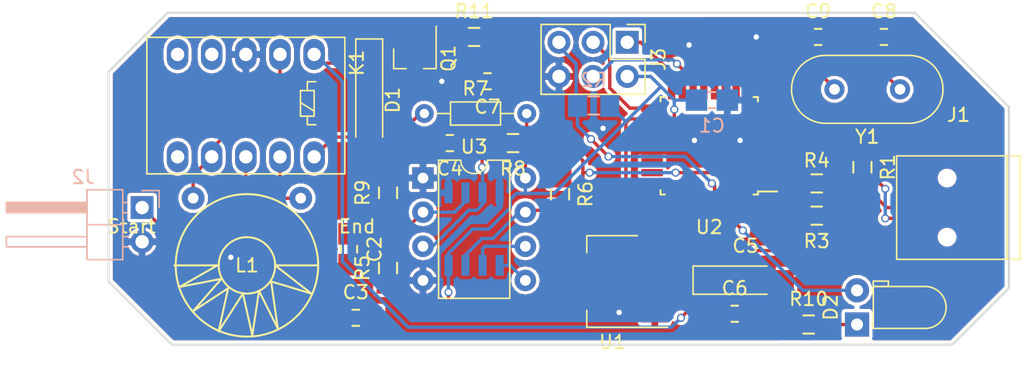
<source format=kicad_pcb>
(kicad_pcb (version 4) (host pcbnew 4.0.7-e2-6376~58~ubuntu14.04.1)

  (general
    (links 88)
    (no_connects 0)
    (area 142.224999 82.425 218.825001 110.995)
    (thickness 1.6)
    (drawings 8)
    (tracks 265)
    (zones 0)
    (modules 32)
    (nets 26)
  )

  (page A4)
  (layers
    (0 F.Cu signal)
    (31 B.Cu signal)
    (32 B.Adhes user)
    (33 F.Adhes user)
    (34 B.Paste user)
    (35 F.Paste user)
    (36 B.SilkS user)
    (37 F.SilkS user)
    (38 B.Mask user)
    (39 F.Mask user)
    (40 Dwgs.User user)
    (41 Cmts.User user)
    (42 Eco1.User user)
    (43 Eco2.User user)
    (44 Edge.Cuts user)
    (45 Margin user)
    (46 B.CrtYd user)
    (47 F.CrtYd user)
    (48 B.Fab user)
    (49 F.Fab user)
  )

  (setup
    (last_trace_width 0.25)
    (trace_clearance 0.2)
    (zone_clearance 0.25)
    (zone_45_only yes)
    (trace_min 0.2)
    (segment_width 0.2)
    (edge_width 0.15)
    (via_size 0.6)
    (via_drill 0.4)
    (via_min_size 0.4)
    (via_min_drill 0.3)
    (uvia_size 0.3)
    (uvia_drill 0.1)
    (uvias_allowed no)
    (uvia_min_size 0.2)
    (uvia_min_drill 0.1)
    (pcb_text_width 0.3)
    (pcb_text_size 1.5 1.5)
    (mod_edge_width 0.15)
    (mod_text_size 1 1)
    (mod_text_width 0.15)
    (pad_size 1.524 1.524)
    (pad_drill 0.762)
    (pad_to_mask_clearance 0.2)
    (aux_axis_origin 0 0)
    (visible_elements FFFFFF7F)
    (pcbplotparams
      (layerselection 0x010c0_80000001)
      (usegerberextensions true)
      (excludeedgelayer true)
      (linewidth 0.100000)
      (plotframeref false)
      (viasonmask false)
      (mode 1)
      (useauxorigin false)
      (hpglpennumber 1)
      (hpglpenspeed 20)
      (hpglpendiameter 15)
      (hpglpenoverlay 2)
      (psnegative false)
      (psa4output false)
      (plotreference false)
      (plotvalue false)
      (plotinvisibletext false)
      (padsonsilk false)
      (subtractmaskfromsilk false)
      (outputformat 1)
      (mirror false)
      (drillshape 0)
      (scaleselection 1)
      (outputdirectory gerber/))
  )

  (net 0 "")
  (net 1 L_C)
  (net 2 GND)
  (net 3 "Net-(C1-Pad1)")
  (net 4 "Net-(C2-Pad1)")
  (net 5 "Net-(C4-Pad1)")
  (net 6 "Net-(U3-Pad5)")
  (net 7 "Net-(R6-Pad2)")
  (net 8 "Net-(C2-Pad2)")
  (net 9 "Net-(C5-Pad1)")
  (net 10 "Net-(C8-Pad2)")
  (net 11 "Net-(C9-Pad2)")
  (net 12 "Net-(Q1-Pad1)")
  (net 13 "Net-(R4-Pad2)")
  (net 14 "Net-(R11-Pad2)")
  (net 15 "Net-(R3-Pad2)")
  (net 16 "Net-(J1-Pad2)")
  (net 17 "Net-(J1-Pad3)")
  (net 18 /MISO)
  (net 19 /SCK)
  (net 20 /MOSI)
  (net 21 /RESET)
  (net 22 "Net-(J2-Pad1)")
  (net 23 "Net-(D2-Pad2)")
  (net 24 "Net-(D2-Pad1)")
  (net 25 "Net-(K1-Pad2)")

  (net_class Default "This is the default net class."
    (clearance 0.2)
    (trace_width 0.25)
    (via_dia 0.6)
    (via_drill 0.4)
    (uvia_dia 0.3)
    (uvia_drill 0.1)
    (add_net /MISO)
    (add_net /MOSI)
    (add_net /RESET)
    (add_net /SCK)
    (add_net GND)
    (add_net L_C)
    (add_net "Net-(C1-Pad1)")
    (add_net "Net-(C2-Pad1)")
    (add_net "Net-(C2-Pad2)")
    (add_net "Net-(C4-Pad1)")
    (add_net "Net-(C5-Pad1)")
    (add_net "Net-(C8-Pad2)")
    (add_net "Net-(C9-Pad2)")
    (add_net "Net-(D2-Pad1)")
    (add_net "Net-(D2-Pad2)")
    (add_net "Net-(J1-Pad2)")
    (add_net "Net-(J1-Pad3)")
    (add_net "Net-(J2-Pad1)")
    (add_net "Net-(K1-Pad2)")
    (add_net "Net-(Q1-Pad1)")
    (add_net "Net-(R11-Pad2)")
    (add_net "Net-(R3-Pad2)")
    (add_net "Net-(R4-Pad2)")
    (add_net "Net-(R6-Pad2)")
    (add_net "Net-(U3-Pad5)")
  )

  (module lc_usb:DIP-8_SOIC-8_W7.62mm (layer F.Cu) (tedit 5C95CDCE) (tstamp 5C95DA08)
    (at 173.9 95.8)
    (descr "8-lead though-hole mounted DIP package, row spacing 7.62 mm (300 mils)")
    (tags "THT DIP DIL PDIP 2.54mm 7.62mm 300mil")
    (path /5C946A32)
    (fp_text reference U3 (at 3.81 -2.33) (layer F.SilkS)
      (effects (font (size 1 1) (thickness 0.15)))
    )
    (fp_text value LM311 (at 3.81 9.95) (layer F.Fab)
      (effects (font (size 1 1) (thickness 0.15)))
    )
    (fp_arc (start 3.81 -1.33) (end 2.81 -1.33) (angle -180) (layer F.SilkS) (width 0.12))
    (fp_line (start 1.635 -1.27) (end 6.985 -1.27) (layer F.Fab) (width 0.1))
    (fp_line (start 6.985 -1.27) (end 6.985 8.89) (layer F.Fab) (width 0.1))
    (fp_line (start 6.985 8.89) (end 0.635 8.89) (layer F.Fab) (width 0.1))
    (fp_line (start 0.635 8.89) (end 0.635 -0.27) (layer F.Fab) (width 0.1))
    (fp_line (start 0.635 -0.27) (end 1.635 -1.27) (layer F.Fab) (width 0.1))
    (fp_line (start 2.81 -1.33) (end 1.16 -1.33) (layer F.SilkS) (width 0.12))
    (fp_line (start 1.16 -1.33) (end 1.16 8.95) (layer F.SilkS) (width 0.12))
    (fp_line (start 1.16 8.95) (end 6.46 8.95) (layer F.SilkS) (width 0.12))
    (fp_line (start 6.46 8.95) (end 6.46 -1.33) (layer F.SilkS) (width 0.12))
    (fp_line (start 6.46 -1.33) (end 4.81 -1.33) (layer F.SilkS) (width 0.12))
    (fp_line (start -1.1 -1.55) (end -1.1 9.15) (layer F.CrtYd) (width 0.05))
    (fp_line (start -1.1 9.15) (end 8.7 9.15) (layer F.CrtYd) (width 0.05))
    (fp_line (start 8.7 9.15) (end 8.7 -1.55) (layer F.CrtYd) (width 0.05))
    (fp_line (start 8.7 -1.55) (end -1.1 -1.55) (layer F.CrtYd) (width 0.05))
    (fp_text user %R (at 3.81 3.81) (layer F.Fab)
      (effects (font (size 1 1) (thickness 0.15)))
    )
    (pad 1 thru_hole rect (at 0 0) (size 1.6 1.6) (drill 0.8) (layers *.Cu *.Mask)
      (net 2 GND))
    (pad 5 thru_hole oval (at 7.62 7.62) (size 1.6 1.6) (drill 0.8) (layers *.Cu *.Mask)
      (net 6 "Net-(U3-Pad5)"))
    (pad 2 thru_hole oval (at 0 2.54) (size 1.6 1.6) (drill 0.8) (layers *.Cu *.Mask)
      (net 4 "Net-(C2-Pad1)"))
    (pad 6 thru_hole oval (at 7.62 5.08) (size 1.6 1.6) (drill 0.8) (layers *.Cu *.Mask)
      (net 6 "Net-(U3-Pad5)"))
    (pad 3 thru_hole oval (at 0 5.08) (size 1.6 1.6) (drill 0.8) (layers *.Cu *.Mask)
      (net 5 "Net-(C4-Pad1)"))
    (pad 7 thru_hole oval (at 7.62 2.54) (size 1.6 1.6) (drill 0.8) (layers *.Cu *.Mask)
      (net 7 "Net-(R6-Pad2)"))
    (pad 4 thru_hole oval (at 0 7.62) (size 1.6 1.6) (drill 0.8) (layers *.Cu *.Mask)
      (net 2 GND))
    (pad 8 thru_hole oval (at 7.62 0) (size 1.6 1.6) (drill 0.8) (layers *.Cu *.Mask)
      (net 3 "Net-(C1-Pad1)"))
    (pad 1 smd rect (at 1.895 1.1) (size 0.6 1.55) (layers B.Cu F.Paste F.Mask)
      (net 2 GND))
    (pad 2 smd rect (at 3.165 1.1) (size 0.6 1.55) (layers B.Cu F.Paste F.Mask)
      (net 4 "Net-(C2-Pad1)"))
    (pad 3 smd rect (at 4.435 1.1) (size 0.6 1.55) (layers B.Cu F.Paste F.Mask)
      (net 5 "Net-(C4-Pad1)"))
    (pad 4 smd rect (at 5.705 1.1) (size 0.6 1.55) (layers B.Cu F.Paste F.Mask)
      (net 2 GND))
    (pad 5 smd rect (at 5.705 6.5) (size 0.6 1.55) (layers B.Cu F.Paste F.Mask)
      (net 6 "Net-(U3-Pad5)"))
    (pad 6 smd rect (at 4.435 6.5) (size 0.6 1.55) (layers B.Cu F.Paste F.Mask)
      (net 6 "Net-(U3-Pad5)"))
    (pad 7 smd rect (at 3.165 6.5) (size 0.6 1.55) (layers B.Cu F.Paste F.Mask)
      (net 7 "Net-(R6-Pad2)"))
    (pad 8 smd rect (at 1.895 6.5) (size 0.6 1.55) (layers B.Cu F.Paste F.Mask)
      (net 3 "Net-(C1-Pad1)"))
    (model ${KISYS3DMOD}/Housings_DIP.3dshapes/DIP-8_W7.62mm.wrl
      (at (xyz 0 0 0))
      (scale (xyz 1 1 1))
      (rotate (xyz 0 0 0))
    )
  )

  (module Relays_ThroughHole:Relay_DPDT_FRT5 (layer F.Cu) (tedit 58FA2D90) (tstamp 5C94747B)
    (at 165.8 86.6 270)
    (descr "IM Signal Relay DPDT FRT5 narrow footprint")
    (tags "Relay DPDT IM-relay FRT5")
    (path /5C960142)
    (fp_text reference K1 (at 0.635 -3.175 270) (layer F.SilkS)
      (effects (font (size 1 1) (thickness 0.15)))
    )
    (fp_text value FRT5 (at 4.064 13.462 270) (layer F.Fab)
      (effects (font (size 1 1) (thickness 0.15)))
    )
    (fp_text user %R (at 3.81 5.08 270) (layer F.Fab)
      (effects (font (size 1 1) (thickness 0.15)))
    )
    (fp_line (start -1.5 -2.55) (end 9.15 -2.55) (layer F.CrtYd) (width 0.05))
    (fp_line (start 9.15 -2.55) (end 9.15 12.7) (layer F.CrtYd) (width 0.05))
    (fp_line (start 9.15 12.7) (end -1.5 12.7) (layer F.CrtYd) (width 0.05))
    (fp_line (start -1.5 12.7) (end -1.5 -2.55) (layer F.CrtYd) (width 0.05))
    (fp_line (start -1.27 12.446) (end -1.27 -2.286) (layer F.SilkS) (width 0.12))
    (fp_line (start -1.27 -2.286) (end 8.89 -2.286) (layer F.SilkS) (width 0.12))
    (fp_line (start 8.89 -2.286) (end 8.89 12.446) (layer F.SilkS) (width 0.12))
    (fp_line (start 8.89 12.446) (end -1.27 12.446) (layer F.SilkS) (width 0.12))
    (fp_line (start 0 -1.397) (end 7.62 -1.397) (layer F.Fab) (width 0.1))
    (fp_line (start -0.762 -2.032) (end 8.382 -2.032) (layer F.Fab) (width 0.1))
    (fp_line (start 8.382 -2.032) (end 8.382 12.192) (layer F.Fab) (width 0.1))
    (fp_line (start 8.382 12.192) (end -0.762 12.192) (layer F.Fab) (width 0.1))
    (fp_line (start -0.762 12.192) (end -0.762 -2.032) (layer F.Fab) (width 0.1))
    (fp_line (start 4.216 0) (end 3.581 1.016) (layer F.SilkS) (width 0.12))
    (fp_line (start 2.032 -0.127) (end 2.032 0.508) (layer F.SilkS) (width 0.12))
    (fp_line (start 2.032 0.508) (end 2.692 0.508) (layer F.SilkS) (width 0.12))
    (fp_line (start 5.232 -0.127) (end 5.232 0.508) (layer F.SilkS) (width 0.12))
    (fp_line (start 5.232 0.508) (end 4.597 0.508) (layer F.SilkS) (width 0.12))
    (fp_line (start 4.597 0) (end 2.692 0) (layer F.SilkS) (width 0.12))
    (fp_line (start 2.692 0) (end 2.692 1.016) (layer F.SilkS) (width 0.12))
    (fp_line (start 2.692 1.016) (end 4.597 1.016) (layer F.SilkS) (width 0.12))
    (fp_line (start 4.597 0) (end 4.597 1.016) (layer F.SilkS) (width 0.12))
    (pad 1 thru_hole oval (at 0 0 270) (size 2.3 1.6) (drill 1) (layers *.Cu *.Mask)
      (net 9 "Net-(C5-Pad1)"))
    (pad 2 thru_hole oval (at 0 2.54 270) (size 2.3 1.6) (drill 1) (layers *.Cu *.Mask)
      (net 25 "Net-(K1-Pad2)"))
    (pad 3 thru_hole oval (at 0 5.08 270) (size 2.3 1.6) (drill 1) (layers *.Cu *.Mask)
      (net 2 GND))
    (pad 4 thru_hole oval (at 0 7.62 270) (size 2.3 1.6) (drill 1) (layers *.Cu *.Mask))
    (pad 5 thru_hole oval (at 0 10.16 270) (size 2.3 1.6) (drill 1) (layers *.Cu *.Mask))
    (pad 6 thru_hole oval (at 7.62 10.16 270) (size 2.3 1.6) (drill 1) (layers *.Cu *.Mask))
    (pad 7 thru_hole oval (at 7.62 7.62 270) (size 2.3 1.6) (drill 1) (layers *.Cu *.Mask)
      (net 25 "Net-(K1-Pad2)"))
    (pad 8 thru_hole oval (at 7.62 5.08 270) (size 2.3 1.6) (drill 1) (layers *.Cu *.Mask)
      (net 22 "Net-(J2-Pad1)"))
    (pad 9 thru_hole oval (at 7.62 2.54 270) (size 2.3 1.6) (drill 1) (layers *.Cu *.Mask)
      (net 8 "Net-(C2-Pad2)"))
    (pad 10 thru_hole oval (at 7.62 0 270) (size 2.3 1.6) (drill 1) (layers *.Cu *.Mask)
      (net 1 L_C))
    (model ${KISYS3DMOD}/Relays_THT.3dshapes/Relay_DPDT_FRT5.wrl
      (at (xyz 0 0 0))
      (scale (xyz 0.395 0.395 0.395))
      (rotate (xyz 0 0 90))
    )
  )

  (module TO_SOT_Packages_SMD:SOT-23_Handsoldering (layer F.Cu) (tedit 5C95DE9B) (tstamp 5C947490)
    (at 173.3 86.9 270)
    (descr "SOT-23, Handsoldering")
    (tags SOT-23)
    (path /5C946AAD)
    (attr smd)
    (fp_text reference Q1 (at 0 -2.5 270) (layer F.SilkS)
      (effects (font (size 1 1) (thickness 0.15)))
    )
    (fp_text value BC817 (at 0 2.5 270) (layer F.Fab)
      (effects (font (size 1 1) (thickness 0.15)))
    )
    (fp_text user %R (at 0 0.5 360) (layer F.Fab)
      (effects (font (size 0.5 0.5) (thickness 0.075)))
    )
    (fp_line (start 0.76 1.58) (end 0.76 0.65) (layer F.SilkS) (width 0.12))
    (fp_line (start 0.76 -1.58) (end 0.76 -0.65) (layer F.SilkS) (width 0.12))
    (fp_line (start -2.7 -1.75) (end 2.7 -1.75) (layer F.CrtYd) (width 0.05))
    (fp_line (start 2.7 -1.75) (end 2.7 1.75) (layer F.CrtYd) (width 0.05))
    (fp_line (start 2.7 1.75) (end -2.7 1.75) (layer F.CrtYd) (width 0.05))
    (fp_line (start -2.7 1.75) (end -2.7 -1.75) (layer F.CrtYd) (width 0.05))
    (fp_line (start 0.76 -1.58) (end -2.4 -1.58) (layer F.SilkS) (width 0.12))
    (fp_line (start -0.7 -0.95) (end -0.7 1.5) (layer F.Fab) (width 0.1))
    (fp_line (start -0.15 -1.52) (end 0.7 -1.52) (layer F.Fab) (width 0.1))
    (fp_line (start -0.7 -0.95) (end -0.15 -1.52) (layer F.Fab) (width 0.1))
    (fp_line (start 0.7 -1.52) (end 0.7 1.52) (layer F.Fab) (width 0.1))
    (fp_line (start -0.7 1.52) (end 0.7 1.52) (layer F.Fab) (width 0.1))
    (fp_line (start 0.76 1.58) (end -0.7 1.58) (layer F.SilkS) (width 0.12))
    (pad 1 smd rect (at -1.5 -0.95 270) (size 1.9 0.8) (layers F.Cu F.Paste F.Mask)
      (net 12 "Net-(Q1-Pad1)"))
    (pad 2 smd rect (at -1.5 0.95 270) (size 1.9 0.8) (layers F.Cu F.Paste F.Mask)
      (net 2 GND))
    (pad 3 smd rect (at 1.5 0 270) (size 1.9 0.8) (layers F.Cu F.Paste F.Mask)
      (net 1 L_C))
    (model ${KISYS3DMOD}/TO_SOT_Packages_SMD.3dshapes\SOT-23.wrl
      (at (xyz 0 0 0))
      (scale (xyz 1 1 1))
      (rotate (xyz 0 0 0))
    )
  )

  (module TO_SOT_Packages_SMD:SOT-223-3_TabPin2 (layer F.Cu) (tedit 58CE4E7E) (tstamp 5C9474A6)
    (at 188 103.5 180)
    (descr "module CMS SOT223 4 pins")
    (tags "CMS SOT")
    (path /5C94665D)
    (attr smd)
    (fp_text reference U1 (at 0 -4.5 180) (layer F.SilkS)
      (effects (font (size 1 1) (thickness 0.15)))
    )
    (fp_text value AP1117-33 (at 0 4.5 180) (layer F.Fab)
      (effects (font (size 1 1) (thickness 0.15)))
    )
    (fp_text user %R (at 0 0 270) (layer F.Fab)
      (effects (font (size 0.8 0.8) (thickness 0.12)))
    )
    (fp_line (start 1.91 3.41) (end 1.91 2.15) (layer F.SilkS) (width 0.12))
    (fp_line (start 1.91 -3.41) (end 1.91 -2.15) (layer F.SilkS) (width 0.12))
    (fp_line (start 4.4 -3.6) (end -4.4 -3.6) (layer F.CrtYd) (width 0.05))
    (fp_line (start 4.4 3.6) (end 4.4 -3.6) (layer F.CrtYd) (width 0.05))
    (fp_line (start -4.4 3.6) (end 4.4 3.6) (layer F.CrtYd) (width 0.05))
    (fp_line (start -4.4 -3.6) (end -4.4 3.6) (layer F.CrtYd) (width 0.05))
    (fp_line (start -1.85 -2.35) (end -0.85 -3.35) (layer F.Fab) (width 0.1))
    (fp_line (start -1.85 -2.35) (end -1.85 3.35) (layer F.Fab) (width 0.1))
    (fp_line (start -1.85 3.41) (end 1.91 3.41) (layer F.SilkS) (width 0.12))
    (fp_line (start -0.85 -3.35) (end 1.85 -3.35) (layer F.Fab) (width 0.1))
    (fp_line (start -4.1 -3.41) (end 1.91 -3.41) (layer F.SilkS) (width 0.12))
    (fp_line (start -1.85 3.35) (end 1.85 3.35) (layer F.Fab) (width 0.1))
    (fp_line (start 1.85 -3.35) (end 1.85 3.35) (layer F.Fab) (width 0.1))
    (pad 2 smd rect (at 3.15 0 180) (size 2 3.8) (layers F.Cu F.Paste F.Mask)
      (net 3 "Net-(C1-Pad1)"))
    (pad 2 smd rect (at -3.15 0 180) (size 2 1.5) (layers F.Cu F.Paste F.Mask)
      (net 3 "Net-(C1-Pad1)"))
    (pad 3 smd rect (at -3.15 2.3 180) (size 2 1.5) (layers F.Cu F.Paste F.Mask)
      (net 9 "Net-(C5-Pad1)"))
    (pad 1 smd rect (at -3.15 -2.3 180) (size 2 1.5) (layers F.Cu F.Paste F.Mask)
      (net 2 GND))
    (model ${KISYS3DMOD}/TO_SOT_Packages_SMD.3dshapes/SOT-223.wrl
      (at (xyz 0 0 0))
      (scale (xyz 1 1 1))
      (rotate (xyz 0 0 0))
    )
  )

  (module lc_usb:C_1206_0603 (layer B.Cu) (tedit 57E1139C) (tstamp 5C95D230)
    (at 195.4 90)
    (descr "Capacitor SMD 0603, reflow soldering, AVX (see smccp.pdf)")
    (tags "capacitor 0603")
    (path /5C948D4D)
    (attr smd)
    (fp_text reference C1 (at 0 1.9) (layer B.SilkS)
      (effects (font (size 1 1) (thickness 0.15)) (justify mirror))
    )
    (fp_text value 100nF (at 0 -1.9) (layer B.Fab)
      (effects (font (size 1 1) (thickness 0.15)) (justify mirror))
    )
    (fp_line (start -0.25 0.6) (end 0.25 0.6) (layer B.SilkS) (width 0.15))
    (fp_line (start 0.25 -0.6) (end -0.25 -0.6) (layer B.SilkS) (width 0.15))
    (pad 2 smd rect (at 1.15 0) (size 1.6 1.6) (layers B.Cu B.Paste B.Mask)
      (net 2 GND))
    (pad 1 smd rect (at -1.15 0) (size 1.6 1.6) (layers B.Cu B.Paste B.Mask)
      (net 3 "Net-(C1-Pad1)"))
    (model Capacitors_SMD.3dshapes/C_0603.wrl
      (at (xyz 0 0 0))
      (scale (xyz 1 1 1))
      (rotate (xyz 0 0 0))
    )
  )

  (module lc_usb:C_1206_0603 (layer F.Cu) (tedit 57E1139C) (tstamp 5C95D238)
    (at 168.4 101.1 270)
    (descr "Capacitor SMD 0603, reflow soldering, AVX (see smccp.pdf)")
    (tags "capacitor 0603")
    (path /5C947407)
    (attr smd)
    (fp_text reference C2 (at 0 -1.9 270) (layer F.SilkS)
      (effects (font (size 1 1) (thickness 0.15)))
    )
    (fp_text value 1uF (at 0 1.9 270) (layer F.Fab)
      (effects (font (size 1 1) (thickness 0.15)))
    )
    (fp_line (start -0.25 -0.6) (end 0.25 -0.6) (layer F.SilkS) (width 0.15))
    (fp_line (start 0.25 0.6) (end -0.25 0.6) (layer F.SilkS) (width 0.15))
    (pad 2 smd rect (at 1.15 0 270) (size 1.6 1.6) (layers F.Cu F.Paste F.Mask)
      (net 8 "Net-(C2-Pad2)"))
    (pad 1 smd rect (at -1.15 0 270) (size 1.6 1.6) (layers F.Cu F.Paste F.Mask)
      (net 4 "Net-(C2-Pad1)"))
    (model Capacitors_SMD.3dshapes/C_0603.wrl
      (at (xyz 0 0 0))
      (scale (xyz 1 1 1))
      (rotate (xyz 0 0 0))
    )
  )

  (module lc_usb:C_1206_0603 (layer F.Cu) (tedit 57E1139C) (tstamp 5C95D240)
    (at 168.9 106.2)
    (descr "Capacitor SMD 0603, reflow soldering, AVX (see smccp.pdf)")
    (tags "capacitor 0603")
    (path /5C9475B1)
    (attr smd)
    (fp_text reference C3 (at 0 -1.9) (layer F.SilkS)
      (effects (font (size 1 1) (thickness 0.15)))
    )
    (fp_text value 1000 (at 0 1.9) (layer F.Fab)
      (effects (font (size 1 1) (thickness 0.15)))
    )
    (fp_line (start -0.25 -0.6) (end 0.25 -0.6) (layer F.SilkS) (width 0.15))
    (fp_line (start 0.25 0.6) (end -0.25 0.6) (layer F.SilkS) (width 0.15))
    (pad 2 smd rect (at 1.15 0) (size 1.6 1.6) (layers F.Cu F.Paste F.Mask)
      (net 2 GND))
    (pad 1 smd rect (at -1.15 0) (size 1.6 1.6) (layers F.Cu F.Paste F.Mask)
      (net 8 "Net-(C2-Pad2)"))
    (model Capacitors_SMD.3dshapes/C_0603.wrl
      (at (xyz 0 0 0))
      (scale (xyz 1 1 1))
      (rotate (xyz 0 0 0))
    )
  )

  (module lc_usb:C_1206_0603 (layer F.Cu) (tedit 57E1139C) (tstamp 5C95D248)
    (at 175.9 93.2 180)
    (descr "Capacitor SMD 0603, reflow soldering, AVX (see smccp.pdf)")
    (tags "capacitor 0603")
    (path /5C947275)
    (attr smd)
    (fp_text reference C4 (at 0 -1.9 180) (layer F.SilkS)
      (effects (font (size 1 1) (thickness 0.15)))
    )
    (fp_text value 1uF (at 0 1.9 180) (layer F.Fab)
      (effects (font (size 1 1) (thickness 0.15)))
    )
    (fp_line (start -0.25 -0.6) (end 0.25 -0.6) (layer F.SilkS) (width 0.15))
    (fp_line (start 0.25 0.6) (end -0.25 0.6) (layer F.SilkS) (width 0.15))
    (pad 2 smd rect (at 1.15 0 180) (size 1.6 1.6) (layers F.Cu F.Paste F.Mask)
      (net 2 GND))
    (pad 1 smd rect (at -1.15 0 180) (size 1.6 1.6) (layers F.Cu F.Paste F.Mask)
      (net 5 "Net-(C4-Pad1)"))
    (model Capacitors_SMD.3dshapes/C_0603.wrl
      (at (xyz 0 0 0))
      (scale (xyz 1 1 1))
      (rotate (xyz 0 0 0))
    )
  )

  (module Capacitors_Tantalum_SMD:CP_Tantalum_Case-A_EIA-3216-18_Hand (layer F.Cu) (tedit 58CC8C08) (tstamp 5C95D25C)
    (at 197.9 103.4)
    (descr "Tantalum capacitor, Case A, EIA 3216-18, 3.2x1.6x1.6mm, Hand soldering footprint")
    (tags "capacitor tantalum smd")
    (path /5C95E7B4)
    (attr smd)
    (fp_text reference C5 (at 0 -2.55) (layer F.SilkS)
      (effects (font (size 1 1) (thickness 0.15)))
    )
    (fp_text value 22uF (at 0 2.55) (layer F.Fab)
      (effects (font (size 1 1) (thickness 0.15)))
    )
    (fp_text user %R (at 0 0) (layer F.Fab)
      (effects (font (size 0.7 0.7) (thickness 0.105)))
    )
    (fp_line (start -4 -1.2) (end -4 1.2) (layer F.CrtYd) (width 0.05))
    (fp_line (start -4 1.2) (end 4 1.2) (layer F.CrtYd) (width 0.05))
    (fp_line (start 4 1.2) (end 4 -1.2) (layer F.CrtYd) (width 0.05))
    (fp_line (start 4 -1.2) (end -4 -1.2) (layer F.CrtYd) (width 0.05))
    (fp_line (start -1.6 -0.8) (end -1.6 0.8) (layer F.Fab) (width 0.1))
    (fp_line (start -1.6 0.8) (end 1.6 0.8) (layer F.Fab) (width 0.1))
    (fp_line (start 1.6 0.8) (end 1.6 -0.8) (layer F.Fab) (width 0.1))
    (fp_line (start 1.6 -0.8) (end -1.6 -0.8) (layer F.Fab) (width 0.1))
    (fp_line (start -1.28 -0.8) (end -1.28 0.8) (layer F.Fab) (width 0.1))
    (fp_line (start -1.12 -0.8) (end -1.12 0.8) (layer F.Fab) (width 0.1))
    (fp_line (start -3.9 -1.05) (end 1.6 -1.05) (layer F.SilkS) (width 0.12))
    (fp_line (start -3.9 1.05) (end 1.6 1.05) (layer F.SilkS) (width 0.12))
    (fp_line (start -3.9 -1.05) (end -3.9 1.05) (layer F.SilkS) (width 0.12))
    (pad 1 smd rect (at -2 0) (size 3.2 1.5) (layers F.Cu F.Paste F.Mask)
      (net 9 "Net-(C5-Pad1)"))
    (pad 2 smd rect (at 2 0) (size 3.2 1.5) (layers F.Cu F.Paste F.Mask)
      (net 2 GND))
    (model Capacitors_Tantalum_SMD.3dshapes/CP_Tantalum_Case-A_EIA-3216-18.wrl
      (at (xyz 0 0 0))
      (scale (xyz 1 1 1))
      (rotate (xyz 0 0 0))
    )
  )

  (module lc_usb:C_1206_0603 (layer F.Cu) (tedit 57E1139C) (tstamp 5C95D264)
    (at 197.1 105.9)
    (descr "Capacitor SMD 0603, reflow soldering, AVX (see smccp.pdf)")
    (tags "capacitor 0603")
    (path /5C95E1E7)
    (attr smd)
    (fp_text reference C6 (at 0 -1.9) (layer F.SilkS)
      (effects (font (size 1 1) (thickness 0.15)))
    )
    (fp_text value 100nF (at 0 1.9) (layer F.Fab)
      (effects (font (size 1 1) (thickness 0.15)))
    )
    (fp_line (start -0.25 -0.6) (end 0.25 -0.6) (layer F.SilkS) (width 0.15))
    (fp_line (start 0.25 0.6) (end -0.25 0.6) (layer F.SilkS) (width 0.15))
    (pad 2 smd rect (at 1.15 0) (size 1.6 1.6) (layers F.Cu F.Paste F.Mask)
      (net 2 GND))
    (pad 1 smd rect (at -1.15 0) (size 1.6 1.6) (layers F.Cu F.Paste F.Mask)
      (net 9 "Net-(C5-Pad1)"))
    (model Capacitors_SMD.3dshapes/C_0603.wrl
      (at (xyz 0 0 0))
      (scale (xyz 1 1 1))
      (rotate (xyz 0 0 0))
    )
  )

  (module lc_usb:C_1206_0603 (layer F.Cu) (tedit 57E1139C) (tstamp 5C95D26C)
    (at 178.7 88.6 180)
    (descr "Capacitor SMD 0603, reflow soldering, AVX (see smccp.pdf)")
    (tags "capacitor 0603")
    (path /5C95DF0F)
    (attr smd)
    (fp_text reference C7 (at 0 -1.9 180) (layer F.SilkS)
      (effects (font (size 1 1) (thickness 0.15)))
    )
    (fp_text value 1uF (at 0 1.9 180) (layer F.Fab)
      (effects (font (size 1 1) (thickness 0.15)))
    )
    (fp_line (start -0.25 -0.6) (end 0.25 -0.6) (layer F.SilkS) (width 0.15))
    (fp_line (start 0.25 0.6) (end -0.25 0.6) (layer F.SilkS) (width 0.15))
    (pad 2 smd rect (at 1.15 0 180) (size 1.6 1.6) (layers F.Cu F.Paste F.Mask)
      (net 2 GND))
    (pad 1 smd rect (at -1.15 0 180) (size 1.6 1.6) (layers F.Cu F.Paste F.Mask)
      (net 3 "Net-(C1-Pad1)"))
    (model Capacitors_SMD.3dshapes/C_0603.wrl
      (at (xyz 0 0 0))
      (scale (xyz 1 1 1))
      (rotate (xyz 0 0 0))
    )
  )

  (module lc_usb:C_1206_0603 (layer F.Cu) (tedit 57E1139C) (tstamp 5C95D274)
    (at 208.2 85.3)
    (descr "Capacitor SMD 0603, reflow soldering, AVX (see smccp.pdf)")
    (tags "capacitor 0603")
    (path /5C95DE3F)
    (attr smd)
    (fp_text reference C8 (at 0 -1.9) (layer F.SilkS)
      (effects (font (size 1 1) (thickness 0.15)))
    )
    (fp_text value 22 (at 0 1.9) (layer F.Fab)
      (effects (font (size 1 1) (thickness 0.15)))
    )
    (fp_line (start -0.25 -0.6) (end 0.25 -0.6) (layer F.SilkS) (width 0.15))
    (fp_line (start 0.25 0.6) (end -0.25 0.6) (layer F.SilkS) (width 0.15))
    (pad 2 smd rect (at 1.15 0) (size 1.6 1.6) (layers F.Cu F.Paste F.Mask)
      (net 10 "Net-(C8-Pad2)"))
    (pad 1 smd rect (at -1.15 0) (size 1.6 1.6) (layers F.Cu F.Paste F.Mask)
      (net 2 GND))
    (model Capacitors_SMD.3dshapes/C_0603.wrl
      (at (xyz 0 0 0))
      (scale (xyz 1 1 1))
      (rotate (xyz 0 0 0))
    )
  )

  (module lc_usb:C_1206_0603 (layer F.Cu) (tedit 57E1139C) (tstamp 5C95D27C)
    (at 203.3 85.3)
    (descr "Capacitor SMD 0603, reflow soldering, AVX (see smccp.pdf)")
    (tags "capacitor 0603")
    (path /5C95DF3F)
    (attr smd)
    (fp_text reference C9 (at 0 -1.9) (layer F.SilkS)
      (effects (font (size 1 1) (thickness 0.15)))
    )
    (fp_text value 22 (at 0 1.9) (layer F.Fab)
      (effects (font (size 1 1) (thickness 0.15)))
    )
    (fp_line (start -0.25 -0.6) (end 0.25 -0.6) (layer F.SilkS) (width 0.15))
    (fp_line (start 0.25 0.6) (end -0.25 0.6) (layer F.SilkS) (width 0.15))
    (pad 2 smd rect (at 1.15 0) (size 1.6 1.6) (layers F.Cu F.Paste F.Mask)
      (net 11 "Net-(C9-Pad2)"))
    (pad 1 smd rect (at -1.15 0) (size 1.6 1.6) (layers F.Cu F.Paste F.Mask)
      (net 2 GND))
    (model Capacitors_SMD.3dshapes/C_0603.wrl
      (at (xyz 0 0 0))
      (scale (xyz 1 1 1))
      (rotate (xyz 0 0 0))
    )
  )

  (module Housings_QFP:TQFP-32_7x7mm_Pitch0.8mm (layer F.Cu) (tedit 58CC9A48) (tstamp 5C95D2CB)
    (at 195.2 93.4 180)
    (descr "32-Lead Plastic Thin Quad Flatpack (PT) - 7x7x1.0 mm Body, 2.00 mm [TQFP] (see Microchip Packaging Specification 00000049BS.pdf)")
    (tags "QFP 0.8")
    (path /5C946521)
    (attr smd)
    (fp_text reference U2 (at 0 -6.05 180) (layer F.SilkS)
      (effects (font (size 1 1) (thickness 0.15)))
    )
    (fp_text value ATMEGA8-16AU (at 0 6.05 180) (layer F.Fab)
      (effects (font (size 1 1) (thickness 0.15)))
    )
    (fp_text user %R (at 0 0 180) (layer F.Fab)
      (effects (font (size 1 1) (thickness 0.15)))
    )
    (fp_line (start -2.5 -3.5) (end 3.5 -3.5) (layer F.Fab) (width 0.15))
    (fp_line (start 3.5 -3.5) (end 3.5 3.5) (layer F.Fab) (width 0.15))
    (fp_line (start 3.5 3.5) (end -3.5 3.5) (layer F.Fab) (width 0.15))
    (fp_line (start -3.5 3.5) (end -3.5 -2.5) (layer F.Fab) (width 0.15))
    (fp_line (start -3.5 -2.5) (end -2.5 -3.5) (layer F.Fab) (width 0.15))
    (fp_line (start -5.3 -5.3) (end -5.3 5.3) (layer F.CrtYd) (width 0.05))
    (fp_line (start 5.3 -5.3) (end 5.3 5.3) (layer F.CrtYd) (width 0.05))
    (fp_line (start -5.3 -5.3) (end 5.3 -5.3) (layer F.CrtYd) (width 0.05))
    (fp_line (start -5.3 5.3) (end 5.3 5.3) (layer F.CrtYd) (width 0.05))
    (fp_line (start -3.625 -3.625) (end -3.625 -3.4) (layer F.SilkS) (width 0.15))
    (fp_line (start 3.625 -3.625) (end 3.625 -3.3) (layer F.SilkS) (width 0.15))
    (fp_line (start 3.625 3.625) (end 3.625 3.3) (layer F.SilkS) (width 0.15))
    (fp_line (start -3.625 3.625) (end -3.625 3.3) (layer F.SilkS) (width 0.15))
    (fp_line (start -3.625 -3.625) (end -3.3 -3.625) (layer F.SilkS) (width 0.15))
    (fp_line (start -3.625 3.625) (end -3.3 3.625) (layer F.SilkS) (width 0.15))
    (fp_line (start 3.625 3.625) (end 3.3 3.625) (layer F.SilkS) (width 0.15))
    (fp_line (start 3.625 -3.625) (end 3.3 -3.625) (layer F.SilkS) (width 0.15))
    (fp_line (start -3.625 -3.4) (end -5.05 -3.4) (layer F.SilkS) (width 0.15))
    (pad 1 smd rect (at -4.25 -2.8 180) (size 1.6 0.55) (layers F.Cu F.Paste F.Mask)
      (net 13 "Net-(R4-Pad2)"))
    (pad 2 smd rect (at -4.25 -2 180) (size 1.6 0.55) (layers F.Cu F.Paste F.Mask)
      (net 7 "Net-(R6-Pad2)"))
    (pad 3 smd rect (at -4.25 -1.2 180) (size 1.6 0.55) (layers F.Cu F.Paste F.Mask)
      (net 2 GND))
    (pad 4 smd rect (at -4.25 -0.4 180) (size 1.6 0.55) (layers F.Cu F.Paste F.Mask)
      (net 3 "Net-(C1-Pad1)"))
    (pad 5 smd rect (at -4.25 0.4 180) (size 1.6 0.55) (layers F.Cu F.Paste F.Mask)
      (net 2 GND))
    (pad 6 smd rect (at -4.25 1.2 180) (size 1.6 0.55) (layers F.Cu F.Paste F.Mask)
      (net 3 "Net-(C1-Pad1)"))
    (pad 7 smd rect (at -4.25 2 180) (size 1.6 0.55) (layers F.Cu F.Paste F.Mask)
      (net 10 "Net-(C8-Pad2)"))
    (pad 8 smd rect (at -4.25 2.8 180) (size 1.6 0.55) (layers F.Cu F.Paste F.Mask)
      (net 11 "Net-(C9-Pad2)"))
    (pad 9 smd rect (at -2.8 4.25 270) (size 1.6 0.55) (layers F.Cu F.Paste F.Mask)
      (net 14 "Net-(R11-Pad2)"))
    (pad 10 smd rect (at -2 4.25 270) (size 1.6 0.55) (layers F.Cu F.Paste F.Mask)
      (net 14 "Net-(R11-Pad2)"))
    (pad 11 smd rect (at -1.2 4.25 270) (size 1.6 0.55) (layers F.Cu F.Paste F.Mask)
      (net 14 "Net-(R11-Pad2)"))
    (pad 12 smd rect (at -0.4 4.25 270) (size 1.6 0.55) (layers F.Cu F.Paste F.Mask))
    (pad 13 smd rect (at 0.4 4.25 270) (size 1.6 0.55) (layers F.Cu F.Paste F.Mask))
    (pad 14 smd rect (at 1.2 4.25 270) (size 1.6 0.55) (layers F.Cu F.Paste F.Mask))
    (pad 15 smd rect (at 2 4.25 270) (size 1.6 0.55) (layers F.Cu F.Paste F.Mask)
      (net 20 /MOSI))
    (pad 16 smd rect (at 2.8 4.25 270) (size 1.6 0.55) (layers F.Cu F.Paste F.Mask)
      (net 18 /MISO))
    (pad 17 smd rect (at 4.25 2.8 180) (size 1.6 0.55) (layers F.Cu F.Paste F.Mask)
      (net 19 /SCK))
    (pad 18 smd rect (at 4.25 2 180) (size 1.6 0.55) (layers F.Cu F.Paste F.Mask)
      (net 3 "Net-(C1-Pad1)"))
    (pad 19 smd rect (at 4.25 1.2 180) (size 1.6 0.55) (layers F.Cu F.Paste F.Mask))
    (pad 20 smd rect (at 4.25 0.4 180) (size 1.6 0.55) (layers F.Cu F.Paste F.Mask))
    (pad 21 smd rect (at 4.25 -0.4 180) (size 1.6 0.55) (layers F.Cu F.Paste F.Mask)
      (net 2 GND))
    (pad 22 smd rect (at 4.25 -1.2 180) (size 1.6 0.55) (layers F.Cu F.Paste F.Mask))
    (pad 23 smd rect (at 4.25 -2 180) (size 1.6 0.55) (layers F.Cu F.Paste F.Mask))
    (pad 24 smd rect (at 4.25 -2.8 180) (size 1.6 0.55) (layers F.Cu F.Paste F.Mask))
    (pad 25 smd rect (at 2.8 -4.25 270) (size 1.6 0.55) (layers F.Cu F.Paste F.Mask))
    (pad 26 smd rect (at 2 -4.25 270) (size 1.6 0.55) (layers F.Cu F.Paste F.Mask))
    (pad 27 smd rect (at 1.2 -4.25 270) (size 1.6 0.55) (layers F.Cu F.Paste F.Mask))
    (pad 28 smd rect (at 0.4 -4.25 270) (size 1.6 0.55) (layers F.Cu F.Paste F.Mask))
    (pad 29 smd rect (at -0.4 -4.25 270) (size 1.6 0.55) (layers F.Cu F.Paste F.Mask)
      (net 21 /RESET))
    (pad 30 smd rect (at -1.2 -4.25 270) (size 1.6 0.55) (layers F.Cu F.Paste F.Mask))
    (pad 31 smd rect (at -2 -4.25 270) (size 1.6 0.55) (layers F.Cu F.Paste F.Mask)
      (net 23 "Net-(D2-Pad2)"))
    (pad 32 smd rect (at -2.8 -4.25 270) (size 1.6 0.55) (layers F.Cu F.Paste F.Mask)
      (net 15 "Net-(R3-Pad2)"))
    (model ${KISYS3DMOD}/Housings_QFP.3dshapes/TQFP-32_7x7mm_Pitch0.8mm.wrl
      (at (xyz 0 0 0))
      (scale (xyz 1 1 1))
      (rotate (xyz 0 0 0))
    )
  )

  (module Crystals:Crystal_HC49-U_Vertical (layer F.Cu) (tedit 58CD2E9C) (tstamp 5C95D2E2)
    (at 209.4 89.2 180)
    (descr "Crystal THT HC-49/U http://5hertz.com/pdfs/04404_D.pdf")
    (tags "THT crystalHC-49/U")
    (path /5C95D99C)
    (fp_text reference Y1 (at 2.44 -3.525 180) (layer F.SilkS)
      (effects (font (size 1 1) (thickness 0.15)))
    )
    (fp_text value 12Mhz (at 2.44 3.525 180) (layer F.Fab)
      (effects (font (size 1 1) (thickness 0.15)))
    )
    (fp_text user %R (at 2.44 0 180) (layer F.Fab)
      (effects (font (size 1 1) (thickness 0.15)))
    )
    (fp_line (start -0.685 -2.325) (end 5.565 -2.325) (layer F.Fab) (width 0.1))
    (fp_line (start -0.685 2.325) (end 5.565 2.325) (layer F.Fab) (width 0.1))
    (fp_line (start -0.56 -2) (end 5.44 -2) (layer F.Fab) (width 0.1))
    (fp_line (start -0.56 2) (end 5.44 2) (layer F.Fab) (width 0.1))
    (fp_line (start -0.685 -2.525) (end 5.565 -2.525) (layer F.SilkS) (width 0.12))
    (fp_line (start -0.685 2.525) (end 5.565 2.525) (layer F.SilkS) (width 0.12))
    (fp_line (start -3.5 -2.8) (end -3.5 2.8) (layer F.CrtYd) (width 0.05))
    (fp_line (start -3.5 2.8) (end 8.4 2.8) (layer F.CrtYd) (width 0.05))
    (fp_line (start 8.4 2.8) (end 8.4 -2.8) (layer F.CrtYd) (width 0.05))
    (fp_line (start 8.4 -2.8) (end -3.5 -2.8) (layer F.CrtYd) (width 0.05))
    (fp_arc (start -0.685 0) (end -0.685 -2.325) (angle -180) (layer F.Fab) (width 0.1))
    (fp_arc (start 5.565 0) (end 5.565 -2.325) (angle 180) (layer F.Fab) (width 0.1))
    (fp_arc (start -0.56 0) (end -0.56 -2) (angle -180) (layer F.Fab) (width 0.1))
    (fp_arc (start 5.44 0) (end 5.44 -2) (angle 180) (layer F.Fab) (width 0.1))
    (fp_arc (start -0.685 0) (end -0.685 -2.525) (angle -180) (layer F.SilkS) (width 0.12))
    (fp_arc (start 5.565 0) (end 5.565 -2.525) (angle 180) (layer F.SilkS) (width 0.12))
    (pad 1 thru_hole circle (at 0 0 180) (size 1.5 1.5) (drill 0.8) (layers *.Cu *.Mask)
      (net 10 "Net-(C8-Pad2)"))
    (pad 2 thru_hole circle (at 4.88 0 180) (size 1.5 1.5) (drill 0.8) (layers *.Cu *.Mask)
      (net 11 "Net-(C9-Pad2)"))
    (model ${KISYS3DMOD}/Crystals.3dshapes/Crystal_HC49-U_Vertical.wrl
      (at (xyz 0 0 0))
      (scale (xyz 0.393701 0.393701 0.393701))
      (rotate (xyz 0 0 0))
    )
  )

  (module Connect:USB_Mini-B (layer F.Cu) (tedit 5543E571) (tstamp 5C95D424)
    (at 213.1 98 180)
    (descr "USB Mini-B 5-pin SMD connector")
    (tags "USB USB_B USB_Mini connector")
    (path /5C946854)
    (attr smd)
    (fp_text reference J1 (at -0.65 6.9 180) (layer F.SilkS)
      (effects (font (size 1 1) (thickness 0.15)))
    )
    (fp_text value USB_B_Mini (at -0.65 -7.1 180) (layer F.Fab)
      (effects (font (size 1 1) (thickness 0.15)))
    )
    (fp_line (start -5.5 -5.7) (end 4.2 -5.7) (layer F.CrtYd) (width 0.05))
    (fp_line (start 4.2 -5.7) (end 4.2 5.7) (layer F.CrtYd) (width 0.05))
    (fp_line (start 4.2 5.7) (end -5.5 5.7) (layer F.CrtYd) (width 0.05))
    (fp_line (start -5.5 5.7) (end -5.5 -5.7) (layer F.CrtYd) (width 0.05))
    (fp_line (start -4.25 -3.85) (end -4.25 3.85) (layer F.SilkS) (width 0.12))
    (fp_line (start -5.25 -3.85) (end -5.25 3.85) (layer F.SilkS) (width 0.12))
    (fp_line (start -5.25 3.85) (end 3.95 3.85) (layer F.SilkS) (width 0.12))
    (fp_line (start 3.95 3.85) (end 3.95 -3.85) (layer F.SilkS) (width 0.12))
    (fp_line (start 3.95 -3.85) (end -5.25 -3.85) (layer F.SilkS) (width 0.12))
    (pad 1 smd rect (at 2.8 -1.6 180) (size 2.3 0.5) (layers F.Cu F.Paste F.Mask)
      (net 9 "Net-(C5-Pad1)"))
    (pad 2 smd rect (at 2.8 -0.8 180) (size 2.3 0.5) (layers F.Cu F.Paste F.Mask)
      (net 16 "Net-(J1-Pad2)"))
    (pad 3 smd rect (at 2.8 0 180) (size 2.3 0.5) (layers F.Cu F.Paste F.Mask)
      (net 17 "Net-(J1-Pad3)"))
    (pad 4 smd rect (at 2.8 0.8 180) (size 2.3 0.5) (layers F.Cu F.Paste F.Mask))
    (pad 5 smd rect (at 2.8 1.6 180) (size 2.3 0.5) (layers F.Cu F.Paste F.Mask)
      (net 2 GND))
    (pad 6 smd rect (at 2.7 -4.45 180) (size 2.5 2) (layers F.Cu F.Paste F.Mask)
      (net 2 GND))
    (pad 6 smd rect (at -2.8 -4.45 180) (size 2.5 2) (layers F.Cu F.Paste F.Mask)
      (net 2 GND))
    (pad 6 smd rect (at 2.7 4.45 180) (size 2.5 2) (layers F.Cu F.Paste F.Mask)
      (net 2 GND))
    (pad 6 smd rect (at -2.8 4.45 180) (size 2.5 2) (layers F.Cu F.Paste F.Mask)
      (net 2 GND))
    (pad "" np_thru_hole circle (at 0.2 -2.2 180) (size 0.9 0.9) (drill 0.9) (layers *.Cu *.Mask))
    (pad "" np_thru_hole circle (at 0.2 2.2 180) (size 0.9 0.9) (drill 0.9) (layers *.Cu *.Mask))
  )

  (module Resistors_ThroughHole:R_Axial_DIN0204_L3.6mm_D1.6mm_P7.62mm_Horizontal (layer F.Cu) (tedit 5874F706) (tstamp 5C95D43A)
    (at 174 91)
    (descr "Resistor, Axial_DIN0204 series, Axial, Horizontal, pin pitch=7.62mm, 0.16666666666666666W = 1/6W, length*diameter=3.6*1.6mm^2, http://cdn-reichelt.de/documents/datenblatt/B400/1_4W%23YAG.pdf")
    (tags "Resistor Axial_DIN0204 series Axial Horizontal pin pitch 7.62mm 0.16666666666666666W = 1/6W length 3.6mm diameter 1.6mm")
    (path /5C946E41)
    (fp_text reference R7 (at 3.81 -1.86) (layer F.SilkS)
      (effects (font (size 1 1) (thickness 0.15)))
    )
    (fp_text value 100k (at 3.81 1.86) (layer F.Fab)
      (effects (font (size 1 1) (thickness 0.15)))
    )
    (fp_line (start 2.01 -0.8) (end 2.01 0.8) (layer F.Fab) (width 0.1))
    (fp_line (start 2.01 0.8) (end 5.61 0.8) (layer F.Fab) (width 0.1))
    (fp_line (start 5.61 0.8) (end 5.61 -0.8) (layer F.Fab) (width 0.1))
    (fp_line (start 5.61 -0.8) (end 2.01 -0.8) (layer F.Fab) (width 0.1))
    (fp_line (start 0 0) (end 2.01 0) (layer F.Fab) (width 0.1))
    (fp_line (start 7.62 0) (end 5.61 0) (layer F.Fab) (width 0.1))
    (fp_line (start 1.95 -0.86) (end 1.95 0.86) (layer F.SilkS) (width 0.12))
    (fp_line (start 1.95 0.86) (end 5.67 0.86) (layer F.SilkS) (width 0.12))
    (fp_line (start 5.67 0.86) (end 5.67 -0.86) (layer F.SilkS) (width 0.12))
    (fp_line (start 5.67 -0.86) (end 1.95 -0.86) (layer F.SilkS) (width 0.12))
    (fp_line (start 0.88 0) (end 1.95 0) (layer F.SilkS) (width 0.12))
    (fp_line (start 6.74 0) (end 5.67 0) (layer F.SilkS) (width 0.12))
    (fp_line (start -0.95 -1.15) (end -0.95 1.15) (layer F.CrtYd) (width 0.05))
    (fp_line (start -0.95 1.15) (end 8.6 1.15) (layer F.CrtYd) (width 0.05))
    (fp_line (start 8.6 1.15) (end 8.6 -1.15) (layer F.CrtYd) (width 0.05))
    (fp_line (start 8.6 -1.15) (end -0.95 -1.15) (layer F.CrtYd) (width 0.05))
    (pad 1 thru_hole circle (at 0 0) (size 1.4 1.4) (drill 0.7) (layers *.Cu *.Mask)
      (net 4 "Net-(C2-Pad1)"))
    (pad 2 thru_hole oval (at 7.62 0) (size 1.4 1.4) (drill 0.7) (layers *.Cu *.Mask)
      (net 7 "Net-(R6-Pad2)"))
    (model ${KISYS3DMOD}/Resistors_THT.3dshapes/R_Axial_DIN0204_L3.6mm_D1.6mm_P7.62mm_Horizontal.wrl
      (at (xyz 0 0 0))
      (scale (xyz 0.393701 0.393701 0.393701))
      (rotate (xyz 0 0 0))
    )
  )

  (module lc_usb:R_1206_0603 (layer F.Cu) (tedit 5A45F730) (tstamp 5C95D5EE)
    (at 206.6 95 270)
    (descr "Resistor SMD 0603, reflow soldering, Vishay (see dcrcw.pdf)")
    (tags "resistor 0603")
    (path /5C94807E)
    (attr smd)
    (fp_text reference R1 (at 0 -1.9 270) (layer F.SilkS)
      (effects (font (size 1 1) (thickness 0.15)))
    )
    (fp_text value 2.2k (at 0 1.9 270) (layer F.Fab) hide
      (effects (font (size 1 1) (thickness 0.15)))
    )
    (fp_line (start -1.3 -0.8) (end 1.3 -0.8) (layer F.CrtYd) (width 0.05))
    (fp_line (start -1.3 0.8) (end 1.3 0.8) (layer F.CrtYd) (width 0.05))
    (fp_line (start -1.3 -0.8) (end -1.3 0.8) (layer F.CrtYd) (width 0.05))
    (fp_line (start 1.3 -0.8) (end 1.3 0.8) (layer F.CrtYd) (width 0.05))
    (fp_line (start 0.4 0.675) (end -0.4 0.675) (layer F.SilkS) (width 0.15))
    (fp_line (start -0.4 -0.675) (end 0.4 -0.675) (layer F.SilkS) (width 0.15))
    (pad 1 smd rect (at -1.2 0) (size 1.7 1.4) (layers F.Cu F.Paste F.Mask)
      (net 3 "Net-(C1-Pad1)"))
    (pad 2 smd rect (at 1.2 0 270) (size 1.4 1.7) (layers F.Cu F.Paste F.Mask)
      (net 16 "Net-(J1-Pad2)"))
    (model Resistors_SMD.3dshapes/R_0603.wrl
      (at (xyz 0 0 0))
      (scale (xyz 1 1 1))
      (rotate (xyz 0 0 0))
    )
  )

  (module lc_usb:R_1206_0603 (layer F.Cu) (tedit 5A45F730) (tstamp 5C95D5FA)
    (at 203.2 98.6 180)
    (descr "Resistor SMD 0603, reflow soldering, Vishay (see dcrcw.pdf)")
    (tags "resistor 0603")
    (path /5C94829B)
    (attr smd)
    (fp_text reference R3 (at 0 -1.9 180) (layer F.SilkS)
      (effects (font (size 1 1) (thickness 0.15)))
    )
    (fp_text value 220 (at 0 1.9 180) (layer F.Fab) hide
      (effects (font (size 1 1) (thickness 0.15)))
    )
    (fp_line (start -1.3 -0.8) (end 1.3 -0.8) (layer F.CrtYd) (width 0.05))
    (fp_line (start -1.3 0.8) (end 1.3 0.8) (layer F.CrtYd) (width 0.05))
    (fp_line (start -1.3 -0.8) (end -1.3 0.8) (layer F.CrtYd) (width 0.05))
    (fp_line (start 1.3 -0.8) (end 1.3 0.8) (layer F.CrtYd) (width 0.05))
    (fp_line (start 0.4 0.675) (end -0.4 0.675) (layer F.SilkS) (width 0.15))
    (fp_line (start -0.4 -0.675) (end 0.4 -0.675) (layer F.SilkS) (width 0.15))
    (pad 1 smd rect (at -1.2 0 270) (size 1.7 1.4) (layers F.Cu F.Paste F.Mask)
      (net 17 "Net-(J1-Pad3)"))
    (pad 2 smd rect (at 1.2 0 180) (size 1.4 1.7) (layers F.Cu F.Paste F.Mask)
      (net 15 "Net-(R3-Pad2)"))
    (model Resistors_SMD.3dshapes/R_0603.wrl
      (at (xyz 0 0 0))
      (scale (xyz 1 1 1))
      (rotate (xyz 0 0 0))
    )
  )

  (module lc_usb:R_1206_0603 (layer F.Cu) (tedit 5C95D788) (tstamp 5C95D606)
    (at 203.2 96.2 180)
    (descr "Resistor SMD 0603, reflow soldering, Vishay (see dcrcw.pdf)")
    (tags "resistor 0603")
    (path /5C947CCA)
    (attr smd)
    (fp_text reference R4 (at 0 1.7 180) (layer F.SilkS)
      (effects (font (size 1 1) (thickness 0.15)))
    )
    (fp_text value 220 (at 0 1.9 180) (layer F.Fab) hide
      (effects (font (size 1 1) (thickness 0.15)))
    )
    (fp_line (start -1.3 -0.8) (end 1.3 -0.8) (layer F.CrtYd) (width 0.05))
    (fp_line (start -1.3 0.8) (end 1.3 0.8) (layer F.CrtYd) (width 0.05))
    (fp_line (start -1.3 -0.8) (end -1.3 0.8) (layer F.CrtYd) (width 0.05))
    (fp_line (start 1.3 -0.8) (end 1.3 0.8) (layer F.CrtYd) (width 0.05))
    (fp_line (start 0.4 0.675) (end -0.4 0.675) (layer F.SilkS) (width 0.15))
    (fp_line (start -0.4 -0.675) (end 0.4 -0.675) (layer F.SilkS) (width 0.15))
    (pad 1 smd rect (at -1.2 0 270) (size 1.7 1.4) (layers F.Cu F.Paste F.Mask)
      (net 16 "Net-(J1-Pad2)"))
    (pad 2 smd rect (at 1.2 0 180) (size 1.4 1.7) (layers F.Cu F.Paste F.Mask)
      (net 13 "Net-(R4-Pad2)"))
    (model Resistors_SMD.3dshapes/R_0603.wrl
      (at (xyz 0 0 0))
      (scale (xyz 1 1 1))
      (rotate (xyz 0 0 0))
    )
  )

  (module lc_usb:R_1206_0603 (layer F.Cu) (tedit 5A45F730) (tstamp 5C95D612)
    (at 171.3 102.5 90)
    (descr "Resistor SMD 0603, reflow soldering, Vishay (see dcrcw.pdf)")
    (tags "resistor 0603")
    (path /5C946F0E)
    (attr smd)
    (fp_text reference R5 (at 0 -1.9 90) (layer F.SilkS)
      (effects (font (size 1 1) (thickness 0.15)))
    )
    (fp_text value 100k (at 0 1.9 90) (layer F.Fab) hide
      (effects (font (size 1 1) (thickness 0.15)))
    )
    (fp_line (start -1.3 -0.8) (end 1.3 -0.8) (layer F.CrtYd) (width 0.05))
    (fp_line (start -1.3 0.8) (end 1.3 0.8) (layer F.CrtYd) (width 0.05))
    (fp_line (start -1.3 -0.8) (end -1.3 0.8) (layer F.CrtYd) (width 0.05))
    (fp_line (start 1.3 -0.8) (end 1.3 0.8) (layer F.CrtYd) (width 0.05))
    (fp_line (start 0.4 0.675) (end -0.4 0.675) (layer F.SilkS) (width 0.15))
    (fp_line (start -0.4 -0.675) (end 0.4 -0.675) (layer F.SilkS) (width 0.15))
    (pad 1 smd rect (at -1.2 0 180) (size 1.7 1.4) (layers F.Cu F.Paste F.Mask)
      (net 3 "Net-(C1-Pad1)"))
    (pad 2 smd rect (at 1.2 0 90) (size 1.4 1.7) (layers F.Cu F.Paste F.Mask)
      (net 4 "Net-(C2-Pad1)"))
    (model Resistors_SMD.3dshapes/R_0603.wrl
      (at (xyz 0 0 0))
      (scale (xyz 1 1 1))
      (rotate (xyz 0 0 0))
    )
  )

  (module lc_usb:R_1206_0603 (layer F.Cu) (tedit 5A45F730) (tstamp 5C95D61E)
    (at 184.1 97 270)
    (descr "Resistor SMD 0603, reflow soldering, Vishay (see dcrcw.pdf)")
    (tags "resistor 0603")
    (path /5C946BC2)
    (attr smd)
    (fp_text reference R6 (at 0 -1.9 270) (layer F.SilkS)
      (effects (font (size 1 1) (thickness 0.15)))
    )
    (fp_text value 1k (at 0 1.9 270) (layer F.Fab) hide
      (effects (font (size 1 1) (thickness 0.15)))
    )
    (fp_line (start -1.3 -0.8) (end 1.3 -0.8) (layer F.CrtYd) (width 0.05))
    (fp_line (start -1.3 0.8) (end 1.3 0.8) (layer F.CrtYd) (width 0.05))
    (fp_line (start -1.3 -0.8) (end -1.3 0.8) (layer F.CrtYd) (width 0.05))
    (fp_line (start 1.3 -0.8) (end 1.3 0.8) (layer F.CrtYd) (width 0.05))
    (fp_line (start 0.4 0.675) (end -0.4 0.675) (layer F.SilkS) (width 0.15))
    (fp_line (start -0.4 -0.675) (end 0.4 -0.675) (layer F.SilkS) (width 0.15))
    (pad 1 smd rect (at -1.2 0) (size 1.7 1.4) (layers F.Cu F.Paste F.Mask)
      (net 3 "Net-(C1-Pad1)"))
    (pad 2 smd rect (at 1.2 0 270) (size 1.4 1.7) (layers F.Cu F.Paste F.Mask)
      (net 7 "Net-(R6-Pad2)"))
    (model Resistors_SMD.3dshapes/R_0603.wrl
      (at (xyz 0 0 0))
      (scale (xyz 1 1 1))
      (rotate (xyz 0 0 0))
    )
  )

  (module lc_usb:R_1206_0603 (layer F.Cu) (tedit 5A45F730) (tstamp 5C95D62A)
    (at 171.3 96.9 90)
    (descr "Resistor SMD 0603, reflow soldering, Vishay (see dcrcw.pdf)")
    (tags "resistor 0603")
    (path /5C94799F)
    (attr smd)
    (fp_text reference R9 (at 0 -1.9 90) (layer F.SilkS)
      (effects (font (size 1 1) (thickness 0.15)))
    )
    (fp_text value 100k (at 0 1.9 90) (layer F.Fab) hide
      (effects (font (size 1 1) (thickness 0.15)))
    )
    (fp_line (start -1.3 -0.8) (end 1.3 -0.8) (layer F.CrtYd) (width 0.05))
    (fp_line (start -1.3 0.8) (end 1.3 0.8) (layer F.CrtYd) (width 0.05))
    (fp_line (start -1.3 -0.8) (end -1.3 0.8) (layer F.CrtYd) (width 0.05))
    (fp_line (start 1.3 -0.8) (end 1.3 0.8) (layer F.CrtYd) (width 0.05))
    (fp_line (start 0.4 0.675) (end -0.4 0.675) (layer F.SilkS) (width 0.15))
    (fp_line (start -0.4 -0.675) (end 0.4 -0.675) (layer F.SilkS) (width 0.15))
    (pad 1 smd rect (at -1.2 0 180) (size 1.7 1.4) (layers F.Cu F.Paste F.Mask)
      (net 4 "Net-(C2-Pad1)"))
    (pad 2 smd rect (at 1.2 0 90) (size 1.4 1.7) (layers F.Cu F.Paste F.Mask)
      (net 2 GND))
    (model Resistors_SMD.3dshapes/R_0603.wrl
      (at (xyz 0 0 0))
      (scale (xyz 1 1 1))
      (rotate (xyz 0 0 0))
    )
  )

  (module lc_usb:R_1206_0603 (layer F.Cu) (tedit 5A45F730) (tstamp 5C95D636)
    (at 177.7 85.3)
    (descr "Resistor SMD 0603, reflow soldering, Vishay (see dcrcw.pdf)")
    (tags "resistor 0603")
    (path /5C94A869)
    (attr smd)
    (fp_text reference R11 (at 0 -1.9) (layer F.SilkS)
      (effects (font (size 1 1) (thickness 0.15)))
    )
    (fp_text value 220 (at 0 1.9) (layer F.Fab) hide
      (effects (font (size 1 1) (thickness 0.15)))
    )
    (fp_line (start -1.3 -0.8) (end 1.3 -0.8) (layer F.CrtYd) (width 0.05))
    (fp_line (start -1.3 0.8) (end 1.3 0.8) (layer F.CrtYd) (width 0.05))
    (fp_line (start -1.3 -0.8) (end -1.3 0.8) (layer F.CrtYd) (width 0.05))
    (fp_line (start 1.3 -0.8) (end 1.3 0.8) (layer F.CrtYd) (width 0.05))
    (fp_line (start 0.4 0.675) (end -0.4 0.675) (layer F.SilkS) (width 0.15))
    (fp_line (start -0.4 -0.675) (end 0.4 -0.675) (layer F.SilkS) (width 0.15))
    (pad 1 smd rect (at -1.2 0 90) (size 1.7 1.4) (layers F.Cu F.Paste F.Mask)
      (net 12 "Net-(Q1-Pad1)"))
    (pad 2 smd rect (at 1.2 0) (size 1.4 1.7) (layers F.Cu F.Paste F.Mask)
      (net 14 "Net-(R11-Pad2)"))
    (model Resistors_SMD.3dshapes/R_0603.wrl
      (at (xyz 0 0 0))
      (scale (xyz 1 1 1))
      (rotate (xyz 0 0 0))
    )
  )

  (module Pin_Headers:Pin_Header_Straight_2x03_Pitch2.54mm (layer F.Cu) (tedit 59650532) (tstamp 5C95D7AC)
    (at 189.1 85.7 270)
    (descr "Through hole straight pin header, 2x03, 2.54mm pitch, double rows")
    (tags "Through hole pin header THT 2x03 2.54mm double row")
    (path /5C9602FC)
    (fp_text reference J3 (at 1.27 -2.33 270) (layer F.SilkS)
      (effects (font (size 1 1) (thickness 0.15)))
    )
    (fp_text value SPI (at 1.27 7.41 270) (layer F.Fab)
      (effects (font (size 1 1) (thickness 0.15)))
    )
    (fp_line (start 0 -1.27) (end 3.81 -1.27) (layer F.Fab) (width 0.1))
    (fp_line (start 3.81 -1.27) (end 3.81 6.35) (layer F.Fab) (width 0.1))
    (fp_line (start 3.81 6.35) (end -1.27 6.35) (layer F.Fab) (width 0.1))
    (fp_line (start -1.27 6.35) (end -1.27 0) (layer F.Fab) (width 0.1))
    (fp_line (start -1.27 0) (end 0 -1.27) (layer F.Fab) (width 0.1))
    (fp_line (start -1.33 6.41) (end 3.87 6.41) (layer F.SilkS) (width 0.12))
    (fp_line (start -1.33 1.27) (end -1.33 6.41) (layer F.SilkS) (width 0.12))
    (fp_line (start 3.87 -1.33) (end 3.87 6.41) (layer F.SilkS) (width 0.12))
    (fp_line (start -1.33 1.27) (end 1.27 1.27) (layer F.SilkS) (width 0.12))
    (fp_line (start 1.27 1.27) (end 1.27 -1.33) (layer F.SilkS) (width 0.12))
    (fp_line (start 1.27 -1.33) (end 3.87 -1.33) (layer F.SilkS) (width 0.12))
    (fp_line (start -1.33 0) (end -1.33 -1.33) (layer F.SilkS) (width 0.12))
    (fp_line (start -1.33 -1.33) (end 0 -1.33) (layer F.SilkS) (width 0.12))
    (fp_line (start -1.8 -1.8) (end -1.8 6.85) (layer F.CrtYd) (width 0.05))
    (fp_line (start -1.8 6.85) (end 4.35 6.85) (layer F.CrtYd) (width 0.05))
    (fp_line (start 4.35 6.85) (end 4.35 -1.8) (layer F.CrtYd) (width 0.05))
    (fp_line (start 4.35 -1.8) (end -1.8 -1.8) (layer F.CrtYd) (width 0.05))
    (fp_text user %R (at 1.27 2.54 360) (layer F.Fab)
      (effects (font (size 1 1) (thickness 0.15)))
    )
    (pad 1 thru_hole rect (at 0 0 270) (size 1.7 1.7) (drill 1) (layers *.Cu *.Mask)
      (net 18 /MISO))
    (pad 2 thru_hole oval (at 2.54 0 270) (size 1.7 1.7) (drill 1) (layers *.Cu *.Mask)
      (net 3 "Net-(C1-Pad1)"))
    (pad 3 thru_hole oval (at 0 2.54 270) (size 1.7 1.7) (drill 1) (layers *.Cu *.Mask)
      (net 19 /SCK))
    (pad 4 thru_hole oval (at 2.54 2.54 270) (size 1.7 1.7) (drill 1) (layers *.Cu *.Mask)
      (net 20 /MOSI))
    (pad 5 thru_hole oval (at 0 5.08 270) (size 1.7 1.7) (drill 1) (layers *.Cu *.Mask)
      (net 21 /RESET))
    (pad 6 thru_hole oval (at 2.54 5.08 270) (size 1.7 1.7) (drill 1) (layers *.Cu *.Mask)
      (net 2 GND))
    (model ${KISYS3DMOD}/Pin_Headers.3dshapes/Pin_Header_Straight_2x03_Pitch2.54mm.wrl
      (at (xyz 0 0 0))
      (scale (xyz 1 1 1))
      (rotate (xyz 0 0 0))
    )
  )

  (module lc_usb:R_1206_0603 (layer B.Cu) (tedit 5A45F730) (tstamp 5C95D9BA)
    (at 186.6 90.4 180)
    (descr "Resistor SMD 0603, reflow soldering, Vishay (see dcrcw.pdf)")
    (tags "resistor 0603")
    (path /5C9489D4)
    (attr smd)
    (fp_text reference R2 (at 0 1.9 180) (layer B.SilkS)
      (effects (font (size 1 1) (thickness 0.15)) (justify mirror))
    )
    (fp_text value 2.2k (at 0 -1.9 180) (layer B.Fab) hide
      (effects (font (size 1 1) (thickness 0.15)) (justify mirror))
    )
    (fp_line (start -1.3 0.8) (end 1.3 0.8) (layer B.CrtYd) (width 0.05))
    (fp_line (start -1.3 -0.8) (end 1.3 -0.8) (layer B.CrtYd) (width 0.05))
    (fp_line (start -1.3 0.8) (end -1.3 -0.8) (layer B.CrtYd) (width 0.05))
    (fp_line (start 1.3 0.8) (end 1.3 -0.8) (layer B.CrtYd) (width 0.05))
    (fp_line (start 0.4 -0.675) (end -0.4 -0.675) (layer B.SilkS) (width 0.15))
    (fp_line (start -0.4 0.675) (end 0.4 0.675) (layer B.SilkS) (width 0.15))
    (pad 1 smd rect (at -1.2 0 90) (size 1.7 1.4) (layers B.Cu B.Paste B.Mask)
      (net 3 "Net-(C1-Pad1)"))
    (pad 2 smd rect (at 1.2 0 180) (size 1.4 1.7) (layers B.Cu B.Paste B.Mask)
      (net 21 /RESET))
    (model Resistors_SMD.3dshapes/R_0603.wrl
      (at (xyz 0 0 0))
      (scale (xyz 1 1 1))
      (rotate (xyz 0 0 0))
    )
  )

  (module lc_usb:R_1206_0603 (layer F.Cu) (tedit 5A45F730) (tstamp 5C95DF0D)
    (at 180.6 93.2 180)
    (descr "Resistor SMD 0603, reflow soldering, Vishay (see dcrcw.pdf)")
    (tags "resistor 0603")
    (path /5C946B89)
    (attr smd)
    (fp_text reference R8 (at 0 -1.9 180) (layer F.SilkS)
      (effects (font (size 1 1) (thickness 0.15)))
    )
    (fp_text value 47k (at 0 1.9 180) (layer F.Fab) hide
      (effects (font (size 1 1) (thickness 0.15)))
    )
    (fp_line (start -1.3 -0.8) (end 1.3 -0.8) (layer F.CrtYd) (width 0.05))
    (fp_line (start -1.3 0.8) (end 1.3 0.8) (layer F.CrtYd) (width 0.05))
    (fp_line (start -1.3 -0.8) (end -1.3 0.8) (layer F.CrtYd) (width 0.05))
    (fp_line (start 1.3 -0.8) (end 1.3 0.8) (layer F.CrtYd) (width 0.05))
    (fp_line (start 0.4 0.675) (end -0.4 0.675) (layer F.SilkS) (width 0.15))
    (fp_line (start -0.4 -0.675) (end 0.4 -0.675) (layer F.SilkS) (width 0.15))
    (pad 1 smd rect (at -1.2 0 270) (size 1.7 1.4) (layers F.Cu F.Paste F.Mask)
      (net 7 "Net-(R6-Pad2)"))
    (pad 2 smd rect (at 1.2 0 180) (size 1.4 1.7) (layers F.Cu F.Paste F.Mask)
      (net 5 "Net-(C4-Pad1)"))
    (model Resistors_SMD.3dshapes/R_0603.wrl
      (at (xyz 0 0 0))
      (scale (xyz 1 1 1))
      (rotate (xyz 0 0 0))
    )
  )

  (module Diodes_SMD:D_MiniMELF_Handsoldering (layer F.Cu) (tedit 5905D919) (tstamp 5C95E194)
    (at 169.9 90 270)
    (descr "Diode Mini-MELF Handsoldering")
    (tags "Diode Mini-MELF Handsoldering")
    (path /5C94AD17)
    (attr smd)
    (fp_text reference D1 (at 0 -1.75 270) (layer F.SilkS)
      (effects (font (size 1 1) (thickness 0.15)))
    )
    (fp_text value LL4148 (at 0 1.75 270) (layer F.Fab)
      (effects (font (size 1 1) (thickness 0.15)))
    )
    (fp_text user %R (at 0 -1.75 270) (layer F.Fab)
      (effects (font (size 1 1) (thickness 0.15)))
    )
    (fp_line (start 2.75 -1) (end -4.55 -1) (layer F.SilkS) (width 0.12))
    (fp_line (start -4.55 -1) (end -4.55 1) (layer F.SilkS) (width 0.12))
    (fp_line (start -4.55 1) (end 2.75 1) (layer F.SilkS) (width 0.12))
    (fp_line (start 1.65 -0.8) (end 1.65 0.8) (layer F.Fab) (width 0.1))
    (fp_line (start 1.65 0.8) (end -1.65 0.8) (layer F.Fab) (width 0.1))
    (fp_line (start -1.65 0.8) (end -1.65 -0.8) (layer F.Fab) (width 0.1))
    (fp_line (start -1.65 -0.8) (end 1.65 -0.8) (layer F.Fab) (width 0.1))
    (fp_line (start 0.25 0) (end 0.75 0) (layer F.Fab) (width 0.1))
    (fp_line (start 0.25 0.4) (end -0.35 0) (layer F.Fab) (width 0.1))
    (fp_line (start 0.25 -0.4) (end 0.25 0.4) (layer F.Fab) (width 0.1))
    (fp_line (start -0.35 0) (end 0.25 -0.4) (layer F.Fab) (width 0.1))
    (fp_line (start -0.35 0) (end -0.35 0.55) (layer F.Fab) (width 0.1))
    (fp_line (start -0.35 0) (end -0.35 -0.55) (layer F.Fab) (width 0.1))
    (fp_line (start -0.75 0) (end -0.35 0) (layer F.Fab) (width 0.1))
    (fp_line (start -4.65 -1.1) (end 4.65 -1.1) (layer F.CrtYd) (width 0.05))
    (fp_line (start 4.65 -1.1) (end 4.65 1.1) (layer F.CrtYd) (width 0.05))
    (fp_line (start 4.65 1.1) (end -4.65 1.1) (layer F.CrtYd) (width 0.05))
    (fp_line (start -4.65 1.1) (end -4.65 -1.1) (layer F.CrtYd) (width 0.05))
    (pad 1 smd rect (at -2.75 0 270) (size 3.3 1.7) (layers F.Cu F.Paste F.Mask)
      (net 9 "Net-(C5-Pad1)"))
    (pad 2 smd rect (at 2.75 0 270) (size 3.3 1.7) (layers F.Cu F.Paste F.Mask)
      (net 1 L_C))
    (model ${KISYS3DMOD}/Diodes_SMD.3dshapes/D_MiniMELF.wrl
      (at (xyz 0 0 0))
      (scale (xyz 1 1 1))
      (rotate (xyz 0 0 0))
    )
  )

  (module Pin_Headers:Pin_Header_Angled_1x02_Pitch2.54mm (layer B.Cu) (tedit 59650532) (tstamp 5C95E30B)
    (at 153 98 180)
    (descr "Through hole angled pin header, 1x02, 2.54mm pitch, 6mm pin length, single row")
    (tags "Through hole angled pin header THT 1x02 2.54mm single row")
    (path /5C94B35B)
    (fp_text reference J2 (at 4.385 2.27 180) (layer B.SilkS)
      (effects (font (size 1 1) (thickness 0.15)) (justify mirror))
    )
    (fp_text value Conn_01x02 (at 4.385 -4.81 180) (layer B.Fab)
      (effects (font (size 1 1) (thickness 0.15)) (justify mirror))
    )
    (fp_line (start 2.135 1.27) (end 4.04 1.27) (layer B.Fab) (width 0.1))
    (fp_line (start 4.04 1.27) (end 4.04 -3.81) (layer B.Fab) (width 0.1))
    (fp_line (start 4.04 -3.81) (end 1.5 -3.81) (layer B.Fab) (width 0.1))
    (fp_line (start 1.5 -3.81) (end 1.5 0.635) (layer B.Fab) (width 0.1))
    (fp_line (start 1.5 0.635) (end 2.135 1.27) (layer B.Fab) (width 0.1))
    (fp_line (start -0.32 0.32) (end 1.5 0.32) (layer B.Fab) (width 0.1))
    (fp_line (start -0.32 0.32) (end -0.32 -0.32) (layer B.Fab) (width 0.1))
    (fp_line (start -0.32 -0.32) (end 1.5 -0.32) (layer B.Fab) (width 0.1))
    (fp_line (start 4.04 0.32) (end 10.04 0.32) (layer B.Fab) (width 0.1))
    (fp_line (start 10.04 0.32) (end 10.04 -0.32) (layer B.Fab) (width 0.1))
    (fp_line (start 4.04 -0.32) (end 10.04 -0.32) (layer B.Fab) (width 0.1))
    (fp_line (start -0.32 -2.22) (end 1.5 -2.22) (layer B.Fab) (width 0.1))
    (fp_line (start -0.32 -2.22) (end -0.32 -2.86) (layer B.Fab) (width 0.1))
    (fp_line (start -0.32 -2.86) (end 1.5 -2.86) (layer B.Fab) (width 0.1))
    (fp_line (start 4.04 -2.22) (end 10.04 -2.22) (layer B.Fab) (width 0.1))
    (fp_line (start 10.04 -2.22) (end 10.04 -2.86) (layer B.Fab) (width 0.1))
    (fp_line (start 4.04 -2.86) (end 10.04 -2.86) (layer B.Fab) (width 0.1))
    (fp_line (start 1.44 1.33) (end 1.44 -3.87) (layer B.SilkS) (width 0.12))
    (fp_line (start 1.44 -3.87) (end 4.1 -3.87) (layer B.SilkS) (width 0.12))
    (fp_line (start 4.1 -3.87) (end 4.1 1.33) (layer B.SilkS) (width 0.12))
    (fp_line (start 4.1 1.33) (end 1.44 1.33) (layer B.SilkS) (width 0.12))
    (fp_line (start 4.1 0.38) (end 10.1 0.38) (layer B.SilkS) (width 0.12))
    (fp_line (start 10.1 0.38) (end 10.1 -0.38) (layer B.SilkS) (width 0.12))
    (fp_line (start 10.1 -0.38) (end 4.1 -0.38) (layer B.SilkS) (width 0.12))
    (fp_line (start 4.1 0.32) (end 10.1 0.32) (layer B.SilkS) (width 0.12))
    (fp_line (start 4.1 0.2) (end 10.1 0.2) (layer B.SilkS) (width 0.12))
    (fp_line (start 4.1 0.08) (end 10.1 0.08) (layer B.SilkS) (width 0.12))
    (fp_line (start 4.1 -0.04) (end 10.1 -0.04) (layer B.SilkS) (width 0.12))
    (fp_line (start 4.1 -0.16) (end 10.1 -0.16) (layer B.SilkS) (width 0.12))
    (fp_line (start 4.1 -0.28) (end 10.1 -0.28) (layer B.SilkS) (width 0.12))
    (fp_line (start 1.11 0.38) (end 1.44 0.38) (layer B.SilkS) (width 0.12))
    (fp_line (start 1.11 -0.38) (end 1.44 -0.38) (layer B.SilkS) (width 0.12))
    (fp_line (start 1.44 -1.27) (end 4.1 -1.27) (layer B.SilkS) (width 0.12))
    (fp_line (start 4.1 -2.16) (end 10.1 -2.16) (layer B.SilkS) (width 0.12))
    (fp_line (start 10.1 -2.16) (end 10.1 -2.92) (layer B.SilkS) (width 0.12))
    (fp_line (start 10.1 -2.92) (end 4.1 -2.92) (layer B.SilkS) (width 0.12))
    (fp_line (start 1.042929 -2.16) (end 1.44 -2.16) (layer B.SilkS) (width 0.12))
    (fp_line (start 1.042929 -2.92) (end 1.44 -2.92) (layer B.SilkS) (width 0.12))
    (fp_line (start -1.27 0) (end -1.27 1.27) (layer B.SilkS) (width 0.12))
    (fp_line (start -1.27 1.27) (end 0 1.27) (layer B.SilkS) (width 0.12))
    (fp_line (start -1.8 1.8) (end -1.8 -4.35) (layer B.CrtYd) (width 0.05))
    (fp_line (start -1.8 -4.35) (end 10.55 -4.35) (layer B.CrtYd) (width 0.05))
    (fp_line (start 10.55 -4.35) (end 10.55 1.8) (layer B.CrtYd) (width 0.05))
    (fp_line (start 10.55 1.8) (end -1.8 1.8) (layer B.CrtYd) (width 0.05))
    (fp_text user %R (at 2.77 -1.27 450) (layer B.Fab)
      (effects (font (size 1 1) (thickness 0.15)) (justify mirror))
    )
    (pad 1 thru_hole rect (at 0 0 180) (size 1.7 1.7) (drill 1) (layers *.Cu *.Mask)
      (net 22 "Net-(J2-Pad1)"))
    (pad 2 thru_hole oval (at 0 -2.54 180) (size 1.7 1.7) (drill 1) (layers *.Cu *.Mask)
      (net 2 GND))
    (model ${KISYS3DMOD}/Pin_Headers.3dshapes/Pin_Header_Angled_1x02_Pitch2.54mm.wrl
      (at (xyz 0 0 0))
      (scale (xyz 1 1 1))
      (rotate (xyz 0 0 0))
    )
  )

  (module LEDs:LED_D3.0mm_Horizontal_O1.27mm_Z6.0mm (layer F.Cu) (tedit 5880A862) (tstamp 5C95E5C8)
    (at 206.2 106.7 90)
    (descr "LED, diameter 3.0mm z-position of LED center 2.0mm, 2 pins, diameter 3.0mm z-position of LED center 2.0mm, 2 pins, diameter 3.0mm z-position of LED center 2.0mm, 2 pins, diameter 3.0mm z-position of LED center 6.0mm, 2 pins")
    (tags "LED diameter 3.0mm z-position of LED center 2.0mm 2 pins diameter 3.0mm z-position of LED center 2.0mm 2 pins diameter 3.0mm z-position of LED center 2.0mm 2 pins diameter 3.0mm z-position of LED center 6.0mm 2 pins")
    (path /5C948578)
    (fp_text reference D2 (at 1.27 -1.96 90) (layer F.SilkS)
      (effects (font (size 1 1) (thickness 0.15)))
    )
    (fp_text value LED (at 1.27 7.63 90) (layer F.Fab)
      (effects (font (size 1 1) (thickness 0.15)))
    )
    (fp_arc (start 1.27 5.07) (end -0.23 5.07) (angle -180) (layer F.Fab) (width 0.1))
    (fp_arc (start 1.27 5.07) (end -0.29 5.07) (angle -180) (layer F.SilkS) (width 0.12))
    (fp_line (start -0.23 1.27) (end -0.23 5.07) (layer F.Fab) (width 0.1))
    (fp_line (start 2.77 1.27) (end 2.77 5.07) (layer F.Fab) (width 0.1))
    (fp_line (start -0.23 1.27) (end 2.77 1.27) (layer F.Fab) (width 0.1))
    (fp_line (start 3.17 1.27) (end 3.17 2.27) (layer F.Fab) (width 0.1))
    (fp_line (start 3.17 2.27) (end 2.77 2.27) (layer F.Fab) (width 0.1))
    (fp_line (start 2.77 2.27) (end 2.77 1.27) (layer F.Fab) (width 0.1))
    (fp_line (start 2.77 1.27) (end 3.17 1.27) (layer F.Fab) (width 0.1))
    (fp_line (start 0 0) (end 0 1.27) (layer F.Fab) (width 0.1))
    (fp_line (start 0 1.27) (end 0 1.27) (layer F.Fab) (width 0.1))
    (fp_line (start 0 1.27) (end 0 0) (layer F.Fab) (width 0.1))
    (fp_line (start 0 0) (end 0 0) (layer F.Fab) (width 0.1))
    (fp_line (start 2.54 0) (end 2.54 1.27) (layer F.Fab) (width 0.1))
    (fp_line (start 2.54 1.27) (end 2.54 1.27) (layer F.Fab) (width 0.1))
    (fp_line (start 2.54 1.27) (end 2.54 0) (layer F.Fab) (width 0.1))
    (fp_line (start 2.54 0) (end 2.54 0) (layer F.Fab) (width 0.1))
    (fp_line (start -0.29 1.21) (end -0.29 5.07) (layer F.SilkS) (width 0.12))
    (fp_line (start 2.83 1.21) (end 2.83 5.07) (layer F.SilkS) (width 0.12))
    (fp_line (start -0.29 1.21) (end 2.83 1.21) (layer F.SilkS) (width 0.12))
    (fp_line (start 3.23 1.21) (end 3.23 2.33) (layer F.SilkS) (width 0.12))
    (fp_line (start 3.23 2.33) (end 2.83 2.33) (layer F.SilkS) (width 0.12))
    (fp_line (start 2.83 2.33) (end 2.83 1.21) (layer F.SilkS) (width 0.12))
    (fp_line (start 2.83 1.21) (end 3.23 1.21) (layer F.SilkS) (width 0.12))
    (fp_line (start 0 1.08) (end 0 1.21) (layer F.SilkS) (width 0.12))
    (fp_line (start 0 1.21) (end 0 1.21) (layer F.SilkS) (width 0.12))
    (fp_line (start 0 1.21) (end 0 1.08) (layer F.SilkS) (width 0.12))
    (fp_line (start 0 1.08) (end 0 1.08) (layer F.SilkS) (width 0.12))
    (fp_line (start 2.54 1.08) (end 2.54 1.21) (layer F.SilkS) (width 0.12))
    (fp_line (start 2.54 1.21) (end 2.54 1.21) (layer F.SilkS) (width 0.12))
    (fp_line (start 2.54 1.21) (end 2.54 1.08) (layer F.SilkS) (width 0.12))
    (fp_line (start 2.54 1.08) (end 2.54 1.08) (layer F.SilkS) (width 0.12))
    (fp_line (start -1.25 -1.25) (end -1.25 6.9) (layer F.CrtYd) (width 0.05))
    (fp_line (start -1.25 6.9) (end 3.75 6.9) (layer F.CrtYd) (width 0.05))
    (fp_line (start 3.75 6.9) (end 3.75 -1.25) (layer F.CrtYd) (width 0.05))
    (fp_line (start 3.75 -1.25) (end -1.25 -1.25) (layer F.CrtYd) (width 0.05))
    (pad 1 thru_hole rect (at 0 0 90) (size 1.8 1.8) (drill 0.9) (layers *.Cu *.Mask)
      (net 24 "Net-(D2-Pad1)"))
    (pad 2 thru_hole circle (at 2.54 0 90) (size 1.8 1.8) (drill 0.9) (layers *.Cu *.Mask)
      (net 23 "Net-(D2-Pad2)"))
    (model ${KISYS3DMOD}/LEDs.3dshapes/LED_D3.0mm_Horizontal_O1.27mm_Z6.0mm.wrl
      (at (xyz 0 0 0))
      (scale (xyz 0.393701 0.393701 0.393701))
      (rotate (xyz 0 0 0))
    )
  )

  (module lc_usb:R_1206_0603 (layer F.Cu) (tedit 5A45F730) (tstamp 5C95E5D4)
    (at 202.6 106.7)
    (descr "Resistor SMD 0603, reflow soldering, Vishay (see dcrcw.pdf)")
    (tags "resistor 0603")
    (path /5C948766)
    (attr smd)
    (fp_text reference R10 (at 0 -1.9) (layer F.SilkS)
      (effects (font (size 1 1) (thickness 0.15)))
    )
    (fp_text value 220 (at 0 1.9) (layer F.Fab) hide
      (effects (font (size 1 1) (thickness 0.15)))
    )
    (fp_line (start -1.3 -0.8) (end 1.3 -0.8) (layer F.CrtYd) (width 0.05))
    (fp_line (start -1.3 0.8) (end 1.3 0.8) (layer F.CrtYd) (width 0.05))
    (fp_line (start -1.3 -0.8) (end -1.3 0.8) (layer F.CrtYd) (width 0.05))
    (fp_line (start 1.3 -0.8) (end 1.3 0.8) (layer F.CrtYd) (width 0.05))
    (fp_line (start 0.4 0.675) (end -0.4 0.675) (layer F.SilkS) (width 0.15))
    (fp_line (start -0.4 -0.675) (end 0.4 -0.675) (layer F.SilkS) (width 0.15))
    (pad 1 smd rect (at -1.2 0 90) (size 1.7 1.4) (layers F.Cu F.Paste F.Mask)
      (net 2 GND))
    (pad 2 smd rect (at 1.2 0) (size 1.4 1.7) (layers F.Cu F.Paste F.Mask)
      (net 24 "Net-(D2-Pad1)"))
    (model Resistors_SMD.3dshapes/R_0603.wrl
      (at (xyz 0 0 0))
      (scale (xyz 1 1 1))
      (rotate (xyz 0 0 0))
    )
  )

  (module lc_usb:Choke_Toroid_horizontal_Diameter10-5mm_Amidon-T37 (layer F.Cu) (tedit 5C95E9E9) (tstamp 5C95F1F4)
    (at 160.8 102.3)
    (descr "Choke, Inductance, Toroid, horizontal, laying, Diameter 10,5mm, Amidon T37,")
    (tags "Choke, Inductance, Toroid, horizontal, laying, Diameter 10,5mm, Amidon T37,")
    (path /5C947898)
    (fp_text reference L1 (at 0 0) (layer F.SilkS)
      (effects (font (size 1 1) (thickness 0.15)))
    )
    (fp_text value 100uH (at 0 7.62) (layer F.Fab)
      (effects (font (size 1 1) (thickness 0.15)))
    )
    (fp_line (start -5.40004 0) (end -2.19964 0) (layer F.SilkS) (width 0.15))
    (fp_line (start -2.19964 0) (end -5.00126 1.6002) (layer F.SilkS) (width 0.15))
    (fp_line (start -5.00126 1.6002) (end -1.89992 1.00076) (layer F.SilkS) (width 0.15))
    (fp_line (start -1.89992 1.00076) (end -4.0005 3.40106) (layer F.SilkS) (width 0.15))
    (fp_line (start -4.0005 3.40106) (end -1.39954 1.69926) (layer F.SilkS) (width 0.15))
    (fp_line (start -1.39954 1.69926) (end -2.10058 4.89966) (layer F.SilkS) (width 0.15))
    (fp_line (start -2.10058 4.89966) (end -0.29972 2.10058) (layer F.SilkS) (width 0.15))
    (fp_line (start -0.29972 2.10058) (end 0.39878 5.19938) (layer F.SilkS) (width 0.15))
    (fp_line (start 0.39878 5.19938) (end 0.89916 1.89992) (layer F.SilkS) (width 0.15))
    (fp_line (start 0.89916 1.89992) (end 2.30124 4.699) (layer F.SilkS) (width 0.15))
    (fp_line (start 2.30124 4.699) (end 1.80086 1.19888) (layer F.SilkS) (width 0.15))
    (fp_line (start 1.80086 1.19888) (end 4.8006 2.10058) (layer F.SilkS) (width 0.15))
    (fp_line (start 4.8006 2.10058) (end 2.10058 0) (layer F.SilkS) (width 0.15))
    (fp_line (start 2.10058 0) (end 5.30098 0) (layer F.SilkS) (width 0.15))
    (fp_circle (center 0 0) (end 2.10058 0) (layer F.SilkS) (width 0.15))
    (fp_circle (center 0 0) (end 5.30098 0) (layer F.SilkS) (width 0.15))
    (fp_text user End (at 8.19912 -2.90068) (layer F.SilkS)
      (effects (font (size 1 1) (thickness 0.15)))
    )
    (fp_text user Start (at -8.60044 -2.90068) (layer F.SilkS)
      (effects (font (size 1 1) (thickness 0.15)))
    )
    (pad 1 thru_hole circle (at -4 -5) (size 1.7 1.7) (drill 0.8) (layers *.Cu *.Mask)
      (net 25 "Net-(K1-Pad2)"))
    (pad 2 thru_hole circle (at 4 -5) (size 1.7 1.7) (drill 0.8) (layers *.Cu *.Mask)
      (net 8 "Net-(C2-Pad2)"))
  )

  (gr_line (start 154.9 83.5) (end 210.5 83.5) (angle 90) (layer Edge.Cuts) (width 0.15))
  (gr_line (start 150.5 87.9) (end 154.9 83.5) (angle 90) (layer Edge.Cuts) (width 0.15))
  (gr_line (start 150.5 103.5) (end 150.5 87.9) (angle 90) (layer Edge.Cuts) (width 0.15))
  (gr_line (start 155.2 108.2) (end 150.5 103.5) (angle 90) (layer Edge.Cuts) (width 0.15))
  (gr_line (start 213.3 108.2) (end 155.2 108.2) (angle 90) (layer Edge.Cuts) (width 0.15))
  (gr_line (start 217.5 104) (end 213.3 108.2) (angle 90) (layer Edge.Cuts) (width 0.15))
  (gr_line (start 217.5 90.5) (end 217.5 104) (angle 90) (layer Edge.Cuts) (width 0.15))
  (gr_line (start 210.5 83.5) (end 217.5 90.5) (angle 90) (layer Edge.Cuts) (width 0.15))

  (segment (start 169.9 92.75) (end 167.27 92.75) (width 0.25) (layer F.Cu) (net 1))
  (segment (start 167.27 92.75) (end 165.8 94.22) (width 0.25) (layer F.Cu) (net 1) (tstamp 5C95F216))
  (segment (start 173.3 88.4) (end 172.7 88.4) (width 0.25) (layer F.Cu) (net 1))
  (segment (start 171.8 90.85) (end 169.9 92.75) (width 0.25) (layer F.Cu) (net 1) (tstamp 5C95F212))
  (segment (start 171.8 89.3) (end 171.8 90.85) (width 0.25) (layer F.Cu) (net 1) (tstamp 5C95F211))
  (segment (start 172.7 88.4) (end 171.8 89.3) (width 0.25) (layer F.Cu) (net 1) (tstamp 5C95F210))
  (segment (start 177.55 88.6) (end 175.3 88.6) (width 0.25) (layer F.Cu) (net 2))
  (via (at 175.3 88.6) (size 0.6) (drill 0.4) (layers F.Cu B.Cu) (net 2))
  (segment (start 153 100.54) (end 158.44 100.54) (width 0.25) (layer F.Cu) (net 2))
  (via (at 159.6 101.7) (size 0.6) (drill 0.4) (layers F.Cu B.Cu) (net 2))
  (segment (start 158.44 100.54) (end 159.6 101.7) (width 0.25) (layer F.Cu) (net 2) (tstamp 5C95F507))
  (segment (start 184.02 88.24) (end 184.02 91.52) (width 0.25) (layer F.Cu) (net 2))
  (via (at 187.3 92.1) (size 0.6) (drill 0.4) (layers F.Cu B.Cu) (net 2))
  (segment (start 187.1 91.9) (end 187.3 92.1) (width 0.25) (layer F.Cu) (net 2) (tstamp 5C95F4FE))
  (segment (start 184.4 91.9) (end 187.1 91.9) (width 0.25) (layer F.Cu) (net 2) (tstamp 5C95F4FD))
  (segment (start 184.02 91.52) (end 184.4 91.9) (width 0.25) (layer F.Cu) (net 2) (tstamp 5C95F4FC))
  (segment (start 202.15 85.3) (end 198.7 85.3) (width 0.25) (layer F.Cu) (net 2))
  (via (at 193.7 85.9) (size 0.6) (drill 0.4) (layers F.Cu B.Cu) (net 2))
  (segment (start 198.1 85.9) (end 193.7 85.9) (width 0.25) (layer B.Cu) (net 2) (tstamp 5C95F4F8))
  (segment (start 198.7 85.3) (end 198.1 85.9) (width 0.25) (layer B.Cu) (net 2) (tstamp 5C95F4F7))
  (via (at 198.7 85.3) (size 0.6) (drill 0.4) (layers F.Cu B.Cu) (net 2))
  (segment (start 199.45 94.6) (end 195.7 94.6) (width 0.25) (layer F.Cu) (net 2))
  (via (at 194.1 93) (size 0.6) (drill 0.4) (layers F.Cu B.Cu) (net 2))
  (segment (start 195.7 94.6) (end 194.1 93) (width 0.25) (layer F.Cu) (net 2) (tstamp 5C95F4F0))
  (segment (start 199.45 93) (end 197.5 93) (width 0.25) (layer F.Cu) (net 2))
  (via (at 197.5 93) (size 0.6) (drill 0.4) (layers F.Cu B.Cu) (net 2))
  (segment (start 191.15 105.8) (end 188.5 105.8) (width 0.25) (layer F.Cu) (net 2))
  (via (at 188.5 105.8) (size 0.6) (drill 0.4) (layers F.Cu B.Cu) (net 2))
  (segment (start 173.9 103.42) (end 173.9 103.3) (width 0.25) (layer B.Cu) (net 2))
  (segment (start 179.605 97.595) (end 179.605 96.9) (width 0.25) (layer B.Cu) (net 2) (tstamp 5C95DA6B))
  (segment (start 206.6 93.8) (end 199.45 93.8) (width 0.25) (layer F.Cu) (net 3))
  (segment (start 189.1 88.24) (end 190.84 88.24) (width 0.25) (layer B.Cu) (net 3))
  (segment (start 190.84 88.24) (end 191.1 88.5) (width 0.25) (layer B.Cu) (net 3) (tstamp 5C95F492))
  (segment (start 183.1 95.8) (end 182.75 95.45) (width 0.25) (layer F.Cu) (net 3))
  (segment (start 182.75 95.05) (end 182.75 95.45) (width 0.25) (layer F.Cu) (net 3))
  (segment (start 182.3 94.6) (end 181.52 94.6) (width 0.25) (layer F.Cu) (net 3) (tstamp 5C95F3F7))
  (segment (start 182.75 95.05) (end 182.3 94.6) (width 0.25) (layer F.Cu) (net 3) (tstamp 5C95F403))
  (segment (start 183.1 95.8) (end 184.1 95.8) (width 0.25) (layer F.Cu) (net 3) (tstamp 5C95F40A))
  (segment (start 181.52 95.8) (end 181.52 94.6) (width 0.25) (layer F.Cu) (net 3))
  (segment (start 184.1 95.8) (end 183.5 95.8) (width 0.25) (layer F.Cu) (net 3))
  (segment (start 181.52 94.6) (end 180.6 94.6) (width 0.25) (layer F.Cu) (net 3) (tstamp 5C95F401))
  (segment (start 179.85 91.15) (end 180.6 91.9) (width 0.25) (layer F.Cu) (net 3) (tstamp 5C95F3DD))
  (segment (start 180.6 91.9) (end 180.6 94.6) (width 0.25) (layer F.Cu) (net 3) (tstamp 5C95F3DE))
  (segment (start 179.85 88.6) (end 179.85 91.15) (width 0.25) (layer F.Cu) (net 3))
  (segment (start 181.52 95.8) (end 181.52 96.95) (width 0.25) (layer B.Cu) (net 3))
  (segment (start 181.5 96.95) (end 181.52 96.95) (width 0.25) (layer B.Cu) (net 3))
  (segment (start 180.85 96.95) (end 180.4 97.4) (width 0.25) (layer B.Cu) (net 3) (tstamp 5C95E824))
  (segment (start 180.4 97.4) (end 180.4 98) (width 0.25) (layer B.Cu) (net 3) (tstamp 5C95DA4C))
  (segment (start 180.4 98) (end 178.8 99.6) (width 0.25) (layer B.Cu) (net 3) (tstamp 5C95DA4D))
  (segment (start 178.8 99.6) (end 177.6 99.6) (width 0.25) (layer B.Cu) (net 3) (tstamp 5C95DA4E))
  (segment (start 177.6 99.6) (end 175.795 101.405) (width 0.25) (layer B.Cu) (net 3) (tstamp 5C95DA50))
  (segment (start 175.795 101.405) (end 175.795 102.3) (width 0.25) (layer B.Cu) (net 3) (tstamp 5C95DA52))
  (segment (start 180.85 96.95) (end 181.5 96.95) (width 0.25) (layer B.Cu) (net 3))
  (segment (start 181.52 96.95) (end 183.65 96.95) (width 0.25) (layer B.Cu) (net 3) (tstamp 5C95F3F1))
  (segment (start 184.8 95.8) (end 189 91.6) (width 0.25) (layer B.Cu) (net 3) (tstamp 5C95F3E2))
  (segment (start 183.65 96.95) (end 184.8 95.8) (width 0.25) (layer B.Cu) (net 3) (tstamp 5C95F3E9))
  (segment (start 187.8 90.4) (end 189 91.6) (width 0.25) (layer B.Cu) (net 3))
  (segment (start 189 91.6) (end 191.6 89) (width 0.25) (layer B.Cu) (net 3) (tstamp 5C95F333))
  (segment (start 175.795 102.3) (end 175.795 104.295) (width 0.25) (layer B.Cu) (net 3))
  (segment (start 175.8 104.3) (end 175.8 106.1) (width 0.25) (layer F.Cu) (net 3) (tstamp 5C95F321))
  (via (at 175.8 104.3) (size 0.6) (drill 0.4) (layers F.Cu B.Cu) (net 3))
  (segment (start 175.795 104.295) (end 175.8 104.3) (width 0.25) (layer B.Cu) (net 3) (tstamp 5C95F31F))
  (segment (start 186.9 103.5) (end 186.9 105.4) (width 0.25) (layer F.Cu) (net 3))
  (segment (start 186.9 105.4) (end 186.2 106.1) (width 0.25) (layer F.Cu) (net 3) (tstamp 5C95F318))
  (segment (start 186.2 106.1) (end 175.8 106.1) (width 0.25) (layer F.Cu) (net 3) (tstamp 5C95F319))
  (segment (start 173.7 106.1) (end 171.3 103.7) (width 0.25) (layer F.Cu) (net 3) (tstamp 5C95F31A))
  (segment (start 175.8 106.1) (end 173.7 106.1) (width 0.25) (layer F.Cu) (net 3) (tstamp 5C95F324))
  (segment (start 189 103.5) (end 189 91.7) (width 0.25) (layer F.Cu) (net 3))
  (segment (start 189.3 91.4) (end 190.95 91.4) (width 0.25) (layer F.Cu) (net 3) (tstamp 5C95F30C))
  (segment (start 189 91.7) (end 189.3 91.4) (width 0.25) (layer F.Cu) (net 3) (tstamp 5C95F30B))
  (segment (start 191.15 103.5) (end 189 103.5) (width 0.25) (layer F.Cu) (net 3))
  (segment (start 189 103.5) (end 186.9 103.5) (width 0.25) (layer F.Cu) (net 3) (tstamp 5C95F309))
  (segment (start 186.9 103.5) (end 184.85 103.5) (width 0.25) (layer F.Cu) (net 3) (tstamp 5C95F316))
  (segment (start 171.3 103.7) (end 171.8 103.7) (width 0.25) (layer F.Cu) (net 3))
  (segment (start 192.6 90) (end 192.6 90.7) (width 0.25) (layer B.Cu) (net 3))
  (segment (start 192.6 90.7) (end 192.6 91.4) (width 0.25) (layer F.Cu) (net 3) (tstamp 5C95E80A))
  (via (at 192.6 90.7) (size 0.6) (drill 0.4) (layers F.Cu B.Cu) (net 3))
  (segment (start 192.6 90) (end 194.25 90) (width 0.25) (layer B.Cu) (net 3) (tstamp 5C95E804))
  (segment (start 191.1 88.5) (end 191.6 89) (width 0.25) (layer B.Cu) (net 3) (tstamp 5C95F495))
  (segment (start 191.6 89) (end 192.6 90) (width 0.25) (layer B.Cu) (net 3) (tstamp 5C95F32E))
  (segment (start 196 92.2) (end 196 93.1) (width 0.25) (layer F.Cu) (net 3))
  (segment (start 196.7 93.8) (end 199.45 93.8) (width 0.25) (layer F.Cu) (net 3) (tstamp 5C95E656))
  (segment (start 196 93.1) (end 196.7 93.8) (width 0.25) (layer F.Cu) (net 3) (tstamp 5C95E655))
  (segment (start 199.45 92.2) (end 196 92.2) (width 0.25) (layer F.Cu) (net 3))
  (segment (start 195.2 91.4) (end 194 91.4) (width 0.25) (layer F.Cu) (net 3) (tstamp 5C95E652))
  (segment (start 196 92.2) (end 195.2 91.4) (width 0.25) (layer F.Cu) (net 3) (tstamp 5C95E651))
  (segment (start 194 91.4) (end 192.6 91.4) (width 0.25) (layer F.Cu) (net 3) (tstamp 5C95E7EC))
  (segment (start 192.6 91.4) (end 190.95 91.4) (width 0.25) (layer F.Cu) (net 3) (tstamp 5C95E80D))
  (segment (start 184.2 95.7) (end 184.1 95.8) (width 0.25) (layer F.Cu) (net 3) (tstamp 5C95E640))
  (segment (start 181.52 95.8) (end 181.52 96.28) (width 0.25) (layer B.Cu) (net 3))
  (segment (start 177.065 96.9) (end 177.065 97.535) (width 0.25) (layer B.Cu) (net 4))
  (segment (start 177.065 97.535) (end 176.26 98.34) (width 0.25) (layer B.Cu) (net 4) (tstamp 5C95DA74))
  (segment (start 176.26 98.34) (end 173.9 98.34) (width 0.25) (layer B.Cu) (net 4) (tstamp 5C95DA75))
  (segment (start 171.3 99.7) (end 168.65 99.7) (width 0.25) (layer F.Cu) (net 4))
  (segment (start 168.65 99.7) (end 168.4 99.95) (width 0.25) (layer F.Cu) (net 4) (tstamp 5C95F336))
  (segment (start 172.6 98.1) (end 172.6 99) (width 0.25) (layer F.Cu) (net 4))
  (segment (start 172.6 99) (end 172.92 99.32) (width 0.25) (layer F.Cu) (net 4) (tstamp 5C95E894))
  (segment (start 171.3 99.7) (end 172.54 99.7) (width 0.25) (layer F.Cu) (net 4))
  (segment (start 172.54 99.7) (end 172.92 99.32) (width 0.25) (layer F.Cu) (net 4) (tstamp 5C95E88F))
  (segment (start 172.92 99.32) (end 173.9 98.34) (width 0.25) (layer F.Cu) (net 4) (tstamp 5C95E897))
  (segment (start 171.3 98.1) (end 171.3 99.7) (width 0.25) (layer F.Cu) (net 4))
  (segment (start 171.3 99.7) (end 171.3 101.3) (width 0.25) (layer F.Cu) (net 4) (tstamp 5C95E88D))
  (segment (start 172.6 96.2) (end 172.6 98.1) (width 0.25) (layer F.Cu) (net 4))
  (segment (start 173.66 98.1) (end 173.9 98.34) (width 0.25) (layer F.Cu) (net 4) (tstamp 5C95E881))
  (segment (start 174 91) (end 173.7 91) (width 0.25) (layer F.Cu) (net 4))
  (segment (start 173.7 91) (end 172.6 92.1) (width 0.25) (layer F.Cu) (net 4) (tstamp 5C95E87A))
  (segment (start 172.6 92.1) (end 172.6 96.2) (width 0.25) (layer F.Cu) (net 4) (tstamp 5C95E87B))
  (segment (start 178.3 93.2) (end 178.3 95) (width 0.25) (layer F.Cu) (net 5))
  (segment (start 178.335 95.035) (end 178.335 96.9) (width 0.25) (layer B.Cu) (net 5) (tstamp 5C95F3DA))
  (segment (start 178.3 95) (end 178.335 95.035) (width 0.25) (layer B.Cu) (net 5) (tstamp 5C95F3D9))
  (via (at 178.3 95) (size 0.6) (drill 0.4) (layers F.Cu B.Cu) (net 5))
  (segment (start 179.4 93.2) (end 178.3 93.2) (width 0.25) (layer F.Cu) (net 5))
  (segment (start 178.3 93.2) (end 177.05 93.2) (width 0.25) (layer F.Cu) (net 5) (tstamp 5C95F3D5))
  (segment (start 179.3 93.1) (end 179.4 93.2) (width 0.25) (layer F.Cu) (net 5) (tstamp 5C95E837) (status 30))
  (segment (start 178.335 96.9) (end 178.335 97.765) (width 0.25) (layer B.Cu) (net 5))
  (segment (start 177.3 98.2) (end 174.62 100.88) (width 0.25) (layer B.Cu) (net 5) (tstamp 5C95DA70))
  (segment (start 177.9 98.2) (end 177.3 98.2) (width 0.25) (layer B.Cu) (net 5) (tstamp 5C95DA6F))
  (segment (start 178.335 97.765) (end 177.9 98.2) (width 0.25) (layer B.Cu) (net 5) (tstamp 5C95DA6E))
  (segment (start 174.62 100.88) (end 173.9 100.88) (width 0.25) (layer B.Cu) (net 5) (tstamp 5C95DA71))
  (segment (start 180.3 100.88) (end 180.3 102.3) (width 0.25) (layer B.Cu) (net 6))
  (segment (start 179.605 102.3) (end 180.3 102.3) (width 0.25) (layer B.Cu) (net 6))
  (segment (start 180.3 102.3) (end 180.4 102.3) (width 0.25) (layer B.Cu) (net 6) (tstamp 5C95FB64))
  (segment (start 180.4 102.3) (end 181.52 103.42) (width 0.25) (layer B.Cu) (net 6) (tstamp 5C95FB5F))
  (segment (start 179.605 102.3) (end 179.605 102.805) (width 0.25) (layer B.Cu) (net 6))
  (segment (start 178.335 102.3) (end 178.335 101.065) (width 0.25) (layer B.Cu) (net 6))
  (segment (start 178.52 100.88) (end 180.3 100.88) (width 0.25) (layer B.Cu) (net 6) (tstamp 5C95DA5E))
  (segment (start 180.3 100.88) (end 181.52 100.88) (width 0.25) (layer B.Cu) (net 6) (tstamp 5C95FB56))
  (segment (start 178.335 101.065) (end 178.52 100.88) (width 0.25) (layer B.Cu) (net 6) (tstamp 5C95DA5D))
  (segment (start 199.45 95.4) (end 192.7 95.4) (width 0.25) (layer F.Cu) (net 7))
  (segment (start 186.3 95.4) (end 185.8 95.4) (width 0.25) (layer F.Cu) (net 7) (tstamp 5C95F430))
  (via (at 186.3 95.4) (size 0.6) (drill 0.4) (layers F.Cu B.Cu) (net 7))
  (segment (start 192.7 95.4) (end 186.3 95.4) (width 0.25) (layer B.Cu) (net 7) (tstamp 5C95F42D))
  (via (at 192.7 95.4) (size 0.6) (drill 0.4) (layers F.Cu B.Cu) (net 7))
  (segment (start 184.1 98.2) (end 181.66 98.2) (width 0.25) (layer F.Cu) (net 7))
  (segment (start 181.66 98.2) (end 181.52 98.34) (width 0.25) (layer F.Cu) (net 7) (tstamp 5C95F424))
  (segment (start 181.62 91) (end 181.62 93.02) (width 0.25) (layer F.Cu) (net 7))
  (segment (start 181.62 93.02) (end 181.8 93.2) (width 0.25) (layer F.Cu) (net 7) (tstamp 5C95F421))
  (segment (start 181.8 93.2) (end 184.5 93.2) (width 0.25) (layer F.Cu) (net 7))
  (segment (start 185.8 96.5) (end 184.1 98.2) (width 0.25) (layer F.Cu) (net 7) (tstamp 5C95F41B))
  (segment (start 185.8 94.5) (end 185.8 95.4) (width 0.25) (layer F.Cu) (net 7) (tstamp 5C95F419))
  (segment (start 185.8 95.4) (end 185.8 96.5) (width 0.25) (layer F.Cu) (net 7) (tstamp 5C95F433))
  (segment (start 184.5 93.2) (end 185.8 94.5) (width 0.25) (layer F.Cu) (net 7) (tstamp 5C95F417))
  (segment (start 184.1 98.2) (end 183.8 98.2) (width 0.25) (layer F.Cu) (net 7))
  (segment (start 178.3 100.3) (end 179.1 100.3) (width 0.25) (layer B.Cu) (net 7))
  (segment (start 179.1 100.3) (end 179.3 100.1) (width 0.25) (layer B.Cu) (net 7) (tstamp 5C95DA89))
  (segment (start 179.3 100.1) (end 181.06 98.34) (width 0.25) (layer B.Cu) (net 7) (tstamp 5C95DA81))
  (segment (start 181.06 98.34) (end 181.52 98.34) (width 0.25) (layer B.Cu) (net 7) (tstamp 5C95DA82))
  (segment (start 177.065 102.3) (end 177.065 101.535) (width 0.25) (layer B.Cu) (net 7))
  (segment (start 177.065 101.535) (end 178.3 100.3) (width 0.25) (layer B.Cu) (net 7) (tstamp 5C95DA7B))
  (segment (start 181.8 93.2) (end 182.5 93.2) (width 0.25) (layer F.Cu) (net 7) (status 30))
  (segment (start 183.96 98.34) (end 184.1 98.2) (width 0.25) (layer F.Cu) (net 7) (tstamp 5C95E842))
  (segment (start 183.96 98.34) (end 184.1 98.2) (width 0.25) (layer F.Cu) (net 7) (tstamp 5C95E633))
  (segment (start 164.8 97.3) (end 163.26 97.3) (width 0.25) (layer F.Cu) (net 8))
  (segment (start 168.4 102.25) (end 163.26 102.25) (width 0.25) (layer F.Cu) (net 8))
  (segment (start 163.26 94.22) (end 163.26 97.3) (width 0.25) (layer F.Cu) (net 8))
  (segment (start 163.26 97.3) (end 163.26 102.25) (width 0.25) (layer F.Cu) (net 8) (tstamp 5C95F355))
  (segment (start 163.26 102.25) (end 163.26 103.36) (width 0.25) (layer F.Cu) (net 8) (tstamp 5C95F350))
  (segment (start 166.1 106.2) (end 167.75 106.2) (width 0.25) (layer F.Cu) (net 8) (tstamp 5C95F34A))
  (segment (start 163.26 103.36) (end 166.1 106.2) (width 0.25) (layer F.Cu) (net 8) (tstamp 5C95F348))
  (segment (start 165.8 86.6) (end 165.9 86.6) (width 0.25) (layer B.Cu) (net 9))
  (segment (start 165.9 86.6) (end 167.9 88.6) (width 0.25) (layer B.Cu) (net 9) (tstamp 5C95F35A))
  (segment (start 193.1 106.2) (end 193.75 105.55) (width 0.25) (layer F.Cu) (net 9) (tstamp 5C95F363))
  (via (at 193.1 106.2) (size 0.6) (drill 0.4) (layers F.Cu B.Cu) (net 9))
  (segment (start 192.4 106.9) (end 193.1 106.2) (width 0.25) (layer B.Cu) (net 9) (tstamp 5C95F361))
  (segment (start 172.8 106.9) (end 192.4 106.9) (width 0.25) (layer B.Cu) (net 9) (tstamp 5C95F35F))
  (segment (start 167.9 102) (end 172.8 106.9) (width 0.25) (layer B.Cu) (net 9) (tstamp 5C95F35D))
  (segment (start 167.9 88.6) (end 167.9 102) (width 0.25) (layer B.Cu) (net 9) (tstamp 5C95F35B))
  (segment (start 195.9 103.4) (end 193.3 103.4) (width 0.25) (layer F.Cu) (net 9))
  (segment (start 193.3 101.2) (end 193.3 103.4) (width 0.25) (layer F.Cu) (net 9))
  (segment (start 193.3 103.4) (end 193.3 105.1) (width 0.25) (layer F.Cu) (net 9) (tstamp 5C95F2F2))
  (segment (start 194.1 105.9) (end 195.95 105.9) (width 0.25) (layer F.Cu) (net 9) (tstamp 5C95F2ED))
  (segment (start 193.3 105.1) (end 193.75 105.55) (width 0.25) (layer F.Cu) (net 9) (tstamp 5C95F2EC))
  (segment (start 193.75 105.55) (end 194.1 105.9) (width 0.25) (layer F.Cu) (net 9) (tstamp 5C95F366))
  (segment (start 210.3 99.6) (end 209 99.6) (width 0.25) (layer F.Cu) (net 9))
  (segment (start 207.4 101.2) (end 193.3 101.2) (width 0.25) (layer F.Cu) (net 9) (tstamp 5C95F2E4))
  (segment (start 193.3 101.2) (end 191.15 101.2) (width 0.25) (layer F.Cu) (net 9) (tstamp 5C95F2EA))
  (segment (start 209 99.6) (end 207.4 101.2) (width 0.25) (layer F.Cu) (net 9) (tstamp 5C95F2E2))
  (segment (start 169.9 87.25) (end 166.45 87.25) (width 0.25) (layer F.Cu) (net 9))
  (segment (start 166.45 87.25) (end 165.8 86.6) (width 0.25) (layer F.Cu) (net 9) (tstamp 5C95F21A))
  (segment (start 209.4 89.2) (end 208.2 88) (width 0.25) (layer F.Cu) (net 10))
  (segment (start 209.35 85.3) (end 209.35 86.85) (width 0.25) (layer F.Cu) (net 10))
  (segment (start 204.8 91.4) (end 199.45 91.4) (width 0.25) (layer F.Cu) (net 10) (tstamp 5C95F4DC))
  (segment (start 209.35 86.85) (end 208.2 88) (width 0.25) (layer F.Cu) (net 10) (tstamp 5C95F4DA))
  (segment (start 208.2 88) (end 204.8 91.4) (width 0.25) (layer F.Cu) (net 10) (tstamp 5C95F4E3))
  (segment (start 204.52 89.2) (end 204.52 89.12) (width 0.25) (layer F.Cu) (net 11))
  (segment (start 204.52 89.12) (end 203.5 88.1) (width 0.25) (layer F.Cu) (net 11) (tstamp 5C95F4D5))
  (segment (start 199.45 90.6) (end 201 90.6) (width 0.25) (layer F.Cu) (net 11))
  (segment (start 201 90.6) (end 203.5 88.1) (width 0.25) (layer F.Cu) (net 11) (tstamp 5C95F4CD))
  (segment (start 203.5 88.1) (end 204.52 87.08) (width 0.25) (layer F.Cu) (net 11) (tstamp 5C95F4D8))
  (segment (start 204.52 87.08) (end 204.52 85.37) (width 0.25) (layer F.Cu) (net 11) (tstamp 5C95F4D1))
  (segment (start 204.52 85.37) (end 204.45 85.3) (width 0.25) (layer F.Cu) (net 11) (tstamp 5C95F4CA))
  (segment (start 174.25 85.4) (end 176.4 85.4) (width 0.25) (layer F.Cu) (net 12))
  (segment (start 176.4 85.4) (end 176.5 85.3) (width 0.25) (layer F.Cu) (net 12) (tstamp 5C95F20D))
  (segment (start 199.45 96.2) (end 202 96.2) (width 0.25) (layer F.Cu) (net 13))
  (segment (start 197.2 87.8) (end 197.7 87.8) (width 0.25) (layer F.Cu) (net 14))
  (segment (start 198 88.1) (end 198 89.15) (width 0.25) (layer F.Cu) (net 14) (tstamp 5C95F47E))
  (segment (start 197.7 87.8) (end 198 88.1) (width 0.25) (layer F.Cu) (net 14) (tstamp 5C95F47D))
  (segment (start 197.2 87.8) (end 196.7 87.8) (width 0.25) (layer F.Cu) (net 14))
  (segment (start 196.4 88.1) (end 196.4 89.15) (width 0.25) (layer F.Cu) (net 14) (tstamp 5C95F47A))
  (segment (start 196.7 87.8) (end 196.4 88.1) (width 0.25) (layer F.Cu) (net 14) (tstamp 5C95F479))
  (segment (start 178.9 85.3) (end 181.9 85.3) (width 0.25) (layer F.Cu) (net 14))
  (segment (start 197.2 87.1) (end 197.2 87.8) (width 0.25) (layer F.Cu) (net 14) (tstamp 5C95F473))
  (segment (start 197.2 87.8) (end 197.2 89.15) (width 0.25) (layer F.Cu) (net 14) (tstamp 5C95F477))
  (segment (start 194.5 84.4) (end 197.2 87.1) (width 0.25) (layer F.Cu) (net 14) (tstamp 5C95F471))
  (segment (start 182.8 84.4) (end 194.5 84.4) (width 0.25) (layer F.Cu) (net 14) (tstamp 5C95F470))
  (segment (start 181.9 85.3) (end 182.8 84.4) (width 0.25) (layer F.Cu) (net 14) (tstamp 5C95F46F))
  (segment (start 198 97.65) (end 199.85 97.65) (width 0.25) (layer F.Cu) (net 15))
  (segment (start 200.8 98.6) (end 202 98.6) (width 0.25) (layer F.Cu) (net 15) (tstamp 5C95E749))
  (segment (start 199.85 97.65) (end 200.8 98.6) (width 0.25) (layer F.Cu) (net 15) (tstamp 5C95E748))
  (segment (start 206.7 96.2) (end 207.9 96.2) (width 0.25) (layer F.Cu) (net 16))
  (segment (start 208.3 98.8) (end 210.3 98.8) (width 0.25) (layer F.Cu) (net 16) (tstamp 5C95E759))
  (via (at 208.3 98.8) (size 0.6) (drill 0.4) (layers F.Cu B.Cu) (net 16))
  (segment (start 208.3 96.6) (end 208.3 98.8) (width 0.25) (layer B.Cu) (net 16) (tstamp 5C95E756))
  (via (at 208.3 96.6) (size 0.6) (drill 0.4) (layers F.Cu B.Cu) (net 16))
  (segment (start 207.9 96.2) (end 208.3 96.6) (width 0.25) (layer F.Cu) (net 16) (tstamp 5C95E754))
  (segment (start 204.4 96.2) (end 206.7 96.2) (width 0.25) (layer F.Cu) (net 16))
  (segment (start 204.4 98.6) (end 205.6 97.4) (width 0.25) (layer F.Cu) (net 17))
  (segment (start 208.4 98) (end 210.3 98) (width 0.25) (layer F.Cu) (net 17) (tstamp 5C95E750))
  (segment (start 207.8 97.4) (end 208.4 98) (width 0.25) (layer F.Cu) (net 17) (tstamp 5C95E74F))
  (segment (start 205.6 97.4) (end 207.8 97.4) (width 0.25) (layer F.Cu) (net 17) (tstamp 5C95E74E))
  (segment (start 189.1 85.7) (end 190.1 85.7) (width 0.25) (layer F.Cu) (net 18))
  (segment (start 190.1 85.7) (end 192.4 88) (width 0.25) (layer F.Cu) (net 18) (tstamp 5C95F481))
  (segment (start 192.4 88) (end 192.4 89.15) (width 0.25) (layer F.Cu) (net 18) (tstamp 5C95F485))
  (segment (start 186.56 85.7) (end 186.6 85.7) (width 0.25) (layer F.Cu) (net 19))
  (segment (start 186.6 85.7) (end 187.8 86.9) (width 0.25) (layer F.Cu) (net 19) (tstamp 5C95F498))
  (segment (start 190.95 90.6) (end 189.3 90.6) (width 0.25) (layer F.Cu) (net 19))
  (segment (start 187.8 89.1) (end 187.8 86.9) (width 0.25) (layer F.Cu) (net 19) (tstamp 5C95E7C5))
  (segment (start 189.3 90.6) (end 187.8 89.1) (width 0.25) (layer F.Cu) (net 19) (tstamp 5C95E7C3))
  (segment (start 186.56 88.24) (end 186.86 88.24) (width 0.25) (layer B.Cu) (net 20))
  (segment (start 186.86 88.24) (end 188.1 87) (width 0.25) (layer B.Cu) (net 20) (tstamp 5C95F487))
  (segment (start 193.2 87.7) (end 193.2 89.15) (width 0.25) (layer F.Cu) (net 20) (tstamp 5C95F48D))
  (segment (start 192.8 87.3) (end 193.2 87.7) (width 0.25) (layer F.Cu) (net 20) (tstamp 5C95F48C))
  (via (at 192.8 87.3) (size 0.6) (drill 0.4) (layers F.Cu B.Cu) (net 20))
  (segment (start 192.5 87) (end 192.8 87.3) (width 0.25) (layer B.Cu) (net 20) (tstamp 5C95F48A))
  (segment (start 188.1 87) (end 192.5 87) (width 0.25) (layer B.Cu) (net 20) (tstamp 5C95F488))
  (segment (start 184.02 85.7) (end 184.02 86.02) (width 0.25) (layer B.Cu) (net 21))
  (segment (start 184.02 86.02) (end 185.3 87.3) (width 0.25) (layer B.Cu) (net 21) (tstamp 5C95F49E))
  (segment (start 195.6 97.65) (end 195.6 96.4) (width 0.25) (layer F.Cu) (net 21))
  (segment (start 185.4 91.9) (end 185.4 90.4) (width 0.25) (layer B.Cu) (net 21) (tstamp 5C95F447))
  (segment (start 186.4 92.9) (end 185.4 91.9) (width 0.25) (layer B.Cu) (net 21) (tstamp 5C95F446))
  (via (at 186.4 92.9) (size 0.6) (drill 0.4) (layers F.Cu B.Cu) (net 21))
  (segment (start 187.7 94.2) (end 186.4 92.9) (width 0.25) (layer F.Cu) (net 21) (tstamp 5C95F443))
  (via (at 187.7 94.2) (size 0.6) (drill 0.4) (layers F.Cu B.Cu) (net 21))
  (segment (start 193.4 94.2) (end 187.7 94.2) (width 0.25) (layer B.Cu) (net 21) (tstamp 5C95F440))
  (segment (start 195.4 96.2) (end 193.4 94.2) (width 0.25) (layer B.Cu) (net 21) (tstamp 5C95F43F))
  (via (at 195.4 96.2) (size 0.6) (drill 0.4) (layers F.Cu B.Cu) (net 21))
  (segment (start 195.6 96.4) (end 195.4 96.2) (width 0.25) (layer F.Cu) (net 21) (tstamp 5C95F43D))
  (segment (start 184.02 85.7) (end 184.02 86.12) (width 0.25) (layer B.Cu) (net 21) (status 30))
  (segment (start 185.3 87.3) (end 185.3 90.3) (width 0.25) (layer B.Cu) (net 21) (tstamp 5C95F4A1))
  (segment (start 185.3 90.3) (end 185.4 90.4) (width 0.25) (layer B.Cu) (net 21) (tstamp 5C95E867))
  (segment (start 160.72 94.22) (end 160.72 96.48) (width 0.25) (layer F.Cu) (net 22))
  (segment (start 160.72 96.48) (end 157.8 99.4) (width 0.25) (layer F.Cu) (net 22) (tstamp 5C95F2A6))
  (segment (start 154.4 99.4) (end 153 98) (width 0.25) (layer F.Cu) (net 22) (tstamp 5C95F2A2))
  (segment (start 157.8 99.4) (end 154.4 99.4) (width 0.25) (layer F.Cu) (net 22) (tstamp 5C95F2AA))
  (segment (start 197.2 97.65) (end 197.2 99.2) (width 0.25) (layer F.Cu) (net 23))
  (segment (start 197.2 99.2) (end 197.7 99.7) (width 0.25) (layer F.Cu) (net 23) (tstamp 5C95F301))
  (segment (start 202.16 104.16) (end 206.2 104.16) (width 0.25) (layer B.Cu) (net 23) (tstamp 5C95F2F7))
  (via (at 197.7 99.7) (size 0.6) (drill 0.4) (layers F.Cu B.Cu) (net 23))
  (segment (start 197.7 99.7) (end 202.16 104.16) (width 0.25) (layer B.Cu) (net 23) (tstamp 5C95F2F6))
  (segment (start 206.2 106.7) (end 203.8 106.7) (width 0.25) (layer F.Cu) (net 24))
  (segment (start 158.18 94.22) (end 158.18 93.62) (width 0.25) (layer F.Cu) (net 25))
  (segment (start 158.18 93.62) (end 163.26 88.54) (width 0.25) (layer F.Cu) (net 25) (tstamp 5C95F297))
  (segment (start 163.26 88.54) (end 163.26 86.6) (width 0.25) (layer F.Cu) (net 25) (tstamp 5C95F298))
  (segment (start 156.8 97.3) (end 156.8 95.6) (width 0.25) (layer F.Cu) (net 25))
  (segment (start 156.8 95.6) (end 158.18 94.22) (width 0.25) (layer F.Cu) (net 25) (tstamp 5C95F293))

  (zone (net 2) (net_name GND) (layer B.Cu) (tstamp 5C95F4B4) (hatch edge 0.508)
    (connect_pads (clearance 0.25))
    (min_thickness 0.254)
    (fill yes (arc_segments 16) (thermal_gap 0.25) (thermal_bridge_width 0.508))
    (polygon
      (pts
        (xy 210.5 83.5) (xy 217.5 90.5) (xy 217.5 104) (xy 213.3 108.2) (xy 155.2 108.2)
        (xy 150.5 103.5) (xy 150.5 87.9) (xy 154.9 83.5)
      )
    )
    (filled_polygon
      (pts
        (xy 217.048 90.687224) (xy 217.048 103.812776) (xy 213.112776 107.748) (xy 207.454414 107.748) (xy 207.484385 107.6)
        (xy 207.484385 105.8) (xy 207.458097 105.660292) (xy 207.37553 105.53198) (xy 207.249547 105.445899) (xy 207.1 105.415615)
        (xy 206.505187 105.415615) (xy 206.922417 105.243219) (xy 207.281957 104.884307) (xy 207.476778 104.415125) (xy 207.477221 103.907103)
        (xy 207.283219 103.437583) (xy 206.924307 103.078043) (xy 206.455125 102.883222) (xy 205.947103 102.882779) (xy 205.477583 103.076781)
        (xy 205.118043 103.435693) (xy 205.025733 103.658) (xy 202.367935 103.658) (xy 199.073715 100.363779) (xy 212.072857 100.363779)
        (xy 212.198495 100.667846) (xy 212.43093 100.900688) (xy 212.734778 101.026856) (xy 213.063779 101.027143) (xy 213.367846 100.901505)
        (xy 213.600688 100.66907) (xy 213.726856 100.365222) (xy 213.727143 100.036221) (xy 213.601505 99.732154) (xy 213.36907 99.499312)
        (xy 213.065222 99.373144) (xy 212.736221 99.372857) (xy 212.432154 99.498495) (xy 212.199312 99.73093) (xy 212.073144 100.034778)
        (xy 212.072857 100.363779) (xy 199.073715 100.363779) (xy 198.377029 99.667093) (xy 198.377117 99.565927) (xy 198.274267 99.317011)
        (xy 198.08399 99.126402) (xy 197.835254 99.023118) (xy 197.565927 99.022883) (xy 197.317011 99.125733) (xy 197.126402 99.31601)
        (xy 197.023118 99.564746) (xy 197.022883 99.834073) (xy 197.125733 100.082989) (xy 197.31601 100.273598) (xy 197.564746 100.376882)
        (xy 197.667035 100.376971) (xy 201.80503 104.514965) (xy 201.805032 104.514968) (xy 201.967893 104.623788) (xy 202.16 104.662)
        (xy 205.025706 104.662) (xy 205.116781 104.882417) (xy 205.475693 105.241957) (xy 205.893909 105.415615) (xy 205.3 105.415615)
        (xy 205.160292 105.441903) (xy 205.03198 105.52447) (xy 204.945899 105.650453) (xy 204.915615 105.8) (xy 204.915615 107.6)
        (xy 204.941903 107.739708) (xy 204.947239 107.748) (xy 155.387224 107.748) (xy 150.952 103.312776) (xy 150.952 100.856351)
        (xy 151.814482 100.856351) (xy 151.938011 101.1546) (xy 152.254047 101.514222) (xy 152.683648 101.725528) (xy 152.873 101.666171)
        (xy 152.873 100.667) (xy 153.127 100.667) (xy 153.127 101.666171) (xy 153.316352 101.725528) (xy 153.745953 101.514222)
        (xy 154.061989 101.1546) (xy 154.185518 100.856351) (xy 154.125608 100.667) (xy 153.127 100.667) (xy 152.873 100.667)
        (xy 151.874392 100.667) (xy 151.814482 100.856351) (xy 150.952 100.856351) (xy 150.952 100.223649) (xy 151.814482 100.223649)
        (xy 151.874392 100.413) (xy 152.873 100.413) (xy 152.873 99.413829) (xy 153.127 99.413829) (xy 153.127 100.413)
        (xy 154.125608 100.413) (xy 154.185518 100.223649) (xy 154.061989 99.9254) (xy 153.745953 99.565778) (xy 153.316352 99.354472)
        (xy 153.127 99.413829) (xy 152.873 99.413829) (xy 152.683648 99.354472) (xy 152.254047 99.565778) (xy 151.938011 99.9254)
        (xy 151.814482 100.223649) (xy 150.952 100.223649) (xy 150.952 97.15) (xy 151.765615 97.15) (xy 151.765615 98.85)
        (xy 151.791903 98.989708) (xy 151.87447 99.11802) (xy 152.000453 99.204101) (xy 152.15 99.234385) (xy 153.85 99.234385)
        (xy 153.989708 99.208097) (xy 154.11802 99.12553) (xy 154.204101 98.999547) (xy 154.234385 98.85) (xy 154.234385 97.542995)
        (xy 155.572788 97.542995) (xy 155.759194 97.994131) (xy 156.104053 98.339593) (xy 156.554864 98.526786) (xy 157.042995 98.527212)
        (xy 157.494131 98.340806) (xy 157.839593 97.995947) (xy 158.026786 97.545136) (xy 158.026787 97.542995) (xy 163.572788 97.542995)
        (xy 163.759194 97.994131) (xy 164.104053 98.339593) (xy 164.554864 98.526786) (xy 165.042995 98.527212) (xy 165.494131 98.340806)
        (xy 165.839593 97.995947) (xy 166.026786 97.545136) (xy 166.027212 97.057005) (xy 165.840806 96.605869) (xy 165.495947 96.260407)
        (xy 165.045136 96.073214) (xy 164.557005 96.072788) (xy 164.105869 96.259194) (xy 163.760407 96.604053) (xy 163.573214 97.054864)
        (xy 163.572788 97.542995) (xy 158.026787 97.542995) (xy 158.027212 97.057005) (xy 157.840806 96.605869) (xy 157.495947 96.260407)
        (xy 157.045136 96.073214) (xy 156.557005 96.072788) (xy 156.105869 96.259194) (xy 155.760407 96.604053) (xy 155.573214 97.054864)
        (xy 155.572788 97.542995) (xy 154.234385 97.542995) (xy 154.234385 97.15) (xy 154.208097 97.010292) (xy 154.12553 96.88198)
        (xy 153.999547 96.795899) (xy 153.85 96.765615) (xy 152.15 96.765615) (xy 152.010292 96.791903) (xy 151.88198 96.87447)
        (xy 151.795899 97.000453) (xy 151.765615 97.15) (xy 150.952 97.15) (xy 150.952 93.840084) (xy 154.463 93.840084)
        (xy 154.463 94.599916) (xy 154.552594 95.050334) (xy 154.807735 95.432181) (xy 155.189582 95.687322) (xy 155.64 95.776916)
        (xy 156.090418 95.687322) (xy 156.472265 95.432181) (xy 156.727406 95.050334) (xy 156.817 94.599916) (xy 156.817 93.840084)
        (xy 157.003 93.840084) (xy 157.003 94.599916) (xy 157.092594 95.050334) (xy 157.347735 95.432181) (xy 157.729582 95.687322)
        (xy 158.18 95.776916) (xy 158.630418 95.687322) (xy 159.012265 95.432181) (xy 159.267406 95.050334) (xy 159.357 94.599916)
        (xy 159.357 93.840084) (xy 159.543 93.840084) (xy 159.543 94.599916) (xy 159.632594 95.050334) (xy 159.887735 95.432181)
        (xy 160.269582 95.687322) (xy 160.72 95.776916) (xy 161.170418 95.687322) (xy 161.552265 95.432181) (xy 161.807406 95.050334)
        (xy 161.897 94.599916) (xy 161.897 93.840084) (xy 162.083 93.840084) (xy 162.083 94.599916) (xy 162.172594 95.050334)
        (xy 162.427735 95.432181) (xy 162.809582 95.687322) (xy 163.26 95.776916) (xy 163.710418 95.687322) (xy 164.092265 95.432181)
        (xy 164.347406 95.050334) (xy 164.437 94.599916) (xy 164.437 93.840084) (xy 164.623 93.840084) (xy 164.623 94.599916)
        (xy 164.712594 95.050334) (xy 164.967735 95.432181) (xy 165.349582 95.687322) (xy 165.8 95.776916) (xy 166.250418 95.687322)
        (xy 166.632265 95.432181) (xy 166.887406 95.050334) (xy 166.977 94.599916) (xy 166.977 93.840084) (xy 166.887406 93.389666)
        (xy 166.632265 93.007819) (xy 166.250418 92.752678) (xy 165.8 92.663084) (xy 165.349582 92.752678) (xy 164.967735 93.007819)
        (xy 164.712594 93.389666) (xy 164.623 93.840084) (xy 164.437 93.840084) (xy 164.347406 93.389666) (xy 164.092265 93.007819)
        (xy 163.710418 92.752678) (xy 163.26 92.663084) (xy 162.809582 92.752678) (xy 162.427735 93.007819) (xy 162.172594 93.389666)
        (xy 162.083 93.840084) (xy 161.897 93.840084) (xy 161.807406 93.389666) (xy 161.552265 93.007819) (xy 161.170418 92.752678)
        (xy 160.72 92.663084) (xy 160.269582 92.752678) (xy 159.887735 93.007819) (xy 159.632594 93.389666) (xy 159.543 93.840084)
        (xy 159.357 93.840084) (xy 159.267406 93.389666) (xy 159.012265 93.007819) (xy 158.630418 92.752678) (xy 158.18 92.663084)
        (xy 157.729582 92.752678) (xy 157.347735 93.007819) (xy 157.092594 93.389666) (xy 157.003 93.840084) (xy 156.817 93.840084)
        (xy 156.727406 93.389666) (xy 156.472265 93.007819) (xy 156.090418 92.752678) (xy 155.64 92.663084) (xy 155.189582 92.752678)
        (xy 154.807735 93.007819) (xy 154.552594 93.389666) (xy 154.463 93.840084) (xy 150.952 93.840084) (xy 150.952 88.087224)
        (xy 152.81914 86.220084) (xy 154.463 86.220084) (xy 154.463 86.979916) (xy 154.552594 87.430334) (xy 154.807735 87.812181)
        (xy 155.189582 88.067322) (xy 155.64 88.156916) (xy 156.090418 88.067322) (xy 156.472265 87.812181) (xy 156.727406 87.430334)
        (xy 156.817 86.979916) (xy 156.817 86.220084) (xy 157.003 86.220084) (xy 157.003 86.979916) (xy 157.092594 87.430334)
        (xy 157.347735 87.812181) (xy 157.729582 88.067322) (xy 158.18 88.156916) (xy 158.630418 88.067322) (xy 159.012265 87.812181)
        (xy 159.267406 87.430334) (xy 159.357 86.979916) (xy 159.357 86.727) (xy 159.543 86.727) (xy 159.543 87.077)
        (xy 159.681195 87.517751) (xy 159.977538 87.872067) (xy 160.411515 88.085855) (xy 160.593 88.025276) (xy 160.593 86.727)
        (xy 160.847 86.727) (xy 160.847 88.025276) (xy 161.028485 88.085855) (xy 161.462462 87.872067) (xy 161.758805 87.517751)
        (xy 161.897 87.077) (xy 161.897 86.727) (xy 160.847 86.727) (xy 160.593 86.727) (xy 159.543 86.727)
        (xy 159.357 86.727) (xy 159.357 86.220084) (xy 159.337689 86.123) (xy 159.543 86.123) (xy 159.543 86.473)
        (xy 160.593 86.473) (xy 160.593 85.174724) (xy 160.847 85.174724) (xy 160.847 86.473) (xy 161.897 86.473)
        (xy 161.897 86.220084) (xy 162.083 86.220084) (xy 162.083 86.979916) (xy 162.172594 87.430334) (xy 162.427735 87.812181)
        (xy 162.809582 88.067322) (xy 163.26 88.156916) (xy 163.710418 88.067322) (xy 164.092265 87.812181) (xy 164.347406 87.430334)
        (xy 164.437 86.979916) (xy 164.437 86.220084) (xy 164.623 86.220084) (xy 164.623 86.979916) (xy 164.712594 87.430334)
        (xy 164.967735 87.812181) (xy 165.349582 88.067322) (xy 165.8 88.156916) (xy 166.250418 88.067322) (xy 166.494378 87.904314)
        (xy 167.398 88.807936) (xy 167.398 101.999995) (xy 167.397999 102) (xy 167.436212 102.192107) (xy 167.545032 102.354968)
        (xy 172.44503 107.254965) (xy 172.445032 107.254968) (xy 172.607893 107.363788) (xy 172.8 107.402) (xy 192.399995 107.402)
        (xy 192.4 107.402001) (xy 192.592107 107.363788) (xy 192.754968 107.254968) (xy 193.132907 106.877029) (xy 193.234073 106.877117)
        (xy 193.482989 106.774267) (xy 193.673598 106.58399) (xy 193.776882 106.335254) (xy 193.777117 106.065927) (xy 193.674267 105.817011)
        (xy 193.48399 105.626402) (xy 193.235254 105.523118) (xy 192.965927 105.522883) (xy 192.717011 105.625733) (xy 192.526402 105.81601)
        (xy 192.423118 106.064746) (xy 192.423029 106.167036) (xy 192.192064 106.398) (xy 173.007935 106.398) (xy 170.338421 103.728485)
        (xy 172.764145 103.728485) (xy 172.878688 104.005045) (xy 173.180318 104.35135) (xy 173.591513 104.555866) (xy 173.773 104.49589)
        (xy 173.773 103.547) (xy 174.027 103.547) (xy 174.027 104.49589) (xy 174.208487 104.555866) (xy 174.619682 104.35135)
        (xy 174.921312 104.005045) (xy 175.035855 103.728485) (xy 174.975276 103.547) (xy 174.027 103.547) (xy 173.773 103.547)
        (xy 172.824724 103.547) (xy 172.764145 103.728485) (xy 170.338421 103.728485) (xy 169.721451 103.111515) (xy 172.764145 103.111515)
        (xy 172.824724 103.293) (xy 173.773 103.293) (xy 173.773 102.34411) (xy 174.027 102.34411) (xy 174.027 103.293)
        (xy 174.975276 103.293) (xy 175.035855 103.111515) (xy 174.921312 102.834955) (xy 174.619682 102.48865) (xy 174.208487 102.284134)
        (xy 174.027 102.34411) (xy 173.773 102.34411) (xy 173.591513 102.284134) (xy 173.180318 102.48865) (xy 172.878688 102.834955)
        (xy 172.764145 103.111515) (xy 169.721451 103.111515) (xy 168.402 101.792064) (xy 168.402 98.34) (xy 172.699941 98.34)
        (xy 172.789535 98.790418) (xy 173.044676 99.172265) (xy 173.426523 99.427406) (xy 173.876941 99.517) (xy 173.923059 99.517)
        (xy 174.373477 99.427406) (xy 174.755324 99.172265) (xy 174.975999 98.842) (xy 175.948065 98.842) (xy 174.747534 100.04253)
        (xy 174.373477 99.792594) (xy 173.923059 99.703) (xy 173.876941 99.703) (xy 173.426523 99.792594) (xy 173.044676 100.047735)
        (xy 172.789535 100.429582) (xy 172.699941 100.88) (xy 172.789535 101.330418) (xy 173.044676 101.712265) (xy 173.426523 101.967406)
        (xy 173.876941 102.057) (xy 173.923059 102.057) (xy 174.373477 101.967406) (xy 174.755324 101.712265) (xy 174.880449 101.525)
        (xy 175.110615 101.525) (xy 175.110615 103.075) (xy 175.136903 103.214708) (xy 175.21947 103.34302) (xy 175.293 103.393261)
        (xy 175.293 103.849528) (xy 175.226402 103.91601) (xy 175.123118 104.164746) (xy 175.122883 104.434073) (xy 175.225733 104.682989)
        (xy 175.41601 104.873598) (xy 175.664746 104.976882) (xy 175.934073 104.977117) (xy 176.182989 104.874267) (xy 176.373598 104.68399)
        (xy 176.476882 104.435254) (xy 176.477117 104.165927) (xy 176.374267 103.917011) (xy 176.297 103.839609) (xy 176.297 103.393013)
        (xy 176.36302 103.35053) (xy 176.43063 103.25158) (xy 176.48947 103.34302) (xy 176.615453 103.429101) (xy 176.765 103.459385)
        (xy 177.365 103.459385) (xy 177.504708 103.433097) (xy 177.63302 103.35053) (xy 177.70063 103.25158) (xy 177.75947 103.34302)
        (xy 177.885453 103.429101) (xy 178.035 103.459385) (xy 178.635 103.459385) (xy 178.774708 103.433097) (xy 178.90302 103.35053)
        (xy 178.97063 103.25158) (xy 179.02947 103.34302) (xy 179.155453 103.429101) (xy 179.305 103.459385) (xy 179.905 103.459385)
        (xy 180.044708 103.433097) (xy 180.17302 103.35053) (xy 180.259101 103.224547) (xy 180.289385 103.075) (xy 180.289385 102.899321)
        (xy 180.401258 103.011194) (xy 180.319941 103.42) (xy 180.409535 103.870418) (xy 180.664676 104.252265) (xy 181.046523 104.507406)
        (xy 181.496941 104.597) (xy 181.543059 104.597) (xy 181.993477 104.507406) (xy 182.375324 104.252265) (xy 182.630465 103.870418)
        (xy 182.720059 103.42) (xy 182.630465 102.969582) (xy 182.375324 102.587735) (xy 181.993477 102.332594) (xy 181.543059 102.243)
        (xy 181.496941 102.243) (xy 181.126601 102.316665) (xy 180.802 101.992064) (xy 180.802 101.804022) (xy 181.046523 101.967406)
        (xy 181.496941 102.057) (xy 181.543059 102.057) (xy 181.993477 101.967406) (xy 182.375324 101.712265) (xy 182.630465 101.330418)
        (xy 182.720059 100.88) (xy 182.630465 100.429582) (xy 182.375324 100.047735) (xy 181.993477 99.792594) (xy 181.543059 99.703)
        (xy 181.496941 99.703) (xy 181.046523 99.792594) (xy 180.664676 100.047735) (xy 180.444001 100.378) (xy 179.731936 100.378)
        (xy 180.828325 99.281611) (xy 181.046523 99.427406) (xy 181.496941 99.517) (xy 181.543059 99.517) (xy 181.993477 99.427406)
        (xy 182.375324 99.172265) (xy 182.630465 98.790418) (xy 182.720059 98.34) (xy 182.630465 97.889582) (xy 182.375324 97.507735)
        (xy 182.29191 97.452) (xy 183.649995 97.452) (xy 183.65 97.452001) (xy 183.842107 97.413788) (xy 184.004968 97.304968)
        (xy 185.154965 96.15497) (xy 185.154968 96.154968) (xy 185.667612 95.642324) (xy 185.725733 95.782989) (xy 185.91601 95.973598)
        (xy 186.164746 96.076882) (xy 186.434073 96.077117) (xy 186.682989 95.974267) (xy 186.755382 95.902) (xy 192.244537 95.902)
        (xy 192.31601 95.973598) (xy 192.564746 96.076882) (xy 192.834073 96.077117) (xy 193.082989 95.974267) (xy 193.273598 95.78399)
        (xy 193.376882 95.535254) (xy 193.377117 95.265927) (xy 193.274267 95.017011) (xy 193.08399 94.826402) (xy 192.835254 94.723118)
        (xy 192.565927 94.722883) (xy 192.317011 94.825733) (xy 192.244618 94.898) (xy 186.755463 94.898) (xy 186.68399 94.826402)
        (xy 186.542349 94.767587) (xy 187.022924 94.287012) (xy 187.022883 94.334073) (xy 187.125733 94.582989) (xy 187.31601 94.773598)
        (xy 187.564746 94.876882) (xy 187.834073 94.877117) (xy 188.082989 94.774267) (xy 188.155382 94.702) (xy 193.192064 94.702)
        (xy 194.722971 96.232907) (xy 194.722883 96.334073) (xy 194.825733 96.582989) (xy 195.01601 96.773598) (xy 195.264746 96.876882)
        (xy 195.534073 96.877117) (xy 195.782989 96.774267) (xy 195.823253 96.734073) (xy 207.622883 96.734073) (xy 207.725733 96.982989)
        (xy 207.798 97.055382) (xy 207.798 98.344537) (xy 207.726402 98.41601) (xy 207.623118 98.664746) (xy 207.622883 98.934073)
        (xy 207.725733 99.182989) (xy 207.91601 99.373598) (xy 208.164746 99.476882) (xy 208.434073 99.477117) (xy 208.682989 99.374267)
        (xy 208.873598 99.18399) (xy 208.976882 98.935254) (xy 208.977117 98.665927) (xy 208.874267 98.417011) (xy 208.802 98.344618)
        (xy 208.802 97.055463) (xy 208.873598 96.98399) (xy 208.976882 96.735254) (xy 208.977117 96.465927) (xy 208.874267 96.217011)
        (xy 208.68399 96.026402) (xy 208.533177 95.963779) (xy 212.072857 95.963779) (xy 212.198495 96.267846) (xy 212.43093 96.500688)
        (xy 212.734778 96.626856) (xy 213.063779 96.627143) (xy 213.367846 96.501505) (xy 213.600688 96.26907) (xy 213.726856 95.965222)
        (xy 213.727143 95.636221) (xy 213.601505 95.332154) (xy 213.36907 95.099312) (xy 213.065222 94.973144) (xy 212.736221 94.972857)
        (xy 212.432154 95.098495) (xy 212.199312 95.33093) (xy 212.073144 95.634778) (xy 212.072857 95.963779) (xy 208.533177 95.963779)
        (xy 208.435254 95.923118) (xy 208.165927 95.922883) (xy 207.917011 96.025733) (xy 207.726402 96.21601) (xy 207.623118 96.464746)
        (xy 207.622883 96.734073) (xy 195.823253 96.734073) (xy 195.973598 96.58399) (xy 196.076882 96.335254) (xy 196.077117 96.065927)
        (xy 195.974267 95.817011) (xy 195.78399 95.626402) (xy 195.535254 95.523118) (xy 195.432965 95.523029) (xy 193.754968 93.845032)
        (xy 193.592107 93.736212) (xy 193.4 93.697999) (xy 193.399995 93.698) (xy 188.155463 93.698) (xy 188.08399 93.626402)
        (xy 187.835254 93.523118) (xy 187.78686 93.523076) (xy 189.354969 91.954967) (xy 191.6 89.709935) (xy 192.098 90.207935)
        (xy 192.098 90.244537) (xy 192.026402 90.31601) (xy 191.923118 90.564746) (xy 191.922883 90.834073) (xy 192.025733 91.082989)
        (xy 192.21601 91.273598) (xy 192.464746 91.376882) (xy 192.734073 91.377117) (xy 192.982989 91.274267) (xy 193.173598 91.08399)
        (xy 193.178956 91.071085) (xy 193.300453 91.154101) (xy 193.45 91.184385) (xy 195.05 91.184385) (xy 195.189708 91.158097)
        (xy 195.31802 91.07553) (xy 195.403965 90.949746) (xy 195.430395 91.013553) (xy 195.536447 91.119605) (xy 195.67501 91.177)
        (xy 196.32875 91.177) (xy 196.423 91.08275) (xy 196.423 90.127) (xy 196.677 90.127) (xy 196.677 91.08275)
        (xy 196.77125 91.177) (xy 197.42499 91.177) (xy 197.563553 91.119605) (xy 197.669605 91.013553) (xy 197.727 90.87499)
        (xy 197.727 90.22125) (xy 197.63275 90.127) (xy 196.677 90.127) (xy 196.423 90.127) (xy 196.403 90.127)
        (xy 196.403 89.873) (xy 196.423 89.873) (xy 196.423 88.91725) (xy 196.677 88.91725) (xy 196.677 89.873)
        (xy 197.63275 89.873) (xy 197.727 89.77875) (xy 197.727 89.423191) (xy 203.392805 89.423191) (xy 203.564019 89.83756)
        (xy 203.880772 90.154867) (xy 204.294842 90.326804) (xy 204.743191 90.327195) (xy 205.15756 90.155981) (xy 205.474867 89.839228)
        (xy 205.646804 89.425158) (xy 205.646805 89.423191) (xy 208.272805 89.423191) (xy 208.444019 89.83756) (xy 208.760772 90.154867)
        (xy 209.174842 90.326804) (xy 209.623191 90.327195) (xy 210.03756 90.155981) (xy 210.354867 89.839228) (xy 210.526804 89.425158)
        (xy 210.527195 88.976809) (xy 210.355981 88.56244) (xy 210.039228 88.245133) (xy 209.625158 88.073196) (xy 209.176809 88.072805)
        (xy 208.76244 88.244019) (xy 208.445133 88.560772) (xy 208.273196 88.974842) (xy 208.272805 89.423191) (xy 205.646805 89.423191)
        (xy 205.647195 88.976809) (xy 205.475981 88.56244) (xy 205.159228 88.245133) (xy 204.745158 88.073196) (xy 204.296809 88.072805)
        (xy 203.88244 88.244019) (xy 203.565133 88.560772) (xy 203.393196 88.974842) (xy 203.392805 89.423191) (xy 197.727 89.423191)
        (xy 197.727 89.12501) (xy 197.669605 88.986447) (xy 197.563553 88.880395) (xy 197.42499 88.823) (xy 196.77125 88.823)
        (xy 196.677 88.91725) (xy 196.423 88.91725) (xy 196.32875 88.823) (xy 195.67501 88.823) (xy 195.536447 88.880395)
        (xy 195.430395 88.986447) (xy 195.403054 89.052454) (xy 195.32553 88.93198) (xy 195.199547 88.845899) (xy 195.05 88.815615)
        (xy 193.45 88.815615) (xy 193.310292 88.841903) (xy 193.18198 88.92447) (xy 193.095899 89.050453) (xy 193.065615 89.2)
        (xy 193.065615 89.498) (xy 192.807935 89.498) (xy 191.954968 88.645032) (xy 191.954965 88.64503) (xy 191.454968 88.145032)
        (xy 191.454965 88.14503) (xy 191.194968 87.885032) (xy 191.032107 87.776212) (xy 190.84 87.737999) (xy 190.839995 87.738)
        (xy 190.227981 87.738) (xy 190.070291 87.502) (xy 192.15095 87.502) (xy 192.225733 87.682989) (xy 192.41601 87.873598)
        (xy 192.664746 87.976882) (xy 192.934073 87.977117) (xy 193.182989 87.874267) (xy 193.373598 87.68399) (xy 193.476882 87.435254)
        (xy 193.477117 87.165927) (xy 193.374267 86.917011) (xy 193.18399 86.726402) (xy 192.935254 86.623118) (xy 192.822023 86.623019)
        (xy 192.692107 86.536212) (xy 192.5 86.497999) (xy 192.499995 86.498) (xy 190.334385 86.498) (xy 190.334385 84.85)
        (xy 190.308097 84.710292) (xy 190.22553 84.58198) (xy 190.099547 84.495899) (xy 189.95 84.465615) (xy 188.25 84.465615)
        (xy 188.110292 84.491903) (xy 187.98198 84.57447) (xy 187.895899 84.700453) (xy 187.865615 84.85) (xy 187.865615 86.55)
        (xy 187.868032 86.562846) (xy 187.745032 86.645032) (xy 187.74503 86.645035) (xy 187.196291 87.193773) (xy 187.029553 87.082362)
        (xy 186.56 86.988962) (xy 186.090447 87.082362) (xy 185.797628 87.278018) (xy 185.763788 87.107893) (xy 185.763788 87.107892)
        (xy 185.691696 87) (xy 185.654968 86.945032) (xy 185.654965 86.94503) (xy 185.053435 86.343499) (xy 185.1536 86.193591)
        (xy 185.247 85.724038) (xy 185.247 85.675962) (xy 185.333 85.675962) (xy 185.333 85.724038) (xy 185.4264 86.193591)
        (xy 185.69238 86.591658) (xy 186.090447 86.857638) (xy 186.56 86.951038) (xy 187.029553 86.857638) (xy 187.42762 86.591658)
        (xy 187.6936 86.193591) (xy 187.787 85.724038) (xy 187.787 85.675962) (xy 187.6936 85.206409) (xy 187.42762 84.808342)
        (xy 187.029553 84.542362) (xy 186.56 84.448962) (xy 186.090447 84.542362) (xy 185.69238 84.808342) (xy 185.4264 85.206409)
        (xy 185.333 85.675962) (xy 185.247 85.675962) (xy 185.1536 85.206409) (xy 184.88762 84.808342) (xy 184.489553 84.542362)
        (xy 184.02 84.448962) (xy 183.550447 84.542362) (xy 183.15238 84.808342) (xy 182.8864 85.206409) (xy 182.793 85.675962)
        (xy 182.793 85.724038) (xy 182.8864 86.193591) (xy 183.15238 86.591658) (xy 183.550447 86.857638) (xy 184.02 86.951038)
        (xy 184.204419 86.914355) (xy 184.350341 87.060276) (xy 184.336351 87.054482) (xy 184.147 87.114392) (xy 184.147 88.113)
        (xy 184.167 88.113) (xy 184.167 88.367) (xy 184.147 88.367) (xy 184.147 89.365608) (xy 184.336351 89.425518)
        (xy 184.341233 89.423496) (xy 184.315615 89.55) (xy 184.315615 91.25) (xy 184.341903 91.389708) (xy 184.42447 91.51802)
        (xy 184.550453 91.604101) (xy 184.7 91.634385) (xy 184.898 91.634385) (xy 184.898 91.899995) (xy 184.897999 91.9)
        (xy 184.936212 92.092107) (xy 185.045032 92.254968) (xy 185.722971 92.932907) (xy 185.722883 93.034073) (xy 185.825733 93.282989)
        (xy 186.01601 93.473598) (xy 186.264746 93.576882) (xy 186.31314 93.576924) (xy 184.445032 95.445032) (xy 184.44503 95.445035)
        (xy 183.442064 96.448) (xy 182.498445 96.448) (xy 182.630465 96.250418) (xy 182.720059 95.8) (xy 182.630465 95.349582)
        (xy 182.375324 94.967735) (xy 181.993477 94.712594) (xy 181.543059 94.623) (xy 181.496941 94.623) (xy 181.046523 94.712594)
        (xy 180.664676 94.967735) (xy 180.409535 95.349582) (xy 180.319941 95.8) (xy 180.409535 96.250418) (xy 180.595115 96.528159)
        (xy 180.495032 96.595032) (xy 180.282 96.808064) (xy 180.282 96.772998) (xy 180.187752 96.772998) (xy 180.282 96.67875)
        (xy 180.282 96.05001) (xy 180.224605 95.911447) (xy 180.118553 95.805395) (xy 179.97999 95.748) (xy 179.82625 95.748)
        (xy 179.732 95.84225) (xy 179.732 96.773) (xy 179.752 96.773) (xy 179.752 97.027) (xy 179.732 97.027)
        (xy 179.732 97.95775) (xy 179.732157 97.957907) (xy 178.592064 99.098) (xy 177.6 99.098) (xy 177.407893 99.136212)
        (xy 177.245032 99.245032) (xy 177.24503 99.245035) (xy 175.440032 101.050032) (xy 175.362898 101.165472) (xy 175.355292 101.166903)
        (xy 175.22698 101.24947) (xy 175.140899 101.375453) (xy 175.110615 101.525) (xy 174.880449 101.525) (xy 175.010465 101.330418)
        (xy 175.04298 101.166956) (xy 177.507935 98.702) (xy 177.899995 98.702) (xy 177.9 98.702001) (xy 178.092107 98.663788)
        (xy 178.254968 98.554968) (xy 178.689968 98.119968) (xy 178.744174 98.038842) (xy 178.774708 98.033097) (xy 178.90302 97.95053)
        (xy 178.970288 97.852081) (xy 178.985395 97.888553) (xy 179.091447 97.994605) (xy 179.23001 98.052) (xy 179.38375 98.052)
        (xy 179.478 97.95775) (xy 179.478 97.027) (xy 179.458 97.027) (xy 179.458 96.773) (xy 179.478 96.773)
        (xy 179.478 95.84225) (xy 179.38375 95.748) (xy 179.23001 95.748) (xy 179.091447 95.805395) (xy 178.985395 95.911447)
        (xy 178.969802 95.949091) (xy 178.91053 95.85698) (xy 178.837 95.806739) (xy 178.837 95.420524) (xy 178.873598 95.38399)
        (xy 178.976882 95.135254) (xy 178.977117 94.865927) (xy 178.874267 94.617011) (xy 178.68399 94.426402) (xy 178.435254 94.323118)
        (xy 178.165927 94.322883) (xy 177.917011 94.425733) (xy 177.726402 94.61601) (xy 177.623118 94.864746) (xy 177.622883 95.134073)
        (xy 177.725733 95.382989) (xy 177.833 95.490443) (xy 177.833 95.806987) (xy 177.76698 95.84947) (xy 177.69937 95.94842)
        (xy 177.64053 95.85698) (xy 177.514547 95.770899) (xy 177.365 95.740615) (xy 176.765 95.740615) (xy 176.625292 95.766903)
        (xy 176.49698 95.84947) (xy 176.429712 95.947919) (xy 176.414605 95.911447) (xy 176.308553 95.805395) (xy 176.16999 95.748)
        (xy 176.01625 95.748) (xy 175.922 95.84225) (xy 175.922 96.773) (xy 175.942 96.773) (xy 175.942 97.027)
        (xy 175.922 97.027) (xy 175.922 97.047) (xy 175.668 97.047) (xy 175.668 97.027) (xy 175.21225 97.027)
        (xy 175.118 97.12125) (xy 175.118 97.74999) (xy 175.154455 97.838) (xy 174.975999 97.838) (xy 174.755324 97.507735)
        (xy 174.373477 97.252594) (xy 173.923059 97.163) (xy 173.876941 97.163) (xy 173.426523 97.252594) (xy 173.044676 97.507735)
        (xy 172.789535 97.889582) (xy 172.699941 98.34) (xy 168.402 98.34) (xy 168.402 96.02125) (xy 172.723 96.02125)
        (xy 172.723 96.67499) (xy 172.780395 96.813553) (xy 172.886447 96.919605) (xy 173.02501 96.977) (xy 173.67875 96.977)
        (xy 173.773 96.88275) (xy 173.773 95.927) (xy 174.027 95.927) (xy 174.027 96.88275) (xy 174.12125 96.977)
        (xy 174.77499 96.977) (xy 174.913553 96.919605) (xy 175.019605 96.813553) (xy 175.077 96.67499) (xy 175.077 96.05001)
        (xy 175.118 96.05001) (xy 175.118 96.67875) (xy 175.21225 96.773) (xy 175.668 96.773) (xy 175.668 95.84225)
        (xy 175.57375 95.748) (xy 175.42001 95.748) (xy 175.281447 95.805395) (xy 175.175395 95.911447) (xy 175.118 96.05001)
        (xy 175.077 96.05001) (xy 175.077 96.02125) (xy 174.98275 95.927) (xy 174.027 95.927) (xy 173.773 95.927)
        (xy 172.81725 95.927) (xy 172.723 96.02125) (xy 168.402 96.02125) (xy 168.402 94.92501) (xy 172.723 94.92501)
        (xy 172.723 95.57875) (xy 172.81725 95.673) (xy 173.773 95.673) (xy 173.773 94.71725) (xy 174.027 94.71725)
        (xy 174.027 95.673) (xy 174.98275 95.673) (xy 175.077 95.57875) (xy 175.077 94.92501) (xy 175.019605 94.786447)
        (xy 174.913553 94.680395) (xy 174.77499 94.623) (xy 174.12125 94.623) (xy 174.027 94.71725) (xy 173.773 94.71725)
        (xy 173.67875 94.623) (xy 173.02501 94.623) (xy 172.886447 94.680395) (xy 172.780395 94.786447) (xy 172.723 94.92501)
        (xy 168.402 94.92501) (xy 168.402 91.213289) (xy 172.922813 91.213289) (xy 173.086431 91.609275) (xy 173.389132 91.912504)
        (xy 173.784832 92.076813) (xy 174.213289 92.077187) (xy 174.609275 91.913569) (xy 174.912504 91.610868) (xy 175.076813 91.215168)
        (xy 175.077 91) (xy 180.5219 91) (xy 180.603882 91.41215) (xy 180.837346 91.761554) (xy 181.18675 91.995018)
        (xy 181.5989 92.077) (xy 181.6411 92.077) (xy 182.05325 91.995018) (xy 182.402654 91.761554) (xy 182.636118 91.41215)
        (xy 182.7181 91) (xy 182.636118 90.58785) (xy 182.402654 90.238446) (xy 182.05325 90.004982) (xy 181.6411 89.923)
        (xy 181.5989 89.923) (xy 181.18675 90.004982) (xy 180.837346 90.238446) (xy 180.603882 90.58785) (xy 180.5219 91)
        (xy 175.077 91) (xy 175.077187 90.786711) (xy 174.913569 90.390725) (xy 174.610868 90.087496) (xy 174.215168 89.923187)
        (xy 173.786711 89.922813) (xy 173.390725 90.086431) (xy 173.087496 90.389132) (xy 172.923187 90.784832) (xy 172.922813 91.213289)
        (xy 168.402 91.213289) (xy 168.402 88.6) (xy 168.393318 88.556352) (xy 182.834472 88.556352) (xy 183.045778 88.985953)
        (xy 183.4054 89.301989) (xy 183.703649 89.425518) (xy 183.893 89.365608) (xy 183.893 88.367) (xy 182.893829 88.367)
        (xy 182.834472 88.556352) (xy 168.393318 88.556352) (xy 168.381711 88.497999) (xy 168.363788 88.407892) (xy 168.254968 88.245032)
        (xy 167.933584 87.923648) (xy 182.834472 87.923648) (xy 182.893829 88.113) (xy 183.893 88.113) (xy 183.893 87.114392)
        (xy 183.703649 87.054482) (xy 183.4054 87.178011) (xy 183.045778 87.494047) (xy 182.834472 87.923648) (xy 167.933584 87.923648)
        (xy 166.977 86.967064) (xy 166.977 86.220084) (xy 166.887406 85.769666) (xy 166.632265 85.387819) (xy 166.250418 85.132678)
        (xy 165.8 85.043084) (xy 165.349582 85.132678) (xy 164.967735 85.387819) (xy 164.712594 85.769666) (xy 164.623 86.220084)
        (xy 164.437 86.220084) (xy 164.347406 85.769666) (xy 164.092265 85.387819) (xy 163.710418 85.132678) (xy 163.26 85.043084)
        (xy 162.809582 85.132678) (xy 162.427735 85.387819) (xy 162.172594 85.769666) (xy 162.083 86.220084) (xy 161.897 86.220084)
        (xy 161.897 86.123) (xy 161.758805 85.682249) (xy 161.462462 85.327933) (xy 161.028485 85.114145) (xy 160.847 85.174724)
        (xy 160.593 85.174724) (xy 160.411515 85.114145) (xy 159.977538 85.327933) (xy 159.681195 85.682249) (xy 159.543 86.123)
        (xy 159.337689 86.123) (xy 159.267406 85.769666) (xy 159.012265 85.387819) (xy 158.630418 85.132678) (xy 158.18 85.043084)
        (xy 157.729582 85.132678) (xy 157.347735 85.387819) (xy 157.092594 85.769666) (xy 157.003 86.220084) (xy 156.817 86.220084)
        (xy 156.727406 85.769666) (xy 156.472265 85.387819) (xy 156.090418 85.132678) (xy 155.64 85.043084) (xy 155.189582 85.132678)
        (xy 154.807735 85.387819) (xy 154.552594 85.769666) (xy 154.463 86.220084) (xy 152.81914 86.220084) (xy 155.087224 83.952)
        (xy 210.312776 83.952)
      )
    )
    (filled_polygon
      (pts
        (xy 186.715615 89.55) (xy 186.715615 91.25) (xy 186.741903 91.389708) (xy 186.82447 91.51802) (xy 186.950453 91.604101)
        (xy 187.1 91.634385) (xy 188.255679 91.634385) (xy 187.077076 92.812988) (xy 187.077117 92.765927) (xy 186.974267 92.517011)
        (xy 186.78399 92.326402) (xy 186.535254 92.223118) (xy 186.432964 92.223029) (xy 185.902 91.692064) (xy 185.902 91.634385)
        (xy 186.1 91.634385) (xy 186.239708 91.608097) (xy 186.36802 91.52553) (xy 186.454101 91.399547) (xy 186.484385 91.25)
        (xy 186.484385 89.55) (xy 186.469919 89.47312) (xy 186.56 89.491038) (xy 186.734588 89.45631)
      )
    )
  )
  (zone (net 2) (net_name GND) (layer F.Cu) (tstamp 5C95F4B6) (hatch edge 0.508)
    (connect_pads (clearance 0.25))
    (min_thickness 0.254)
    (fill yes (arc_segments 16) (thermal_gap 0.25) (thermal_bridge_width 0.508))
    (polygon
      (pts
        (xy 210.5 83.5) (xy 217.5 90.5) (xy 217.5 104) (xy 213.3 108.2) (xy 155.2 108.2)
        (xy 150.5 103.5) (xy 150.5 87.9) (xy 154.9 83.5)
      )
    )
    (filled_polygon
      (pts
        (xy 182.54266 83.9798) (xy 182.445032 84.045032) (xy 182.44503 84.045035) (xy 181.692064 84.798) (xy 179.984385 84.798)
        (xy 179.984385 84.45) (xy 179.958097 84.310292) (xy 179.87553 84.18198) (xy 179.749547 84.095899) (xy 179.6 84.065615)
        (xy 178.2 84.065615) (xy 178.060292 84.091903) (xy 177.93198 84.17447) (xy 177.845899 84.300453) (xy 177.815615 84.45)
        (xy 177.815615 86.15) (xy 177.841903 86.289708) (xy 177.92447 86.41802) (xy 178.050453 86.504101) (xy 178.2 86.534385)
        (xy 179.6 86.534385) (xy 179.739708 86.508097) (xy 179.86802 86.42553) (xy 179.954101 86.299547) (xy 179.984385 86.15)
        (xy 179.984385 85.802) (xy 181.899995 85.802) (xy 181.9 85.802001) (xy 182.092107 85.763788) (xy 182.254968 85.654968)
        (xy 183.007935 84.902) (xy 183.0898 84.902) (xy 182.8864 85.206409) (xy 182.793 85.675962) (xy 182.793 85.724038)
        (xy 182.8864 86.193591) (xy 183.15238 86.591658) (xy 183.550447 86.857638) (xy 184.02 86.951038) (xy 184.489553 86.857638)
        (xy 184.88762 86.591658) (xy 185.1536 86.193591) (xy 185.247 85.724038) (xy 185.247 85.675962) (xy 185.1536 85.206409)
        (xy 184.9502 84.902) (xy 185.6298 84.902) (xy 185.4264 85.206409) (xy 185.333 85.675962) (xy 185.333 85.724038)
        (xy 185.4264 86.193591) (xy 185.69238 86.591658) (xy 186.090447 86.857638) (xy 186.56 86.951038) (xy 187.029553 86.857638)
        (xy 187.040433 86.850368) (xy 187.298 87.107935) (xy 187.298 87.261733) (xy 187.029553 87.082362) (xy 186.56 86.988962)
        (xy 186.090447 87.082362) (xy 185.69238 87.348342) (xy 185.4264 87.746409) (xy 185.333 88.215962) (xy 185.333 88.264038)
        (xy 185.4264 88.733591) (xy 185.69238 89.131658) (xy 186.090447 89.397638) (xy 186.56 89.491038) (xy 187.029553 89.397638)
        (xy 187.318764 89.204393) (xy 187.336212 89.292107) (xy 187.445032 89.454968) (xy 188.94503 90.954965) (xy 188.945032 90.954968)
        (xy 189.012427 91) (xy 188.945032 91.045032) (xy 188.645032 91.345032) (xy 188.536212 91.507893) (xy 188.497999 91.7)
        (xy 188.498 91.700005) (xy 188.498 102.998) (xy 186.234385 102.998) (xy 186.234385 101.6) (xy 186.208097 101.460292)
        (xy 186.12553 101.33198) (xy 185.999547 101.245899) (xy 185.85 101.215615) (xy 183.85 101.215615) (xy 183.710292 101.241903)
        (xy 183.58198 101.32447) (xy 183.495899 101.450453) (xy 183.465615 101.6) (xy 183.465615 105.4) (xy 183.491903 105.539708)
        (xy 183.529413 105.598) (xy 176.302 105.598) (xy 176.302 104.755463) (xy 176.373598 104.68399) (xy 176.476882 104.435254)
        (xy 176.477117 104.165927) (xy 176.374267 103.917011) (xy 176.18399 103.726402) (xy 175.935254 103.623118) (xy 175.665927 103.622883)
        (xy 175.417011 103.725733) (xy 175.226402 103.91601) (xy 175.123118 104.164746) (xy 175.122883 104.434073) (xy 175.225733 104.682989)
        (xy 175.298 104.755382) (xy 175.298 105.598) (xy 173.907935 105.598) (xy 172.534385 104.224449) (xy 172.534385 103.728485)
        (xy 172.764145 103.728485) (xy 172.878688 104.005045) (xy 173.180318 104.35135) (xy 173.591513 104.555866) (xy 173.773 104.49589)
        (xy 173.773 103.547) (xy 174.027 103.547) (xy 174.027 104.49589) (xy 174.208487 104.555866) (xy 174.619682 104.35135)
        (xy 174.921312 104.005045) (xy 175.035855 103.728485) (xy 174.975276 103.547) (xy 174.027 103.547) (xy 173.773 103.547)
        (xy 172.824724 103.547) (xy 172.764145 103.728485) (xy 172.534385 103.728485) (xy 172.534385 103.42) (xy 180.319941 103.42)
        (xy 180.409535 103.870418) (xy 180.664676 104.252265) (xy 181.046523 104.507406) (xy 181.496941 104.597) (xy 181.543059 104.597)
        (xy 181.993477 104.507406) (xy 182.375324 104.252265) (xy 182.630465 103.870418) (xy 182.720059 103.42) (xy 182.630465 102.969582)
        (xy 182.375324 102.587735) (xy 181.993477 102.332594) (xy 181.543059 102.243) (xy 181.496941 102.243) (xy 181.046523 102.332594)
        (xy 180.664676 102.587735) (xy 180.409535 102.969582) (xy 180.319941 103.42) (xy 172.534385 103.42) (xy 172.534385 103.111515)
        (xy 172.764145 103.111515) (xy 172.824724 103.293) (xy 173.773 103.293) (xy 173.773 102.34411) (xy 174.027 102.34411)
        (xy 174.027 103.293) (xy 174.975276 103.293) (xy 175.035855 103.111515) (xy 174.921312 102.834955) (xy 174.619682 102.48865)
        (xy 174.208487 102.284134) (xy 174.027 102.34411) (xy 173.773 102.34411) (xy 173.591513 102.284134) (xy 173.180318 102.48865)
        (xy 172.878688 102.834955) (xy 172.764145 103.111515) (xy 172.534385 103.111515) (xy 172.534385 103) (xy 172.508097 102.860292)
        (xy 172.42553 102.73198) (xy 172.299547 102.645899) (xy 172.15 102.615615) (xy 170.45 102.615615) (xy 170.310292 102.641903)
        (xy 170.18198 102.72447) (xy 170.095899 102.850453) (xy 170.065615 103) (xy 170.065615 104.4) (xy 170.091903 104.539708)
        (xy 170.17447 104.66802) (xy 170.300453 104.754101) (xy 170.45 104.784385) (xy 171.674449 104.784385) (xy 173.34503 106.454965)
        (xy 173.345032 106.454968) (xy 173.494693 106.554968) (xy 173.507893 106.563788) (xy 173.7 106.602001) (xy 173.700005 106.602)
        (xy 186.199995 106.602) (xy 186.2 106.602001) (xy 186.392107 106.563788) (xy 186.554968 106.454968) (xy 186.988685 106.02125)
        (xy 189.773 106.02125) (xy 189.773 106.62499) (xy 189.830395 106.763553) (xy 189.936447 106.869605) (xy 190.07501 106.927)
        (xy 190.92875 106.927) (xy 191.023 106.83275) (xy 191.023 105.927) (xy 189.86725 105.927) (xy 189.773 106.02125)
        (xy 186.988685 106.02125) (xy 187.254965 105.75497) (xy 187.254968 105.754968) (xy 187.363788 105.592107) (xy 187.402 105.4)
        (xy 187.402 104.97501) (xy 189.773 104.97501) (xy 189.773 105.57875) (xy 189.86725 105.673) (xy 191.023 105.673)
        (xy 191.023 104.76725) (xy 191.277 104.76725) (xy 191.277 105.673) (xy 192.43275 105.673) (xy 192.527 105.57875)
        (xy 192.527 104.97501) (xy 192.469605 104.836447) (xy 192.363553 104.730395) (xy 192.22499 104.673) (xy 191.37125 104.673)
        (xy 191.277 104.76725) (xy 191.023 104.76725) (xy 190.92875 104.673) (xy 190.07501 104.673) (xy 189.936447 104.730395)
        (xy 189.830395 104.836447) (xy 189.773 104.97501) (xy 187.402 104.97501) (xy 187.402 104.002) (xy 189.765615 104.002)
        (xy 189.765615 104.25) (xy 189.791903 104.389708) (xy 189.87447 104.51802) (xy 190.000453 104.604101) (xy 190.15 104.634385)
        (xy 192.15 104.634385) (xy 192.289708 104.608097) (xy 192.41802 104.52553) (xy 192.504101 104.399547) (xy 192.534385 104.25)
        (xy 192.534385 102.75) (xy 192.508097 102.610292) (xy 192.42553 102.48198) (xy 192.299547 102.395899) (xy 192.15 102.365615)
        (xy 190.15 102.365615) (xy 190.010292 102.391903) (xy 189.88198 102.47447) (xy 189.795899 102.600453) (xy 189.765615 102.75)
        (xy 189.765615 102.998) (xy 189.502 102.998) (xy 189.502 100.45) (xy 189.765615 100.45) (xy 189.765615 101.95)
        (xy 189.791903 102.089708) (xy 189.87447 102.21802) (xy 190.000453 102.304101) (xy 190.15 102.334385) (xy 192.15 102.334385)
        (xy 192.289708 102.308097) (xy 192.41802 102.22553) (xy 192.504101 102.099547) (xy 192.534385 101.95) (xy 192.534385 101.702)
        (xy 192.798 101.702) (xy 192.798 105.099995) (xy 192.797999 105.1) (xy 192.836212 105.292107) (xy 192.945032 105.454968)
        (xy 193.012988 105.522924) (xy 192.965927 105.522883) (xy 192.717011 105.625733) (xy 192.526402 105.81601) (xy 192.466359 105.960609)
        (xy 192.43275 105.927) (xy 191.277 105.927) (xy 191.277 106.83275) (xy 191.37125 106.927) (xy 192.22499 106.927)
        (xy 192.363553 106.869605) (xy 192.469605 106.763553) (xy 192.527 106.62499) (xy 192.527 106.584258) (xy 192.71601 106.773598)
        (xy 192.964746 106.876882) (xy 193.234073 106.877117) (xy 193.482989 106.774267) (xy 193.673598 106.58399) (xy 193.776882 106.335254)
        (xy 193.776933 106.276284) (xy 193.865189 106.335254) (xy 193.907893 106.363788) (xy 194.1 106.402001) (xy 194.100005 106.402)
        (xy 194.765615 106.402) (xy 194.765615 106.7) (xy 194.791903 106.839708) (xy 194.87447 106.96802) (xy 195.000453 107.054101)
        (xy 195.15 107.084385) (xy 196.75 107.084385) (xy 196.889708 107.058097) (xy 197.01802 106.97553) (xy 197.103965 106.849746)
        (xy 197.130395 106.913553) (xy 197.236447 107.019605) (xy 197.37501 107.077) (xy 198.02875 107.077) (xy 198.123 106.98275)
        (xy 198.123 106.027) (xy 198.377 106.027) (xy 198.377 106.98275) (xy 198.47125 107.077) (xy 199.12499 107.077)
        (xy 199.263553 107.019605) (xy 199.369605 106.913553) (xy 199.427 106.77499) (xy 199.427 106.12125) (xy 199.33275 106.027)
        (xy 198.377 106.027) (xy 198.123 106.027) (xy 198.103 106.027) (xy 198.103 105.77501) (xy 200.323 105.77501)
        (xy 200.323 106.47875) (xy 200.41725 106.573) (xy 201.273 106.573) (xy 201.273 105.56725) (xy 201.527 105.56725)
        (xy 201.527 106.573) (xy 202.38275 106.573) (xy 202.477 106.47875) (xy 202.477 105.77501) (xy 202.419605 105.636447)
        (xy 202.313553 105.530395) (xy 202.17499 105.473) (xy 201.62125 105.473) (xy 201.527 105.56725) (xy 201.273 105.56725)
        (xy 201.17875 105.473) (xy 200.62501 105.473) (xy 200.486447 105.530395) (xy 200.380395 105.636447) (xy 200.323 105.77501)
        (xy 198.103 105.77501) (xy 198.103 105.773) (xy 198.123 105.773) (xy 198.123 104.81725) (xy 198.377 104.81725)
        (xy 198.377 105.773) (xy 199.33275 105.773) (xy 199.427 105.67875) (xy 199.427 105.02501) (xy 199.369605 104.886447)
        (xy 199.263553 104.780395) (xy 199.12499 104.723) (xy 198.47125 104.723) (xy 198.377 104.81725) (xy 198.123 104.81725)
        (xy 198.02875 104.723) (xy 197.37501 104.723) (xy 197.236447 104.780395) (xy 197.130395 104.886447) (xy 197.103054 104.952454)
        (xy 197.02553 104.83198) (xy 196.899547 104.745899) (xy 196.75 104.715615) (xy 195.15 104.715615) (xy 195.010292 104.741903)
        (xy 194.88198 104.82447) (xy 194.795899 104.950453) (xy 194.765615 105.1) (xy 194.765615 105.398) (xy 194.307935 105.398)
        (xy 194.104968 105.195032) (xy 193.802 104.892064) (xy 193.802 103.902) (xy 193.915615 103.902) (xy 193.915615 104.15)
        (xy 193.941903 104.289708) (xy 194.02447 104.41802) (xy 194.150453 104.504101) (xy 194.3 104.534385) (xy 197.5 104.534385)
        (xy 197.639708 104.508097) (xy 197.76802 104.42553) (xy 197.854101 104.299547) (xy 197.884385 104.15) (xy 197.884385 103.62125)
        (xy 197.923 103.62125) (xy 197.923 104.22499) (xy 197.980395 104.363553) (xy 198.086447 104.469605) (xy 198.22501 104.527)
        (xy 199.67875 104.527) (xy 199.773 104.43275) (xy 199.773 103.527) (xy 200.027 103.527) (xy 200.027 104.43275)
        (xy 200.12125 104.527) (xy 201.57499 104.527) (xy 201.713553 104.469605) (xy 201.819605 104.363553) (xy 201.877 104.22499)
        (xy 201.877 103.62125) (xy 201.78275 103.527) (xy 200.027 103.527) (xy 199.773 103.527) (xy 198.01725 103.527)
        (xy 197.923 103.62125) (xy 197.884385 103.62125) (xy 197.884385 102.65) (xy 197.870275 102.57501) (xy 197.923 102.57501)
        (xy 197.923 103.17875) (xy 198.01725 103.273) (xy 199.773 103.273) (xy 199.773 102.36725) (xy 200.027 102.36725)
        (xy 200.027 103.273) (xy 201.78275 103.273) (xy 201.877 103.17875) (xy 201.877 102.67125) (xy 208.773 102.67125)
        (xy 208.773 103.52499) (xy 208.830395 103.663553) (xy 208.936447 103.769605) (xy 209.07501 103.827) (xy 210.17875 103.827)
        (xy 210.273 103.73275) (xy 210.273 102.577) (xy 210.527 102.577) (xy 210.527 103.73275) (xy 210.62125 103.827)
        (xy 211.72499 103.827) (xy 211.863553 103.769605) (xy 211.969605 103.663553) (xy 212.027 103.52499) (xy 212.027 102.67125)
        (xy 214.273 102.67125) (xy 214.273 103.52499) (xy 214.330395 103.663553) (xy 214.436447 103.769605) (xy 214.57501 103.827)
        (xy 215.67875 103.827) (xy 215.773 103.73275) (xy 215.773 102.577) (xy 214.36725 102.577) (xy 214.273 102.67125)
        (xy 212.027 102.67125) (xy 211.93275 102.577) (xy 210.527 102.577) (xy 210.273 102.577) (xy 208.86725 102.577)
        (xy 208.773 102.67125) (xy 201.877 102.67125) (xy 201.877 102.57501) (xy 201.819605 102.436447) (xy 201.713553 102.330395)
        (xy 201.57499 102.273) (xy 200.12125 102.273) (xy 200.027 102.36725) (xy 199.773 102.36725) (xy 199.67875 102.273)
        (xy 198.22501 102.273) (xy 198.086447 102.330395) (xy 197.980395 102.436447) (xy 197.923 102.57501) (xy 197.870275 102.57501)
        (xy 197.858097 102.510292) (xy 197.77553 102.38198) (xy 197.649547 102.295899) (xy 197.5 102.265615) (xy 194.3 102.265615)
        (xy 194.160292 102.291903) (xy 194.03198 102.37447) (xy 193.945899 102.500453) (xy 193.915615 102.65) (xy 193.915615 102.898)
        (xy 193.802 102.898) (xy 193.802 101.702) (xy 207.399995 101.702) (xy 207.4 101.702001) (xy 207.592107 101.663788)
        (xy 207.754968 101.554968) (xy 207.934925 101.37501) (xy 208.773 101.37501) (xy 208.773 102.22875) (xy 208.86725 102.323)
        (xy 210.273 102.323) (xy 210.273 101.16725) (xy 210.527 101.16725) (xy 210.527 102.323) (xy 211.93275 102.323)
        (xy 212.027 102.22875) (xy 212.027 101.37501) (xy 214.273 101.37501) (xy 214.273 102.22875) (xy 214.36725 102.323)
        (xy 215.773 102.323) (xy 215.773 101.16725) (xy 215.67875 101.073) (xy 214.57501 101.073) (xy 214.436447 101.130395)
        (xy 214.330395 101.236447) (xy 214.273 101.37501) (xy 212.027 101.37501) (xy 211.969605 101.236447) (xy 211.863553 101.130395)
        (xy 211.72499 101.073) (xy 210.62125 101.073) (xy 210.527 101.16725) (xy 210.273 101.16725) (xy 210.17875 101.073)
        (xy 209.07501 101.073) (xy 208.936447 101.130395) (xy 208.830395 101.236447) (xy 208.773 101.37501) (xy 207.934925 101.37501)
        (xy 208.946156 100.363779) (xy 212.072857 100.363779) (xy 212.198495 100.667846) (xy 212.43093 100.900688) (xy 212.734778 101.026856)
        (xy 213.063779 101.027143) (xy 213.367846 100.901505) (xy 213.600688 100.66907) (xy 213.726856 100.365222) (xy 213.727143 100.036221)
        (xy 213.601505 99.732154) (xy 213.36907 99.499312) (xy 213.065222 99.373144) (xy 212.736221 99.372857) (xy 212.432154 99.498495)
        (xy 212.199312 99.73093) (xy 212.073144 100.034778) (xy 212.072857 100.363779) (xy 208.946156 100.363779) (xy 209.088088 100.221847)
        (xy 209.15 100.234385) (xy 211.45 100.234385) (xy 211.589708 100.208097) (xy 211.71802 100.12553) (xy 211.804101 99.999547)
        (xy 211.834385 99.85) (xy 211.834385 99.35) (xy 211.808097 99.210292) (xy 211.802598 99.201747) (xy 211.804101 99.199547)
        (xy 211.834385 99.05) (xy 211.834385 98.55) (xy 211.808097 98.410292) (xy 211.802598 98.401747) (xy 211.804101 98.399547)
        (xy 211.834385 98.25) (xy 211.834385 97.75) (xy 211.808097 97.610292) (xy 211.802598 97.601747) (xy 211.804101 97.599547)
        (xy 211.834385 97.45) (xy 211.834385 96.95) (xy 211.808097 96.810292) (xy 211.798101 96.794758) (xy 211.827 96.72499)
        (xy 211.827 96.61925) (xy 211.73275 96.525) (xy 210.427 96.525) (xy 210.427 96.547) (xy 210.173 96.547)
        (xy 210.173 96.525) (xy 210.153 96.525) (xy 210.153 96.275) (xy 210.173 96.275) (xy 210.173 95.86725)
        (xy 210.427 95.86725) (xy 210.427 96.275) (xy 211.73275 96.275) (xy 211.827 96.18075) (xy 211.827 96.07501)
        (xy 211.780927 95.963779) (xy 212.072857 95.963779) (xy 212.198495 96.267846) (xy 212.43093 96.500688) (xy 212.734778 96.626856)
        (xy 213.063779 96.627143) (xy 213.367846 96.501505) (xy 213.600688 96.26907) (xy 213.726856 95.965222) (xy 213.727143 95.636221)
        (xy 213.601505 95.332154) (xy 213.36907 95.099312) (xy 213.065222 94.973144) (xy 212.736221 94.972857) (xy 212.432154 95.098495)
        (xy 212.199312 95.33093) (xy 212.073144 95.634778) (xy 212.072857 95.963779) (xy 211.780927 95.963779) (xy 211.769605 95.936447)
        (xy 211.663553 95.830395) (xy 211.52499 95.773) (xy 210.52125 95.773) (xy 210.427 95.86725) (xy 210.173 95.86725)
        (xy 210.07875 95.773) (xy 209.07501 95.773) (xy 208.936447 95.830395) (xy 208.830395 95.936447) (xy 208.773 96.07501)
        (xy 208.773 96.115567) (xy 208.68399 96.026402) (xy 208.435254 95.923118) (xy 208.332965 95.923029) (xy 208.254968 95.845032)
        (xy 208.092107 95.736212) (xy 207.9 95.697999) (xy 207.899995 95.698) (xy 207.834385 95.698) (xy 207.834385 95.5)
        (xy 207.808097 95.360292) (xy 207.72553 95.23198) (xy 207.599547 95.145899) (xy 207.45 95.115615) (xy 205.75 95.115615)
        (xy 205.610292 95.141903) (xy 205.48198 95.22447) (xy 205.465346 95.248815) (xy 205.458097 95.210292) (xy 205.37553 95.08198)
        (xy 205.249547 94.995899) (xy 205.1 94.965615) (xy 203.7 94.965615) (xy 203.560292 94.991903) (xy 203.43198 95.07447)
        (xy 203.345899 95.200453) (xy 203.315615 95.35) (xy 203.315615 97.05) (xy 203.341903 97.189708) (xy 203.42447 97.31802)
        (xy 203.546031 97.40108) (xy 203.43198 97.47447) (xy 203.345899 97.600453) (xy 203.315615 97.75) (xy 203.315615 99.45)
        (xy 203.341903 99.589708) (xy 203.42447 99.71802) (xy 203.550453 99.804101) (xy 203.7 99.834385) (xy 205.1 99.834385)
        (xy 205.239708 99.808097) (xy 205.36802 99.72553) (xy 205.454101 99.599547) (xy 205.484385 99.45) (xy 205.484385 98.22555)
        (xy 205.807935 97.902) (xy 207.592064 97.902) (xy 207.916403 98.226339) (xy 207.726402 98.41601) (xy 207.623118 98.664746)
        (xy 207.622883 98.934073) (xy 207.725733 99.182989) (xy 207.91601 99.373598) (xy 208.164746 99.476882) (xy 208.412966 99.477099)
        (xy 207.192064 100.698) (xy 192.534385 100.698) (xy 192.534385 100.45) (xy 192.508097 100.310292) (xy 192.42553 100.18198)
        (xy 192.299547 100.095899) (xy 192.15 100.065615) (xy 190.15 100.065615) (xy 190.010292 100.091903) (xy 189.88198 100.17447)
        (xy 189.795899 100.300453) (xy 189.765615 100.45) (xy 189.502 100.45) (xy 189.502 94.325) (xy 189.765615 94.325)
        (xy 189.765615 94.875) (xy 189.789999 95.004589) (xy 189.765615 95.125) (xy 189.765615 95.675) (xy 189.789999 95.804589)
        (xy 189.765615 95.925) (xy 189.765615 96.475) (xy 189.791903 96.614708) (xy 189.87447 96.74302) (xy 190.000453 96.829101)
        (xy 190.15 96.859385) (xy 191.740615 96.859385) (xy 191.740615 98.45) (xy 191.766903 98.589708) (xy 191.84947 98.71802)
        (xy 191.975453 98.804101) (xy 192.125 98.834385) (xy 192.675 98.834385) (xy 192.804589 98.810001) (xy 192.925 98.834385)
        (xy 193.475 98.834385) (xy 193.604589 98.810001) (xy 193.725 98.834385) (xy 194.275 98.834385) (xy 194.404589 98.810001)
        (xy 194.525 98.834385) (xy 195.075 98.834385) (xy 195.204589 98.810001) (xy 195.325 98.834385) (xy 195.875 98.834385)
        (xy 196.004589 98.810001) (xy 196.125 98.834385) (xy 196.675 98.834385) (xy 196.698 98.830057) (xy 196.698 99.199995)
        (xy 196.697999 99.2) (xy 196.736212 99.392107) (xy 196.845032 99.554968) (xy 197.022971 99.732907) (xy 197.022883 99.834073)
        (xy 197.125733 100.082989) (xy 197.31601 100.273598) (xy 197.564746 100.376882) (xy 197.834073 100.377117) (xy 198.082989 100.274267)
        (xy 198.273598 100.08399) (xy 198.376882 99.835254) (xy 198.377117 99.565927) (xy 198.274267 99.317011) (xy 198.08399 99.126402)
        (xy 197.835254 99.023118) (xy 197.732964 99.023029) (xy 197.702 98.992064) (xy 197.702 98.829727) (xy 197.725 98.834385)
        (xy 198.275 98.834385) (xy 198.414708 98.808097) (xy 198.54302 98.72553) (xy 198.629101 98.599547) (xy 198.659385 98.45)
        (xy 198.659385 98.152) (xy 199.642064 98.152) (xy 200.445032 98.954968) (xy 200.607893 99.063788) (xy 200.8 99.102001)
        (xy 200.800005 99.102) (xy 200.915615 99.102) (xy 200.915615 99.45) (xy 200.941903 99.589708) (xy 201.02447 99.71802)
        (xy 201.150453 99.804101) (xy 201.3 99.834385) (xy 202.7 99.834385) (xy 202.839708 99.808097) (xy 202.96802 99.72553)
        (xy 203.054101 99.599547) (xy 203.084385 99.45) (xy 203.084385 97.75) (xy 203.058097 97.610292) (xy 202.97553 97.48198)
        (xy 202.853969 97.39892) (xy 202.96802 97.32553) (xy 203.054101 97.199547) (xy 203.084385 97.05) (xy 203.084385 95.35)
        (xy 203.058097 95.210292) (xy 202.97553 95.08198) (xy 202.849547 94.995899) (xy 202.7 94.965615) (xy 201.3 94.965615)
        (xy 201.160292 94.991903) (xy 201.03198 95.07447) (xy 200.945899 95.200453) (xy 200.915615 95.35) (xy 200.915615 95.698)
        (xy 200.629727 95.698) (xy 200.634385 95.675) (xy 200.634385 95.125) (xy 200.609434 94.992398) (xy 200.627 94.94999)
        (xy 200.627 94.82125) (xy 200.53275 94.727) (xy 199.577 94.727) (xy 199.577 94.740615) (xy 199.323 94.740615)
        (xy 199.323 94.727) (xy 198.36725 94.727) (xy 198.273 94.82125) (xy 198.273 94.898) (xy 193.155463 94.898)
        (xy 193.08399 94.826402) (xy 192.835254 94.723118) (xy 192.565927 94.722883) (xy 192.317011 94.825733) (xy 192.126402 95.01601)
        (xy 192.117783 95.036767) (xy 192.110001 94.995411) (xy 192.134385 94.875) (xy 192.134385 94.325) (xy 192.109434 94.192398)
        (xy 192.127 94.14999) (xy 192.127 94.02125) (xy 192.03275 93.927) (xy 191.077 93.927) (xy 191.077 93.940615)
        (xy 190.823 93.940615) (xy 190.823 93.927) (xy 189.86725 93.927) (xy 189.773 94.02125) (xy 189.773 94.14999)
        (xy 189.791843 94.195481) (xy 189.765615 94.325) (xy 189.502 94.325) (xy 189.502 91.907936) (xy 189.507936 91.902)
        (xy 189.770273 91.902) (xy 189.765615 91.925) (xy 189.765615 92.475) (xy 189.789999 92.604589) (xy 189.765615 92.725)
        (xy 189.765615 93.275) (xy 189.790566 93.407602) (xy 189.773 93.45001) (xy 189.773 93.57875) (xy 189.86725 93.673)
        (xy 190.823 93.673) (xy 190.823 93.659385) (xy 191.077 93.659385) (xy 191.077 93.673) (xy 192.03275 93.673)
        (xy 192.127 93.57875) (xy 192.127 93.45001) (xy 192.108157 93.404519) (xy 192.134385 93.275) (xy 192.134385 92.725)
        (xy 192.110001 92.595411) (xy 192.134385 92.475) (xy 192.134385 91.925) (xy 192.130057 91.902) (xy 194.992064 91.902)
        (xy 195.498 92.407935) (xy 195.498 93.099995) (xy 195.497999 93.1) (xy 195.536212 93.292107) (xy 195.645032 93.454968)
        (xy 196.34503 94.154965) (xy 196.345032 94.154968) (xy 196.507893 94.263788) (xy 196.7 94.302) (xy 198.273 94.302)
        (xy 198.273 94.37875) (xy 198.36725 94.473) (xy 199.323 94.473) (xy 199.323 94.459385) (xy 199.577 94.459385)
        (xy 199.577 94.473) (xy 200.53275 94.473) (xy 200.627 94.37875) (xy 200.627 94.302) (xy 205.365615 94.302)
        (xy 205.365615 94.5) (xy 205.391903 94.639708) (xy 205.47447 94.76802) (xy 205.600453 94.854101) (xy 205.75 94.884385)
        (xy 207.45 94.884385) (xy 207.589708 94.858097) (xy 207.71802 94.77553) (xy 207.804101 94.649547) (xy 207.834385 94.5)
        (xy 207.834385 93.77125) (xy 208.773 93.77125) (xy 208.773 94.62499) (xy 208.830395 94.763553) (xy 208.936447 94.869605)
        (xy 209.07501 94.927) (xy 210.17875 94.927) (xy 210.273 94.83275) (xy 210.273 93.677) (xy 210.527 93.677)
        (xy 210.527 94.83275) (xy 210.62125 94.927) (xy 211.72499 94.927) (xy 211.863553 94.869605) (xy 211.969605 94.763553)
        (xy 212.027 94.62499) (xy 212.027 93.77125) (xy 214.273 93.77125) (xy 214.273 94.62499) (xy 214.330395 94.763553)
        (xy 214.436447 94.869605) (xy 214.57501 94.927) (xy 215.67875 94.927) (xy 215.773 94.83275) (xy 215.773 93.677)
        (xy 214.36725 93.677) (xy 214.273 93.77125) (xy 212.027 93.77125) (xy 211.93275 93.677) (xy 210.527 93.677)
        (xy 210.273 93.677) (xy 208.86725 93.677) (xy 208.773 93.77125) (xy 207.834385 93.77125) (xy 207.834385 93.1)
        (xy 207.808097 92.960292) (xy 207.72553 92.83198) (xy 207.599547 92.745899) (xy 207.45 92.715615) (xy 205.75 92.715615)
        (xy 205.610292 92.741903) (xy 205.48198 92.82447) (xy 205.395899 92.950453) (xy 205.365615 93.1) (xy 205.365615 93.298)
        (xy 200.627 93.298) (xy 200.627 93.22125) (xy 200.53275 93.127) (xy 199.577 93.127) (xy 199.577 93.140615)
        (xy 199.323 93.140615) (xy 199.323 93.127) (xy 198.36725 93.127) (xy 198.273 93.22125) (xy 198.273 93.298)
        (xy 196.907935 93.298) (xy 196.502 92.892064) (xy 196.502 92.702) (xy 198.273 92.702) (xy 198.273 92.77875)
        (xy 198.36725 92.873) (xy 199.323 92.873) (xy 199.323 92.859385) (xy 199.577 92.859385) (xy 199.577 92.873)
        (xy 200.53275 92.873) (xy 200.627 92.77875) (xy 200.627 92.65001) (xy 200.608157 92.604519) (xy 200.634382 92.47501)
        (xy 208.773 92.47501) (xy 208.773 93.32875) (xy 208.86725 93.423) (xy 210.273 93.423) (xy 210.273 92.26725)
        (xy 210.527 92.26725) (xy 210.527 93.423) (xy 211.93275 93.423) (xy 212.027 93.32875) (xy 212.027 92.47501)
        (xy 214.273 92.47501) (xy 214.273 93.32875) (xy 214.36725 93.423) (xy 215.773 93.423) (xy 215.773 92.26725)
        (xy 215.67875 92.173) (xy 214.57501 92.173) (xy 214.436447 92.230395) (xy 214.330395 92.336447) (xy 214.273 92.47501)
        (xy 212.027 92.47501) (xy 211.969605 92.336447) (xy 211.863553 92.230395) (xy 211.72499 92.173) (xy 210.62125 92.173)
        (xy 210.527 92.26725) (xy 210.273 92.26725) (xy 210.17875 92.173) (xy 209.07501 92.173) (xy 208.936447 92.230395)
        (xy 208.830395 92.336447) (xy 208.773 92.47501) (xy 200.634382 92.47501) (xy 200.634385 92.475) (xy 200.634385 91.925)
        (xy 200.630057 91.902) (xy 204.799995 91.902) (xy 204.8 91.902001) (xy 204.992107 91.863788) (xy 205.154968 91.754968)
        (xy 208.2 88.709936) (xy 208.329445 88.83938) (xy 208.273196 88.974842) (xy 208.272805 89.423191) (xy 208.444019 89.83756)
        (xy 208.760772 90.154867) (xy 209.174842 90.326804) (xy 209.623191 90.327195) (xy 210.03756 90.155981) (xy 210.354867 89.839228)
        (xy 210.526804 89.425158) (xy 210.527195 88.976809) (xy 210.355981 88.56244) (xy 210.039228 88.245133) (xy 209.625158 88.073196)
        (xy 209.176809 88.072805) (xy 209.039483 88.129547) (xy 208.909936 88) (xy 209.704965 87.20497) (xy 209.704968 87.204968)
        (xy 209.813788 87.042107) (xy 209.824359 86.988962) (xy 209.852001 86.85) (xy 209.852 86.849995) (xy 209.852 86.484385)
        (xy 210.15 86.484385) (xy 210.289708 86.458097) (xy 210.41802 86.37553) (xy 210.504101 86.249547) (xy 210.534385 86.1)
        (xy 210.534385 84.5) (xy 210.508097 84.360292) (xy 210.42553 84.23198) (xy 210.299547 84.145899) (xy 210.15 84.115615)
        (xy 208.55 84.115615) (xy 208.410292 84.141903) (xy 208.28198 84.22447) (xy 208.196035 84.350254) (xy 208.169605 84.286447)
        (xy 208.063553 84.180395) (xy 207.92499 84.123) (xy 207.27125 84.123) (xy 207.177 84.21725) (xy 207.177 85.173)
        (xy 207.197 85.173) (xy 207.197 85.427) (xy 207.177 85.427) (xy 207.177 86.38275) (xy 207.27125 86.477)
        (xy 207.92499 86.477) (xy 208.063553 86.419605) (xy 208.169605 86.313553) (xy 208.196946 86.247546) (xy 208.27447 86.36802)
        (xy 208.400453 86.454101) (xy 208.55 86.484385) (xy 208.848 86.484385) (xy 208.848 86.642065) (xy 207.845032 87.645032)
        (xy 204.592064 90.898) (xy 201.411936 90.898) (xy 203.434454 88.875482) (xy 203.393196 88.974842) (xy 203.392805 89.423191)
        (xy 203.564019 89.83756) (xy 203.880772 90.154867) (xy 204.294842 90.326804) (xy 204.743191 90.327195) (xy 205.15756 90.155981)
        (xy 205.474867 89.839228) (xy 205.646804 89.425158) (xy 205.647195 88.976809) (xy 205.475981 88.56244) (xy 205.159228 88.245133)
        (xy 204.745158 88.073196) (xy 204.296809 88.072805) (xy 204.216092 88.106157) (xy 204.209936 88.1) (xy 204.874965 87.43497)
        (xy 204.874968 87.434968) (xy 204.983788 87.272107) (xy 204.998529 87.198) (xy 205.022001 87.08) (xy 205.022 87.079995)
        (xy 205.022 86.484385) (xy 205.25 86.484385) (xy 205.389708 86.458097) (xy 205.51802 86.37553) (xy 205.604101 86.249547)
        (xy 205.634385 86.1) (xy 205.634385 85.52125) (xy 205.873 85.52125) (xy 205.873 86.17499) (xy 205.930395 86.313553)
        (xy 206.036447 86.419605) (xy 206.17501 86.477) (xy 206.82875 86.477) (xy 206.923 86.38275) (xy 206.923 85.427)
        (xy 205.96725 85.427) (xy 205.873 85.52125) (xy 205.634385 85.52125) (xy 205.634385 84.5) (xy 205.620275 84.42501)
        (xy 205.873 84.42501) (xy 205.873 85.07875) (xy 205.96725 85.173) (xy 206.923 85.173) (xy 206.923 84.21725)
        (xy 206.82875 84.123) (xy 206.17501 84.123) (xy 206.036447 84.180395) (xy 205.930395 84.286447) (xy 205.873 84.42501)
        (xy 205.620275 84.42501) (xy 205.608097 84.360292) (xy 205.52553 84.23198) (xy 205.399547 84.145899) (xy 205.25 84.115615)
        (xy 203.65 84.115615) (xy 203.510292 84.141903) (xy 203.38198 84.22447) (xy 203.296035 84.350254) (xy 203.269605 84.286447)
        (xy 203.163553 84.180395) (xy 203.02499 84.123) (xy 202.37125 84.123) (xy 202.277 84.21725) (xy 202.277 85.173)
        (xy 202.297 85.173) (xy 202.297 85.427) (xy 202.277 85.427) (xy 202.277 86.38275) (xy 202.37125 86.477)
        (xy 203.02499 86.477) (xy 203.163553 86.419605) (xy 203.269605 86.313553) (xy 203.296946 86.247546) (xy 203.37447 86.36802)
        (xy 203.500453 86.454101) (xy 203.65 86.484385) (xy 204.018 86.484385) (xy 204.018 86.872065) (xy 203.145032 87.745032)
        (xy 200.792064 90.098) (xy 200.551926 90.098) (xy 200.52553 90.05698) (xy 200.399547 89.970899) (xy 200.25 89.940615)
        (xy 198.659385 89.940615) (xy 198.659385 88.35) (xy 198.633097 88.210292) (xy 198.55053 88.08198) (xy 198.49022 88.040771)
        (xy 198.463788 87.907892) (xy 198.354968 87.745032) (xy 198.054968 87.445032) (xy 197.892107 87.336212) (xy 197.702 87.298397)
        (xy 197.702 87.100005) (xy 197.702001 87.1) (xy 197.663788 86.907893) (xy 197.586422 86.792107) (xy 197.554968 86.745032)
        (xy 197.554965 86.74503) (xy 196.331186 85.52125) (xy 200.973 85.52125) (xy 200.973 86.17499) (xy 201.030395 86.313553)
        (xy 201.136447 86.419605) (xy 201.27501 86.477) (xy 201.92875 86.477) (xy 202.023 86.38275) (xy 202.023 85.427)
        (xy 201.06725 85.427) (xy 200.973 85.52125) (xy 196.331186 85.52125) (xy 195.234946 84.42501) (xy 200.973 84.42501)
        (xy 200.973 85.07875) (xy 201.06725 85.173) (xy 202.023 85.173) (xy 202.023 84.21725) (xy 201.92875 84.123)
        (xy 201.27501 84.123) (xy 201.136447 84.180395) (xy 201.030395 84.286447) (xy 200.973 84.42501) (xy 195.234946 84.42501)
        (xy 194.854968 84.045032) (xy 194.715735 83.952) (xy 210.312776 83.952) (xy 217.048 90.687224) (xy 217.048 92.173)
        (xy 216.12125 92.173) (xy 216.027 92.26725) (xy 216.027 93.423) (xy 216.047 93.423) (xy 216.047 93.677)
        (xy 216.027 93.677) (xy 216.027 94.83275) (xy 216.12125 94.927) (xy 217.048 94.927) (xy 217.048 101.073)
        (xy 216.12125 101.073) (xy 216.027 101.16725) (xy 216.027 102.323) (xy 216.047 102.323) (xy 216.047 102.577)
        (xy 216.027 102.577) (xy 216.027 103.73275) (xy 216.12125 103.827) (xy 217.033776 103.827) (xy 213.112776 107.748)
        (xy 207.454414 107.748) (xy 207.484385 107.6) (xy 207.484385 105.8) (xy 207.458097 105.660292) (xy 207.37553 105.53198)
        (xy 207.249547 105.445899) (xy 207.1 105.415615) (xy 206.505187 105.415615) (xy 206.922417 105.243219) (xy 207.281957 104.884307)
        (xy 207.476778 104.415125) (xy 207.477221 103.907103) (xy 207.283219 103.437583) (xy 206.924307 103.078043) (xy 206.455125 102.883222)
        (xy 205.947103 102.882779) (xy 205.477583 103.076781) (xy 205.118043 103.435693) (xy 204.923222 103.904875) (xy 204.922779 104.412897)
        (xy 205.116781 104.882417) (xy 205.475693 105.241957) (xy 205.893909 105.415615) (xy 205.3 105.415615) (xy 205.160292 105.441903)
        (xy 205.03198 105.52447) (xy 204.945899 105.650453) (xy 204.915615 105.8) (xy 204.915615 106.198) (xy 204.884385 106.198)
        (xy 204.884385 105.85) (xy 204.858097 105.710292) (xy 204.77553 105.58198) (xy 204.649547 105.495899) (xy 204.5 105.465615)
        (xy 203.1 105.465615) (xy 202.960292 105.491903) (xy 202.83198 105.57447) (xy 202.745899 105.700453) (xy 202.715615 105.85)
        (xy 202.715615 107.55) (xy 202.741903 107.689708) (xy 202.779413 107.748) (xy 202.426047 107.748) (xy 202.477 107.62499)
        (xy 202.477 106.92125) (xy 202.38275 106.827) (xy 201.527 106.827) (xy 201.527 106.847) (xy 201.273 106.847)
        (xy 201.273 106.827) (xy 200.41725 106.827) (xy 200.323 106.92125) (xy 200.323 107.62499) (xy 200.373953 107.748)
        (xy 155.387224 107.748) (xy 150.952 103.312776) (xy 150.952 100.856351) (xy 151.814482 100.856351) (xy 151.938011 101.1546)
        (xy 152.254047 101.514222) (xy 152.683648 101.725528) (xy 152.873 101.666171) (xy 152.873 100.667) (xy 153.127 100.667)
        (xy 153.127 101.666171) (xy 153.316352 101.725528) (xy 153.745953 101.514222) (xy 154.061989 101.1546) (xy 154.185518 100.856351)
        (xy 154.125608 100.667) (xy 153.127 100.667) (xy 152.873 100.667) (xy 151.874392 100.667) (xy 151.814482 100.856351)
        (xy 150.952 100.856351) (xy 150.952 100.223649) (xy 151.814482 100.223649) (xy 151.874392 100.413) (xy 152.873 100.413)
        (xy 152.873 99.413829) (xy 153.127 99.413829) (xy 153.127 100.413) (xy 154.125608 100.413) (xy 154.185518 100.223649)
        (xy 154.061989 99.9254) (xy 153.745953 99.565778) (xy 153.316352 99.354472) (xy 153.127 99.413829) (xy 152.873 99.413829)
        (xy 152.683648 99.354472) (xy 152.254047 99.565778) (xy 151.938011 99.9254) (xy 151.814482 100.223649) (xy 150.952 100.223649)
        (xy 150.952 97.15) (xy 151.765615 97.15) (xy 151.765615 98.85) (xy 151.791903 98.989708) (xy 151.87447 99.11802)
        (xy 152.000453 99.204101) (xy 152.15 99.234385) (xy 153.524449 99.234385) (xy 154.045032 99.754968) (xy 154.207893 99.863788)
        (xy 154.4 99.902001) (xy 154.400005 99.902) (xy 157.799995 99.902) (xy 157.8 99.902001) (xy 157.992107 99.863788)
        (xy 158.154968 99.754968) (xy 161.074965 96.83497) (xy 161.074968 96.834968) (xy 161.183788 96.672107) (xy 161.185443 96.663788)
        (xy 161.222001 96.48) (xy 161.222 96.479995) (xy 161.222 95.652856) (xy 161.552265 95.432181) (xy 161.807406 95.050334)
        (xy 161.897 94.599916) (xy 161.897 93.840084) (xy 162.083 93.840084) (xy 162.083 94.599916) (xy 162.172594 95.050334)
        (xy 162.427735 95.432181) (xy 162.758 95.652856) (xy 162.758 103.359995) (xy 162.757999 103.36) (xy 162.796212 103.552107)
        (xy 162.905032 103.714968) (xy 165.74503 106.554965) (xy 165.745032 106.554968) (xy 165.849828 106.62499) (xy 165.907893 106.663788)
        (xy 166.1 106.702001) (xy 166.100005 106.702) (xy 166.565615 106.702) (xy 166.565615 107) (xy 166.591903 107.139708)
        (xy 166.67447 107.26802) (xy 166.800453 107.354101) (xy 166.95 107.384385) (xy 168.55 107.384385) (xy 168.689708 107.358097)
        (xy 168.81802 107.27553) (xy 168.903965 107.149746) (xy 168.930395 107.213553) (xy 169.036447 107.319605) (xy 169.17501 107.377)
        (xy 169.82875 107.377) (xy 169.923 107.28275) (xy 169.923 106.327) (xy 170.177 106.327) (xy 170.177 107.28275)
        (xy 170.27125 107.377) (xy 170.92499 107.377) (xy 171.063553 107.319605) (xy 171.169605 107.213553) (xy 171.227 107.07499)
        (xy 171.227 106.42125) (xy 171.13275 106.327) (xy 170.177 106.327) (xy 169.923 106.327) (xy 169.903 106.327)
        (xy 169.903 106.073) (xy 169.923 106.073) (xy 169.923 105.11725) (xy 170.177 105.11725) (xy 170.177 106.073)
        (xy 171.13275 106.073) (xy 171.227 105.97875) (xy 171.227 105.32501) (xy 171.169605 105.186447) (xy 171.063553 105.080395)
        (xy 170.92499 105.023) (xy 170.27125 105.023) (xy 170.177 105.11725) (xy 169.923 105.11725) (xy 169.82875 105.023)
        (xy 169.17501 105.023) (xy 169.036447 105.080395) (xy 168.930395 105.186447) (xy 168.903054 105.252454) (xy 168.82553 105.13198)
        (xy 168.699547 105.045899) (xy 168.55 105.015615) (xy 166.95 105.015615) (xy 166.810292 105.041903) (xy 166.68198 105.12447)
        (xy 166.595899 105.250453) (xy 166.565615 105.4) (xy 166.565615 105.698) (xy 166.307935 105.698) (xy 163.762 103.152064)
        (xy 163.762 102.752) (xy 167.215615 102.752) (xy 167.215615 103.05) (xy 167.241903 103.189708) (xy 167.32447 103.31802)
        (xy 167.450453 103.404101) (xy 167.6 103.434385) (xy 169.2 103.434385) (xy 169.339708 103.408097) (xy 169.46802 103.32553)
        (xy 169.554101 103.199547) (xy 169.584385 103.05) (xy 169.584385 101.45) (xy 169.558097 101.310292) (xy 169.47553 101.18198)
        (xy 169.353969 101.09892) (xy 169.46802 101.02553) (xy 169.554101 100.899547) (xy 169.584385 100.75) (xy 169.584385 100.202)
        (xy 170.798 100.202) (xy 170.798 100.215615) (xy 170.45 100.215615) (xy 170.310292 100.241903) (xy 170.18198 100.32447)
        (xy 170.095899 100.450453) (xy 170.065615 100.6) (xy 170.065615 102) (xy 170.091903 102.139708) (xy 170.17447 102.26802)
        (xy 170.300453 102.354101) (xy 170.45 102.384385) (xy 172.15 102.384385) (xy 172.289708 102.358097) (xy 172.41802 102.27553)
        (xy 172.504101 102.149547) (xy 172.534385 102) (xy 172.534385 100.88) (xy 172.699941 100.88) (xy 172.789535 101.330418)
        (xy 173.044676 101.712265) (xy 173.426523 101.967406) (xy 173.876941 102.057) (xy 173.923059 102.057) (xy 174.373477 101.967406)
        (xy 174.755324 101.712265) (xy 175.010465 101.330418) (xy 175.100059 100.88) (xy 180.319941 100.88) (xy 180.409535 101.330418)
        (xy 180.664676 101.712265) (xy 181.046523 101.967406) (xy 181.496941 102.057) (xy 181.543059 102.057) (xy 181.993477 101.967406)
        (xy 182.375324 101.712265) (xy 182.630465 101.330418) (xy 182.720059 100.88) (xy 182.630465 100.429582) (xy 182.375324 100.047735)
        (xy 181.993477 99.792594) (xy 181.543059 99.703) (xy 181.496941 99.703) (xy 181.046523 99.792594) (xy 180.664676 100.047735)
        (xy 180.409535 100.429582) (xy 180.319941 100.88) (xy 175.100059 100.88) (xy 175.010465 100.429582) (xy 174.755324 100.047735)
        (xy 174.373477 99.792594) (xy 173.923059 99.703) (xy 173.876941 99.703) (xy 173.426523 99.792594) (xy 173.044676 100.047735)
        (xy 172.789535 100.429582) (xy 172.699941 100.88) (xy 172.534385 100.88) (xy 172.534385 100.6) (xy 172.508097 100.460292)
        (xy 172.42553 100.33198) (xy 172.299547 100.245899) (xy 172.15 100.215615) (xy 171.802 100.215615) (xy 171.802 100.202)
        (xy 172.539995 100.202) (xy 172.54 100.202001) (xy 172.732107 100.163788) (xy 172.894968 100.054968) (xy 173.274965 99.67497)
        (xy 173.274968 99.674968) (xy 173.506601 99.443335) (xy 173.876941 99.517) (xy 173.923059 99.517) (xy 174.373477 99.427406)
        (xy 174.755324 99.172265) (xy 175.010465 98.790418) (xy 175.100059 98.34) (xy 175.010465 97.889582) (xy 174.755324 97.507735)
        (xy 174.373477 97.252594) (xy 173.923059 97.163) (xy 173.876941 97.163) (xy 173.426523 97.252594) (xy 173.102 97.469432)
        (xy 173.102 96.977) (xy 173.67875 96.977) (xy 173.773 96.88275) (xy 173.773 95.927) (xy 174.027 95.927)
        (xy 174.027 96.88275) (xy 174.12125 96.977) (xy 174.77499 96.977) (xy 174.913553 96.919605) (xy 175.019605 96.813553)
        (xy 175.077 96.67499) (xy 175.077 96.02125) (xy 174.98275 95.927) (xy 174.027 95.927) (xy 173.773 95.927)
        (xy 173.753 95.927) (xy 173.753 95.673) (xy 173.773 95.673) (xy 173.773 94.71725) (xy 174.027 94.71725)
        (xy 174.027 95.673) (xy 174.98275 95.673) (xy 175.077 95.57875) (xy 175.077 94.92501) (xy 175.019605 94.786447)
        (xy 174.913553 94.680395) (xy 174.77499 94.623) (xy 174.12125 94.623) (xy 174.027 94.71725) (xy 173.773 94.71725)
        (xy 173.67875 94.623) (xy 173.102 94.623) (xy 173.102 93.42125) (xy 173.573 93.42125) (xy 173.573 94.07499)
        (xy 173.630395 94.213553) (xy 173.736447 94.319605) (xy 173.87501 94.377) (xy 174.52875 94.377) (xy 174.623 94.28275)
        (xy 174.623 93.327) (xy 173.66725 93.327) (xy 173.573 93.42125) (xy 173.102 93.42125) (xy 173.102 92.307936)
        (xy 173.465656 91.94428) (xy 173.764988 92.068573) (xy 173.736447 92.080395) (xy 173.630395 92.186447) (xy 173.573 92.32501)
        (xy 173.573 92.97875) (xy 173.66725 93.073) (xy 174.623 93.073) (xy 174.623 92.11725) (xy 174.877 92.11725)
        (xy 174.877 93.073) (xy 174.897 93.073) (xy 174.897 93.327) (xy 174.877 93.327) (xy 174.877 94.28275)
        (xy 174.97125 94.377) (xy 175.62499 94.377) (xy 175.763553 94.319605) (xy 175.869605 94.213553) (xy 175.896946 94.147546)
        (xy 175.97447 94.26802) (xy 176.100453 94.354101) (xy 176.25 94.384385) (xy 177.798 94.384385) (xy 177.798 94.544537)
        (xy 177.726402 94.61601) (xy 177.623118 94.864746) (xy 177.622883 95.134073) (xy 177.725733 95.382989) (xy 177.91601 95.573598)
        (xy 178.164746 95.676882) (xy 178.434073 95.677117) (xy 178.682989 95.574267) (xy 178.873598 95.38399) (xy 178.976882 95.135254)
        (xy 178.977117 94.865927) (xy 178.874267 94.617011) (xy 178.802 94.544618) (xy 178.802 94.434385) (xy 180.098 94.434385)
        (xy 180.098 94.6) (xy 180.136212 94.792107) (xy 180.245032 94.954968) (xy 180.407893 95.063788) (xy 180.577901 95.097604)
        (xy 180.409535 95.349582) (xy 180.319941 95.8) (xy 180.409535 96.250418) (xy 180.664676 96.632265) (xy 181.046523 96.887406)
        (xy 181.496941 96.977) (xy 181.543059 96.977) (xy 181.993477 96.887406) (xy 182.375324 96.632265) (xy 182.630465 96.250418)
        (xy 182.665309 96.075245) (xy 182.74503 96.154965) (xy 182.745032 96.154968) (xy 182.865615 96.235539) (xy 182.865615 96.5)
        (xy 182.891903 96.639708) (xy 182.97447 96.76802) (xy 183.100453 96.854101) (xy 183.25 96.884385) (xy 184.705679 96.884385)
        (xy 184.474449 97.115615) (xy 183.25 97.115615) (xy 183.110292 97.141903) (xy 182.98198 97.22447) (xy 182.895899 97.350453)
        (xy 182.865615 97.5) (xy 182.865615 97.698) (xy 182.502455 97.698) (xy 182.375324 97.507735) (xy 181.993477 97.252594)
        (xy 181.543059 97.163) (xy 181.496941 97.163) (xy 181.046523 97.252594) (xy 180.664676 97.507735) (xy 180.409535 97.889582)
        (xy 180.319941 98.34) (xy 180.409535 98.790418) (xy 180.664676 99.172265) (xy 181.046523 99.427406) (xy 181.496941 99.517)
        (xy 181.543059 99.517) (xy 181.993477 99.427406) (xy 182.375324 99.172265) (xy 182.630465 98.790418) (xy 182.648052 98.702)
        (xy 182.865615 98.702) (xy 182.865615 98.9) (xy 182.891903 99.039708) (xy 182.97447 99.16802) (xy 183.100453 99.254101)
        (xy 183.25 99.284385) (xy 184.95 99.284385) (xy 185.089708 99.258097) (xy 185.21802 99.17553) (xy 185.304101 99.049547)
        (xy 185.334385 98.9) (xy 185.334385 97.675551) (xy 186.154968 96.854968) (xy 186.263788 96.692108) (xy 186.302001 96.5)
        (xy 186.302 96.499995) (xy 186.302 96.077002) (xy 186.434073 96.077117) (xy 186.682989 95.974267) (xy 186.873598 95.78399)
        (xy 186.976882 95.535254) (xy 186.977117 95.265927) (xy 186.874267 95.017011) (xy 186.68399 94.826402) (xy 186.435254 94.723118)
        (xy 186.302 94.723002) (xy 186.302 94.500005) (xy 186.302001 94.5) (xy 186.263788 94.307893) (xy 186.225112 94.25001)
        (xy 186.154968 94.145032) (xy 186.154965 94.14503) (xy 185.044009 93.034073) (xy 185.722883 93.034073) (xy 185.825733 93.282989)
        (xy 186.01601 93.473598) (xy 186.264746 93.576882) (xy 186.367035 93.576971) (xy 187.022971 94.232907) (xy 187.022883 94.334073)
        (xy 187.125733 94.582989) (xy 187.31601 94.773598) (xy 187.564746 94.876882) (xy 187.834073 94.877117) (xy 188.082989 94.774267)
        (xy 188.273598 94.58399) (xy 188.376882 94.335254) (xy 188.377117 94.065927) (xy 188.274267 93.817011) (xy 188.08399 93.626402)
        (xy 187.835254 93.523118) (xy 187.732964 93.523029) (xy 187.077029 92.867093) (xy 187.077117 92.765927) (xy 186.974267 92.517011)
        (xy 186.78399 92.326402) (xy 186.535254 92.223118) (xy 186.265927 92.222883) (xy 186.017011 92.325733) (xy 185.826402 92.51601)
        (xy 185.723118 92.764746) (xy 185.722883 93.034073) (xy 185.044009 93.034073) (xy 184.854968 92.845032) (xy 184.692107 92.736212)
        (xy 184.5 92.697999) (xy 184.499995 92.698) (xy 182.884385 92.698) (xy 182.884385 92.35) (xy 182.858097 92.210292)
        (xy 182.77553 92.08198) (xy 182.649547 91.995899) (xy 182.5 91.965615) (xy 182.122 91.965615) (xy 182.122 91.949081)
        (xy 182.402654 91.761554) (xy 182.636118 91.41215) (xy 182.7181 91) (xy 182.636118 90.58785) (xy 182.402654 90.238446)
        (xy 182.05325 90.004982) (xy 181.6411 89.923) (xy 181.5989 89.923) (xy 181.18675 90.004982) (xy 180.837346 90.238446)
        (xy 180.603882 90.58785) (xy 180.5219 91) (xy 180.549701 91.139766) (xy 180.352 90.942064) (xy 180.352 89.784385)
        (xy 180.65 89.784385) (xy 180.789708 89.758097) (xy 180.91802 89.67553) (xy 181.004101 89.549547) (xy 181.034385 89.4)
        (xy 181.034385 88.556352) (xy 182.834472 88.556352) (xy 183.045778 88.985953) (xy 183.4054 89.301989) (xy 183.703649 89.425518)
        (xy 183.893 89.365608) (xy 183.893 88.367) (xy 184.147 88.367) (xy 184.147 89.365608) (xy 184.336351 89.425518)
        (xy 184.6346 89.301989) (xy 184.994222 88.985953) (xy 185.205528 88.556352) (xy 185.146171 88.367) (xy 184.147 88.367)
        (xy 183.893 88.367) (xy 182.893829 88.367) (xy 182.834472 88.556352) (xy 181.034385 88.556352) (xy 181.034385 87.923648)
        (xy 182.834472 87.923648) (xy 182.893829 88.113) (xy 183.893 88.113) (xy 183.893 87.114392) (xy 184.147 87.114392)
        (xy 184.147 88.113) (xy 185.146171 88.113) (xy 185.205528 87.923648) (xy 184.994222 87.494047) (xy 184.6346 87.178011)
        (xy 184.336351 87.054482) (xy 184.147 87.114392) (xy 183.893 87.114392) (xy 183.703649 87.054482) (xy 183.4054 87.178011)
        (xy 183.045778 87.494047) (xy 182.834472 87.923648) (xy 181.034385 87.923648) (xy 181.034385 87.8) (xy 181.008097 87.660292)
        (xy 180.92553 87.53198) (xy 180.799547 87.445899) (xy 180.65 87.415615) (xy 179.05 87.415615) (xy 178.910292 87.441903)
        (xy 178.78198 87.52447) (xy 178.696035 87.650254) (xy 178.669605 87.586447) (xy 178.563553 87.480395) (xy 178.42499 87.423)
        (xy 177.77125 87.423) (xy 177.677 87.51725) (xy 177.677 88.473) (xy 177.697 88.473) (xy 177.697 88.727)
        (xy 177.677 88.727) (xy 177.677 89.68275) (xy 177.77125 89.777) (xy 178.42499 89.777) (xy 178.563553 89.719605)
        (xy 178.669605 89.613553) (xy 178.696946 89.547546) (xy 178.77447 89.66802) (xy 178.900453 89.754101) (xy 179.05 89.784385)
        (xy 179.348 89.784385) (xy 179.348 91.149995) (xy 179.347999 91.15) (xy 179.386212 91.342107) (xy 179.495032 91.504968)
        (xy 179.95568 91.965615) (xy 178.7 91.965615) (xy 178.560292 91.991903) (xy 178.43198 92.07447) (xy 178.345899 92.200453)
        (xy 178.315615 92.35) (xy 178.315615 92.698) (xy 178.234385 92.698) (xy 178.234385 92.4) (xy 178.208097 92.260292)
        (xy 178.12553 92.13198) (xy 177.999547 92.045899) (xy 177.85 92.015615) (xy 176.25 92.015615) (xy 176.110292 92.041903)
        (xy 175.98198 92.12447) (xy 175.896035 92.250254) (xy 175.869605 92.186447) (xy 175.763553 92.080395) (xy 175.62499 92.023)
        (xy 174.97125 92.023) (xy 174.877 92.11725) (xy 174.623 92.11725) (xy 174.52875 92.023) (xy 174.344432 92.023)
        (xy 174.609275 91.913569) (xy 174.912504 91.610868) (xy 175.076813 91.215168) (xy 175.077187 90.786711) (xy 174.913569 90.390725)
        (xy 174.610868 90.087496) (xy 174.215168 89.923187) (xy 173.786711 89.922813) (xy 173.390725 90.086431) (xy 173.087496 90.389132)
        (xy 172.923187 90.784832) (xy 172.922941 91.067123) (xy 172.245032 91.745032) (xy 172.136212 91.907893) (xy 172.097999 92.1)
        (xy 172.098 92.100005) (xy 172.098 94.623) (xy 171.52125 94.623) (xy 171.427 94.71725) (xy 171.427 95.573)
        (xy 171.447 95.573) (xy 171.447 95.827) (xy 171.427 95.827) (xy 171.427 96.68275) (xy 171.52125 96.777)
        (xy 172.098 96.777) (xy 172.098 97.015615) (xy 170.45 97.015615) (xy 170.310292 97.041903) (xy 170.18198 97.12447)
        (xy 170.095899 97.250453) (xy 170.065615 97.4) (xy 170.065615 98.8) (xy 170.091903 98.939708) (xy 170.17447 99.06802)
        (xy 170.300453 99.154101) (xy 170.45 99.184385) (xy 170.798 99.184385) (xy 170.798 99.198) (xy 169.584385 99.198)
        (xy 169.584385 99.15) (xy 169.558097 99.010292) (xy 169.47553 98.88198) (xy 169.349547 98.795899) (xy 169.2 98.765615)
        (xy 167.6 98.765615) (xy 167.460292 98.791903) (xy 167.33198 98.87447) (xy 167.245899 99.000453) (xy 167.215615 99.15)
        (xy 167.215615 100.75) (xy 167.241903 100.889708) (xy 167.32447 101.01802) (xy 167.446031 101.10108) (xy 167.33198 101.17447)
        (xy 167.245899 101.300453) (xy 167.215615 101.45) (xy 167.215615 101.748) (xy 163.762 101.748) (xy 163.762 97.996942)
        (xy 164.104053 98.339593) (xy 164.554864 98.526786) (xy 165.042995 98.527212) (xy 165.494131 98.340806) (xy 165.839593 97.995947)
        (xy 166.026786 97.545136) (xy 166.027212 97.057005) (xy 165.840806 96.605869) (xy 165.495947 96.260407) (xy 165.045136 96.073214)
        (xy 164.557005 96.072788) (xy 164.105869 96.259194) (xy 163.762 96.602463) (xy 163.762 95.92125) (xy 170.073 95.92125)
        (xy 170.073 96.47499) (xy 170.130395 96.613553) (xy 170.236447 96.719605) (xy 170.37501 96.777) (xy 171.07875 96.777)
        (xy 171.173 96.68275) (xy 171.173 95.827) (xy 170.16725 95.827) (xy 170.073 95.92125) (xy 163.762 95.92125)
        (xy 163.762 95.652856) (xy 164.092265 95.432181) (xy 164.347406 95.050334) (xy 164.437 94.599916) (xy 164.437 93.840084)
        (xy 164.623 93.840084) (xy 164.623 94.599916) (xy 164.712594 95.050334) (xy 164.967735 95.432181) (xy 165.349582 95.687322)
        (xy 165.8 95.776916) (xy 166.250418 95.687322) (xy 166.632265 95.432181) (xy 166.887406 95.050334) (xy 166.977 94.599916)
        (xy 166.977 93.840084) (xy 166.962541 93.767395) (xy 167.477936 93.252) (xy 168.665615 93.252) (xy 168.665615 94.4)
        (xy 168.691903 94.539708) (xy 168.77447 94.66802) (xy 168.900453 94.754101) (xy 169.05 94.784385) (xy 170.132457 94.784385)
        (xy 170.130395 94.786447) (xy 170.073 94.92501) (xy 170.073 95.47875) (xy 170.16725 95.573) (xy 171.173 95.573)
        (xy 171.173 94.71725) (xy 171.07875 94.623) (xy 171.053912 94.623) (xy 171.104101 94.549547) (xy 171.134385 94.4)
        (xy 171.134385 92.225551) (xy 172.154965 91.20497) (xy 172.154968 91.204968) (xy 172.263788 91.042107) (xy 172.281121 90.954967)
        (xy 172.302001 90.85) (xy 172.302 90.849995) (xy 172.302 89.507936) (xy 172.515615 89.294321) (xy 172.515615 89.35)
        (xy 172.541903 89.489708) (xy 172.62447 89.61802) (xy 172.750453 89.704101) (xy 172.9 89.734385) (xy 173.7 89.734385)
        (xy 173.839708 89.708097) (xy 173.96802 89.62553) (xy 174.054101 89.499547) (xy 174.084385 89.35) (xy 174.084385 88.82125)
        (xy 176.373 88.82125) (xy 176.373 89.47499) (xy 176.430395 89.613553) (xy 176.536447 89.719605) (xy 176.67501 89.777)
        (xy 177.32875 89.777) (xy 177.423 89.68275) (xy 177.423 88.727) (xy 176.46725 88.727) (xy 176.373 88.82125)
        (xy 174.084385 88.82125) (xy 174.084385 87.72501) (xy 176.373 87.72501) (xy 176.373 88.37875) (xy 176.46725 88.473)
        (xy 177.423 88.473) (xy 177.423 87.51725) (xy 177.32875 87.423) (xy 176.67501 87.423) (xy 176.536447 87.480395)
        (xy 176.430395 87.586447) (xy 176.373 87.72501) (xy 174.084385 87.72501) (xy 174.084385 87.45) (xy 174.058097 87.310292)
        (xy 173.97553 87.18198) (xy 173.849547 87.095899) (xy 173.7 87.065615) (xy 172.9 87.065615) (xy 172.760292 87.091903)
        (xy 172.63198 87.17447) (xy 172.545899 87.300453) (xy 172.515615 87.45) (xy 172.515615 87.934676) (xy 172.507892 87.936212)
        (xy 172.463888 87.965615) (xy 172.345032 88.045032) (xy 172.34503 88.045035) (xy 171.445032 88.945032) (xy 171.336212 89.107893)
        (xy 171.297999 89.3) (xy 171.298 89.300005) (xy 171.298 90.642065) (xy 171.057853 90.882212) (xy 171.02553 90.83198)
        (xy 170.899547 90.745899) (xy 170.75 90.715615) (xy 169.05 90.715615) (xy 168.910292 90.741903) (xy 168.78198 90.82447)
        (xy 168.695899 90.950453) (xy 168.665615 91.1) (xy 168.665615 92.248) (xy 167.270005 92.248) (xy 167.27 92.247999)
        (xy 167.077893 92.286212) (xy 166.915032 92.395032) (xy 166.434432 92.875632) (xy 166.250418 92.752678) (xy 165.8 92.663084)
        (xy 165.349582 92.752678) (xy 164.967735 93.007819) (xy 164.712594 93.389666) (xy 164.623 93.840084) (xy 164.437 93.840084)
        (xy 164.347406 93.389666) (xy 164.092265 93.007819) (xy 163.710418 92.752678) (xy 163.26 92.663084) (xy 162.809582 92.752678)
        (xy 162.427735 93.007819) (xy 162.172594 93.389666) (xy 162.083 93.840084) (xy 161.897 93.840084) (xy 161.807406 93.389666)
        (xy 161.552265 93.007819) (xy 161.170418 92.752678) (xy 160.72 92.663084) (xy 160.269582 92.752678) (xy 159.887735 93.007819)
        (xy 159.632594 93.389666) (xy 159.543 93.840084) (xy 159.543 94.599916) (xy 159.632594 95.050334) (xy 159.887735 95.432181)
        (xy 160.218 95.652856) (xy 160.218 96.272065) (xy 157.592064 98.898) (xy 154.607936 98.898) (xy 154.234385 98.524449)
        (xy 154.234385 97.15) (xy 154.208097 97.010292) (xy 154.12553 96.88198) (xy 153.999547 96.795899) (xy 153.85 96.765615)
        (xy 152.15 96.765615) (xy 152.010292 96.791903) (xy 151.88198 96.87447) (xy 151.795899 97.000453) (xy 151.765615 97.15)
        (xy 150.952 97.15) (xy 150.952 93.840084) (xy 154.463 93.840084) (xy 154.463 94.599916) (xy 154.552594 95.050334)
        (xy 154.807735 95.432181) (xy 155.189582 95.687322) (xy 155.64 95.776916) (xy 156.090418 95.687322) (xy 156.309786 95.540746)
        (xy 156.297999 95.6) (xy 156.298 95.600005) (xy 156.298 96.179807) (xy 156.105869 96.259194) (xy 155.760407 96.604053)
        (xy 155.573214 97.054864) (xy 155.572788 97.542995) (xy 155.759194 97.994131) (xy 156.104053 98.339593) (xy 156.554864 98.526786)
        (xy 157.042995 98.527212) (xy 157.494131 98.340806) (xy 157.839593 97.995947) (xy 158.026786 97.545136) (xy 158.027212 97.057005)
        (xy 157.840806 96.605869) (xy 157.495947 96.260407) (xy 157.302 96.179873) (xy 157.302 95.807936) (xy 157.545568 95.564368)
        (xy 157.729582 95.687322) (xy 158.18 95.776916) (xy 158.630418 95.687322) (xy 159.012265 95.432181) (xy 159.267406 95.050334)
        (xy 159.357 94.599916) (xy 159.357 93.840084) (xy 159.267406 93.389666) (xy 159.208472 93.301464) (xy 163.614968 88.894968)
        (xy 163.723788 88.732107) (xy 163.762001 88.54) (xy 163.762 88.539995) (xy 163.762 88.032856) (xy 164.092265 87.812181)
        (xy 164.347406 87.430334) (xy 164.437 86.979916) (xy 164.437 86.220084) (xy 164.623 86.220084) (xy 164.623 86.979916)
        (xy 164.712594 87.430334) (xy 164.967735 87.812181) (xy 165.349582 88.067322) (xy 165.8 88.156916) (xy 166.250418 88.067322)
        (xy 166.632265 87.812181) (xy 166.672476 87.752) (xy 168.665615 87.752) (xy 168.665615 88.9) (xy 168.691903 89.039708)
        (xy 168.77447 89.16802) (xy 168.900453 89.254101) (xy 169.05 89.284385) (xy 170.75 89.284385) (xy 170.889708 89.258097)
        (xy 171.01802 89.17553) (xy 171.104101 89.049547) (xy 171.134385 88.9) (xy 171.134385 85.62125) (xy 171.573 85.62125)
        (xy 171.573 86.42499) (xy 171.630395 86.563553) (xy 171.736447 86.669605) (xy 171.87501 86.727) (xy 172.12875 86.727)
        (xy 172.223 86.63275) (xy 172.223 85.527) (xy 172.477 85.527) (xy 172.477 86.63275) (xy 172.57125 86.727)
        (xy 172.82499 86.727) (xy 172.963553 86.669605) (xy 173.069605 86.563553) (xy 173.127 86.42499) (xy 173.127 85.62125)
        (xy 173.03275 85.527) (xy 172.477 85.527) (xy 172.223 85.527) (xy 171.66725 85.527) (xy 171.573 85.62125)
        (xy 171.134385 85.62125) (xy 171.134385 85.6) (xy 171.108097 85.460292) (xy 171.02553 85.33198) (xy 170.899547 85.245899)
        (xy 170.75 85.215615) (xy 169.05 85.215615) (xy 168.910292 85.241903) (xy 168.78198 85.32447) (xy 168.695899 85.450453)
        (xy 168.665615 85.6) (xy 168.665615 86.748) (xy 166.977 86.748) (xy 166.977 86.220084) (xy 166.887406 85.769666)
        (xy 166.632265 85.387819) (xy 166.250418 85.132678) (xy 165.8 85.043084) (xy 165.349582 85.132678) (xy 164.967735 85.387819)
        (xy 164.712594 85.769666) (xy 164.623 86.220084) (xy 164.437 86.220084) (xy 164.347406 85.769666) (xy 164.092265 85.387819)
        (xy 163.710418 85.132678) (xy 163.26 85.043084) (xy 162.809582 85.132678) (xy 162.427735 85.387819) (xy 162.172594 85.769666)
        (xy 162.083 86.220084) (xy 162.083 86.979916) (xy 162.172594 87.430334) (xy 162.427735 87.812181) (xy 162.758 88.032856)
        (xy 162.758 88.332064) (xy 158.386003 92.704061) (xy 158.18 92.663084) (xy 157.729582 92.752678) (xy 157.347735 93.007819)
        (xy 157.092594 93.389666) (xy 157.003 93.840084) (xy 157.003 94.599916) (xy 157.017459 94.672606) (xy 156.749176 94.940888)
        (xy 156.817 94.599916) (xy 156.817 93.840084) (xy 156.727406 93.389666) (xy 156.472265 93.007819) (xy 156.090418 92.752678)
        (xy 155.64 92.663084) (xy 155.189582 92.752678) (xy 154.807735 93.007819) (xy 154.552594 93.389666) (xy 154.463 93.840084)
        (xy 150.952 93.840084) (xy 150.952 88.087224) (xy 152.81914 86.220084) (xy 154.463 86.220084) (xy 154.463 86.979916)
        (xy 154.552594 87.430334) (xy 154.807735 87.812181) (xy 155.189582 88.067322) (xy 155.64 88.156916) (xy 156.090418 88.067322)
        (xy 156.472265 87.812181) (xy 156.727406 87.430334) (xy 156.817 86.979916) (xy 156.817 86.220084) (xy 157.003 86.220084)
        (xy 157.003 86.979916) (xy 157.092594 87.430334) (xy 157.347735 87.812181) (xy 157.729582 88.067322) (xy 158.18 88.156916)
        (xy 158.630418 88.067322) (xy 159.012265 87.812181) (xy 159.267406 87.430334) (xy 159.357 86.979916) (xy 159.357 86.727)
        (xy 159.543 86.727) (xy 159.543 87.077) (xy 159.681195 87.517751) (xy 159.977538 87.872067) (xy 160.411515 88.085855)
        (xy 160.593 88.025276) (xy 160.593 86.727) (xy 160.847 86.727) (xy 160.847 88.025276) (xy 161.028485 88.085855)
        (xy 161.462462 87.872067) (xy 161.758805 87.517751) (xy 161.897 87.077) (xy 161.897 86.727) (xy 160.847 86.727)
        (xy 160.593 86.727) (xy 159.543 86.727) (xy 159.357 86.727) (xy 159.357 86.220084) (xy 159.337689 86.123)
        (xy 159.543 86.123) (xy 159.543 86.473) (xy 160.593 86.473) (xy 160.593 85.174724) (xy 160.847 85.174724)
        (xy 160.847 86.473) (xy 161.897 86.473) (xy 161.897 86.123) (xy 161.758805 85.682249) (xy 161.462462 85.327933)
        (xy 161.028485 85.114145) (xy 160.847 85.174724) (xy 160.593 85.174724) (xy 160.411515 85.114145) (xy 159.977538 85.327933)
        (xy 159.681195 85.682249) (xy 159.543 86.123) (xy 159.337689 86.123) (xy 159.267406 85.769666) (xy 159.012265 85.387819)
        (xy 158.630418 85.132678) (xy 158.18 85.043084) (xy 157.729582 85.132678) (xy 157.347735 85.387819) (xy 157.092594 85.769666)
        (xy 157.003 86.220084) (xy 156.817 86.220084) (xy 156.727406 85.769666) (xy 156.472265 85.387819) (xy 156.090418 85.132678)
        (xy 155.64 85.043084) (xy 155.189582 85.132678) (xy 154.807735 85.387819) (xy 154.552594 85.769666) (xy 154.463 86.220084)
        (xy 152.81914 86.220084) (xy 154.664214 84.37501) (xy 171.573 84.37501) (xy 171.573 85.17875) (xy 171.66725 85.273)
        (xy 172.223 85.273) (xy 172.223 84.16725) (xy 172.477 84.16725) (xy 172.477 85.273) (xy 173.03275 85.273)
        (xy 173.127 85.17875) (xy 173.127 84.45) (xy 173.465615 84.45) (xy 173.465615 86.35) (xy 173.491903 86.489708)
        (xy 173.57447 86.61802) (xy 173.700453 86.704101) (xy 173.85 86.734385) (xy 174.65 86.734385) (xy 174.789708 86.708097)
        (xy 174.91802 86.62553) (xy 175.004101 86.499547) (xy 175.034385 86.35) (xy 175.034385 85.902) (xy 175.415615 85.902)
        (xy 175.415615 86.15) (xy 175.441903 86.289708) (xy 175.52447 86.41802) (xy 175.650453 86.504101) (xy 175.8 86.534385)
        (xy 177.2 86.534385) (xy 177.339708 86.508097) (xy 177.46802 86.42553) (xy 177.554101 86.299547) (xy 177.584385 86.15)
        (xy 177.584385 84.45) (xy 177.558097 84.310292) (xy 177.47553 84.18198) (xy 177.349547 84.095899) (xy 177.2 84.065615)
        (xy 175.8 84.065615) (xy 175.660292 84.091903) (xy 175.53198 84.17447) (xy 175.445899 84.300453) (xy 175.415615 84.45)
        (xy 175.415615 84.898) (xy 175.034385 84.898) (xy 175.034385 84.45) (xy 175.008097 84.310292) (xy 174.92553 84.18198)
        (xy 174.799547 84.095899) (xy 174.65 84.065615) (xy 173.85 84.065615) (xy 173.710292 84.091903) (xy 173.58198 84.17447)
        (xy 173.495899 84.300453) (xy 173.465615 84.45) (xy 173.127 84.45) (xy 173.127 84.37501) (xy 173.069605 84.236447)
        (xy 172.963553 84.130395) (xy 172.82499 84.073) (xy 172.57125 84.073) (xy 172.477 84.16725) (xy 172.223 84.16725)
        (xy 172.12875 84.073) (xy 171.87501 84.073) (xy 171.736447 84.130395) (xy 171.630395 84.236447) (xy 171.573 84.37501)
        (xy 154.664214 84.37501) (xy 155.087224 83.952) (xy 182.584264 83.952)
      )
    )
    (filled_polygon
      (pts
        (xy 196.690044 87.299979) (xy 196.507892 87.336212) (xy 196.345032 87.445032) (xy 196.045032 87.745032) (xy 195.936212 87.907893)
        (xy 195.922805 87.975296) (xy 195.875 87.965615) (xy 195.325 87.965615) (xy 195.195411 87.989999) (xy 195.075 87.965615)
        (xy 194.525 87.965615) (xy 194.395411 87.989999) (xy 194.275 87.965615) (xy 193.725 87.965615) (xy 193.702 87.969943)
        (xy 193.702 87.7) (xy 193.668579 87.53198) (xy 193.663788 87.507892) (xy 193.615061 87.434968) (xy 193.554968 87.345032)
        (xy 193.554965 87.34503) (xy 193.477029 87.267094) (xy 193.477117 87.165927) (xy 193.374267 86.917011) (xy 193.18399 86.726402)
        (xy 192.935254 86.623118) (xy 192.665927 86.622883) (xy 192.417011 86.725733) (xy 192.226402 86.91601) (xy 192.167587 87.057652)
        (xy 190.454968 85.345032) (xy 190.334385 85.264461) (xy 190.334385 84.902) (xy 194.292064 84.902)
      )
    )
  )
)

</source>
